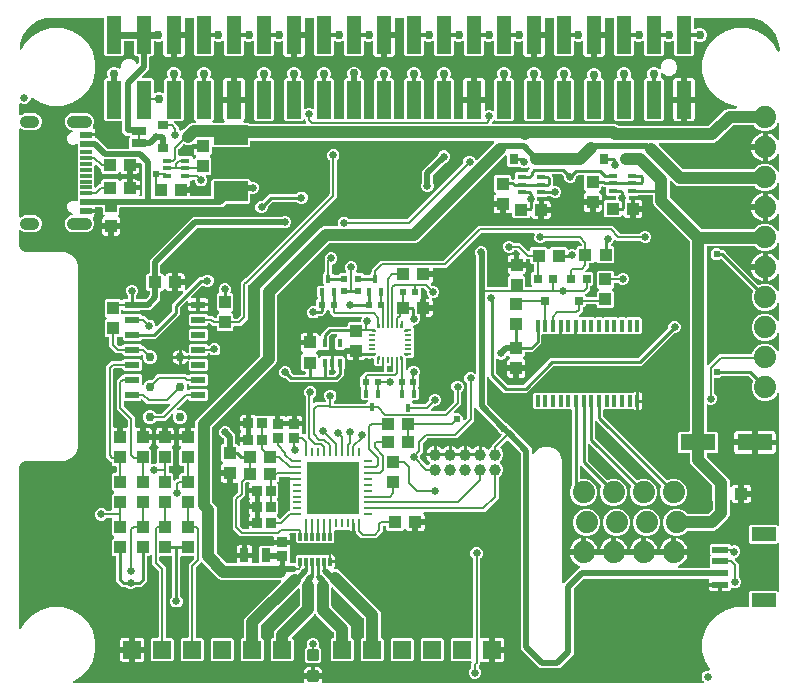
<source format=gtl>
G04 EAGLE Gerber RS-274X export*
G75*
%MOMM*%
%FSLAX34Y34*%
%LPD*%
%INTop Copper*%
%IPPOS*%
%AMOC8*
5,1,8,0,0,1.08239X$1,22.5*%
G01*
%ADD10R,1.000000X1.100000*%
%ADD11R,1.100000X1.000000*%
%ADD12R,0.300000X1.000000*%
%ADD13R,3.000000X1.400000*%
%ADD14R,2.000000X1.200000*%
%ADD15R,1.350000X0.600000*%
%ADD16R,1.000000X0.300000*%
%ADD17R,1.000000X0.600000*%
%ADD18C,1.000000*%
%ADD19R,2.895600X1.676400*%
%ADD20R,1.270000X0.635000*%
%ADD21R,0.254000X0.406400*%
%ADD22C,0.635000*%
%ADD23R,0.700000X0.700000*%
%ADD24R,0.800000X0.900000*%
%ADD25R,0.800000X0.400000*%
%ADD26R,0.900000X0.800000*%
%ADD27R,0.900000X0.850000*%
%ADD28R,0.850000X0.900000*%
%ADD29R,0.300000X0.700000*%
%ADD30R,2.000000X0.900000*%
%ADD31C,1.879600*%
%ADD32R,0.800000X1.200000*%
%ADD33C,0.300000*%
%ADD34R,0.284600X0.800000*%
%ADD35R,0.800000X0.284600*%
%ADD36R,4.400000X4.400000*%
%ADD37R,0.495000X0.250000*%
%ADD38R,0.600000X0.250000*%
%ADD39R,0.250000X0.495000*%
%ADD40R,0.250000X0.600000*%
%ADD41R,0.400000X0.750000*%
%ADD42R,0.460000X0.650000*%
%ADD43R,0.600000X0.600000*%
%ADD44R,1.524000X1.524000*%
%ADD45R,1.200000X0.600000*%
%ADD46C,0.762000*%
%ADD47C,1.000000*%
%ADD48R,1.270000X3.175000*%
%ADD49C,0.203200*%
%ADD50C,0.254000*%
%ADD51C,0.304800*%
%ADD52C,1.016000*%
%ADD53C,0.508000*%
%ADD54C,0.604000*%
%ADD55C,0.609600*%
%ADD56C,0.609600*%
%ADD57C,0.406400*%
%ADD58C,0.177800*%

G36*
X193470Y109761D02*
X193470Y109761D01*
X193588Y109776D01*
X193707Y109783D01*
X193745Y109795D01*
X193785Y109801D01*
X193896Y109844D01*
X194009Y109881D01*
X194043Y109903D01*
X194081Y109918D01*
X194177Y109987D01*
X194194Y109998D01*
X194218Y109984D01*
X194250Y109959D01*
X194357Y109908D01*
X194462Y109850D01*
X194501Y109840D01*
X194537Y109823D01*
X194654Y109801D01*
X194770Y109771D01*
X194830Y109767D01*
X194850Y109763D01*
X194870Y109765D01*
X194930Y109761D01*
X200741Y109761D01*
X200741Y106045D01*
X200749Y105987D01*
X200747Y105929D01*
X200769Y105847D01*
X200781Y105763D01*
X200804Y105710D01*
X200819Y105654D01*
X200862Y105581D01*
X200897Y105504D01*
X200935Y105459D01*
X200964Y105409D01*
X201026Y105351D01*
X201080Y105287D01*
X201129Y105255D01*
X201172Y105215D01*
X201247Y105176D01*
X201317Y105129D01*
X201373Y105112D01*
X201425Y105085D01*
X201493Y105074D01*
X201588Y105044D01*
X201688Y105041D01*
X201756Y105030D01*
X205152Y105030D01*
X205210Y105038D01*
X205268Y105036D01*
X205350Y105058D01*
X205434Y105070D01*
X205487Y105093D01*
X205543Y105108D01*
X205616Y105151D01*
X205693Y105186D01*
X205738Y105224D01*
X205788Y105253D01*
X205846Y105315D01*
X205910Y105369D01*
X205942Y105418D01*
X205982Y105461D01*
X206021Y105536D01*
X206068Y105606D01*
X206085Y105662D01*
X206112Y105714D01*
X206123Y105782D01*
X206153Y105877D01*
X206156Y105977D01*
X206167Y106045D01*
X206167Y118602D01*
X207358Y119793D01*
X217042Y119793D01*
X217286Y119549D01*
X217310Y119531D01*
X217329Y119509D01*
X217423Y119446D01*
X217513Y119378D01*
X217541Y119367D01*
X217565Y119351D01*
X217673Y119317D01*
X217779Y119276D01*
X217808Y119274D01*
X217836Y119265D01*
X217949Y119262D01*
X218062Y119253D01*
X218091Y119259D01*
X218120Y119258D01*
X218230Y119286D01*
X218341Y119309D01*
X218367Y119322D01*
X218395Y119330D01*
X218493Y119387D01*
X218593Y119440D01*
X218615Y119460D01*
X218640Y119475D01*
X218717Y119558D01*
X218799Y119636D01*
X218814Y119661D01*
X218834Y119682D01*
X218886Y119783D01*
X218943Y119881D01*
X218950Y119909D01*
X218964Y119935D01*
X218977Y120013D01*
X219013Y120156D01*
X219011Y120219D01*
X219019Y120266D01*
X219019Y120516D01*
X225205Y120516D01*
X225323Y120531D01*
X225442Y120538D01*
X225480Y120550D01*
X225520Y120556D01*
X225631Y120599D01*
X225744Y120636D01*
X225778Y120658D01*
X225816Y120673D01*
X225912Y120742D01*
X226013Y120806D01*
X226041Y120836D01*
X226065Y120854D01*
X226081Y120840D01*
X226168Y120759D01*
X226203Y120739D01*
X226235Y120714D01*
X226342Y120663D01*
X226447Y120605D01*
X226486Y120595D01*
X226522Y120578D01*
X226639Y120556D01*
X226755Y120526D01*
X226815Y120522D01*
X226835Y120518D01*
X226855Y120520D01*
X226915Y120516D01*
X233101Y120516D01*
X233101Y118056D01*
X233080Y117979D01*
X232928Y117409D01*
X232727Y117062D01*
X232700Y116994D01*
X232664Y116932D01*
X232655Y116897D01*
X232648Y116884D01*
X232643Y116854D01*
X232621Y116798D01*
X232613Y116726D01*
X232596Y116655D01*
X232599Y116588D01*
X232593Y116553D01*
X232593Y116526D01*
X232592Y116515D01*
X232593Y116510D01*
X232593Y105918D01*
X232601Y105860D01*
X232599Y105802D01*
X232621Y105720D01*
X232633Y105636D01*
X232656Y105583D01*
X232671Y105527D01*
X232714Y105454D01*
X232749Y105377D01*
X232787Y105332D01*
X232816Y105282D01*
X232878Y105224D01*
X232932Y105160D01*
X232981Y105128D01*
X233024Y105088D01*
X233099Y105049D01*
X233169Y105002D01*
X233225Y104985D01*
X233277Y104958D01*
X233345Y104947D01*
X233440Y104917D01*
X233540Y104914D01*
X233608Y104903D01*
X236952Y104903D01*
X237010Y104911D01*
X237068Y104909D01*
X237150Y104931D01*
X237234Y104943D01*
X237287Y104966D01*
X237343Y104981D01*
X237416Y105024D01*
X237493Y105059D01*
X237538Y105097D01*
X237588Y105126D01*
X237646Y105188D01*
X237710Y105242D01*
X237742Y105291D01*
X237782Y105334D01*
X237821Y105409D01*
X237868Y105479D01*
X237885Y105535D01*
X237912Y105587D01*
X237923Y105655D01*
X237953Y105750D01*
X237956Y105850D01*
X237967Y105918D01*
X237967Y110682D01*
X239158Y111873D01*
X263167Y111873D01*
X263264Y111886D01*
X263361Y111891D01*
X263398Y111905D01*
X263449Y111913D01*
X263606Y111983D01*
X263675Y112009D01*
X264019Y112208D01*
X264666Y112381D01*
X265239Y112381D01*
X265239Y112378D01*
X265238Y112309D01*
X265259Y112221D01*
X265270Y112131D01*
X265296Y112067D01*
X265312Y112000D01*
X265354Y111920D01*
X265387Y111836D01*
X265428Y111780D01*
X265460Y111719D01*
X265485Y111688D01*
X265485Y106340D01*
X265493Y106282D01*
X265491Y106224D01*
X265513Y106142D01*
X265524Y106059D01*
X265548Y106005D01*
X265563Y105949D01*
X265606Y105876D01*
X265641Y105799D01*
X265678Y105755D01*
X265708Y105705D01*
X265709Y105704D01*
X265770Y105647D01*
X265824Y105582D01*
X265825Y105582D01*
X265873Y105550D01*
X265916Y105509D01*
X265991Y105471D01*
X266061Y105424D01*
X266117Y105407D01*
X266169Y105380D01*
X266237Y105369D01*
X266332Y105339D01*
X266432Y105336D01*
X266500Y105325D01*
X266559Y105325D01*
X266571Y105314D01*
X266606Y105294D01*
X266637Y105268D01*
X266745Y105218D01*
X266849Y105160D01*
X266889Y105150D01*
X266925Y105133D01*
X267042Y105111D01*
X267157Y105081D01*
X267217Y105077D01*
X267237Y105073D01*
X267258Y105074D01*
X267318Y105071D01*
X270541Y105071D01*
X270541Y102506D01*
X270368Y101859D01*
X270071Y101346D01*
X270056Y101309D01*
X270035Y101277D01*
X270003Y101178D01*
X269965Y101082D01*
X269961Y101043D01*
X269949Y101006D01*
X269946Y100902D01*
X269936Y100799D01*
X269943Y100761D01*
X269942Y100722D01*
X269968Y100621D01*
X269986Y100519D01*
X270004Y100484D01*
X270013Y100447D01*
X270066Y100358D01*
X270112Y100265D01*
X270139Y100236D01*
X270159Y100202D01*
X270234Y100131D01*
X270304Y100055D01*
X270338Y100034D01*
X270366Y100008D01*
X270458Y99960D01*
X270547Y99906D01*
X270584Y99896D01*
X270619Y99878D01*
X270696Y99865D01*
X270821Y99831D01*
X270895Y99832D01*
X270950Y99823D01*
X272531Y99823D01*
X275145Y98740D01*
X308290Y65595D01*
X309373Y62981D01*
X309373Y42418D01*
X309381Y42360D01*
X309379Y42302D01*
X309401Y42220D01*
X309413Y42136D01*
X309436Y42083D01*
X309451Y42027D01*
X309494Y41954D01*
X309529Y41877D01*
X309567Y41832D01*
X309596Y41782D01*
X309658Y41724D01*
X309712Y41660D01*
X309761Y41628D01*
X309804Y41588D01*
X309879Y41549D01*
X309949Y41502D01*
X310005Y41485D01*
X310057Y41458D01*
X310125Y41447D01*
X310220Y41417D01*
X310320Y41414D01*
X310388Y41403D01*
X310722Y41403D01*
X311913Y40212D01*
X311913Y23288D01*
X310722Y22097D01*
X293798Y22097D01*
X292607Y23288D01*
X292607Y40212D01*
X293798Y41403D01*
X294132Y41403D01*
X294190Y41411D01*
X294248Y41409D01*
X294330Y41431D01*
X294414Y41443D01*
X294467Y41466D01*
X294523Y41481D01*
X294596Y41524D01*
X294673Y41559D01*
X294718Y41597D01*
X294768Y41626D01*
X294826Y41688D01*
X294890Y41742D01*
X294922Y41791D01*
X294962Y41834D01*
X295001Y41909D01*
X295048Y41979D01*
X295065Y42035D01*
X295092Y42087D01*
X295103Y42155D01*
X295133Y42250D01*
X295136Y42350D01*
X295147Y42418D01*
X295147Y58199D01*
X295135Y58286D01*
X295132Y58373D01*
X295115Y58426D01*
X295107Y58481D01*
X295072Y58561D01*
X295045Y58644D01*
X295017Y58683D01*
X294991Y58740D01*
X294895Y58853D01*
X294850Y58917D01*
X269501Y84266D01*
X269477Y84284D01*
X269458Y84306D01*
X269364Y84369D01*
X269274Y84437D01*
X269246Y84448D01*
X269222Y84464D01*
X269114Y84498D01*
X269008Y84539D01*
X268979Y84541D01*
X268951Y84550D01*
X268837Y84553D01*
X268725Y84562D01*
X268696Y84556D01*
X268666Y84557D01*
X268557Y84528D01*
X268446Y84506D01*
X268420Y84493D01*
X268391Y84485D01*
X268294Y84427D01*
X268193Y84375D01*
X268172Y84355D01*
X268147Y84340D01*
X268070Y84257D01*
X267987Y84179D01*
X267973Y84154D01*
X267952Y84133D01*
X267901Y84032D01*
X267844Y83934D01*
X267836Y83906D01*
X267823Y83880D01*
X267810Y83802D01*
X267774Y83659D01*
X267776Y83596D01*
X267768Y83549D01*
X267768Y68797D01*
X267780Y68711D01*
X267783Y68623D01*
X267800Y68570D01*
X267807Y68516D01*
X267843Y68436D01*
X267870Y68353D01*
X267898Y68313D01*
X267924Y68256D01*
X268020Y68143D01*
X268065Y68079D01*
X282890Y53254D01*
X283973Y50640D01*
X283973Y42418D01*
X283981Y42360D01*
X283979Y42302D01*
X284001Y42220D01*
X284013Y42136D01*
X284036Y42083D01*
X284051Y42027D01*
X284094Y41954D01*
X284129Y41877D01*
X284167Y41832D01*
X284196Y41782D01*
X284258Y41724D01*
X284312Y41660D01*
X284361Y41628D01*
X284404Y41588D01*
X284479Y41549D01*
X284549Y41502D01*
X284605Y41485D01*
X284657Y41458D01*
X284725Y41447D01*
X284820Y41417D01*
X284920Y41414D01*
X284988Y41403D01*
X285322Y41403D01*
X286513Y40212D01*
X286513Y23288D01*
X285322Y22097D01*
X268398Y22097D01*
X267207Y23288D01*
X267207Y40212D01*
X268398Y41403D01*
X268732Y41403D01*
X268790Y41411D01*
X268848Y41409D01*
X268930Y41431D01*
X269014Y41443D01*
X269067Y41466D01*
X269123Y41481D01*
X269196Y41524D01*
X269273Y41559D01*
X269318Y41597D01*
X269368Y41626D01*
X269426Y41688D01*
X269490Y41742D01*
X269522Y41791D01*
X269562Y41834D01*
X269601Y41909D01*
X269648Y41979D01*
X269665Y42035D01*
X269692Y42087D01*
X269703Y42155D01*
X269733Y42250D01*
X269736Y42350D01*
X269747Y42418D01*
X269747Y45858D01*
X269735Y45945D01*
X269732Y46033D01*
X269715Y46085D01*
X269707Y46140D01*
X269672Y46220D01*
X269645Y46303D01*
X269617Y46342D01*
X269591Y46399D01*
X269495Y46513D01*
X269450Y46576D01*
X254616Y61410D01*
X254570Y61445D01*
X254529Y61488D01*
X254456Y61530D01*
X254389Y61581D01*
X254334Y61602D01*
X254284Y61631D01*
X254202Y61652D01*
X254123Y61682D01*
X254065Y61687D01*
X254009Y61701D01*
X253924Y61699D01*
X253840Y61706D01*
X253783Y61694D01*
X253724Y61692D01*
X253644Y61666D01*
X253561Y61650D01*
X253510Y61623D01*
X253454Y61605D01*
X253398Y61565D01*
X253309Y61519D01*
X253237Y61450D01*
X253181Y61410D01*
X252044Y60274D01*
X234566Y42795D01*
X234530Y42748D01*
X234488Y42708D01*
X234445Y42635D01*
X234395Y42568D01*
X234374Y42513D01*
X234344Y42463D01*
X234323Y42381D01*
X234293Y42302D01*
X234289Y42244D01*
X234274Y42187D01*
X234277Y42103D01*
X234270Y42019D01*
X234281Y41962D01*
X234283Y41903D01*
X234309Y41823D01*
X234326Y41740D01*
X234353Y41688D01*
X234371Y41633D01*
X234411Y41576D01*
X234457Y41488D01*
X234525Y41415D01*
X234566Y41359D01*
X235713Y40212D01*
X235713Y23288D01*
X234522Y22097D01*
X217598Y22097D01*
X216407Y23288D01*
X216407Y40212D01*
X217598Y41403D01*
X217932Y41403D01*
X217990Y41411D01*
X218048Y41409D01*
X218130Y41431D01*
X218214Y41443D01*
X218267Y41466D01*
X218323Y41481D01*
X218396Y41524D01*
X218473Y41559D01*
X218518Y41597D01*
X218568Y41626D01*
X218626Y41688D01*
X218690Y41742D01*
X218722Y41791D01*
X218762Y41834D01*
X218801Y41909D01*
X218848Y41979D01*
X218865Y42035D01*
X218892Y42087D01*
X218903Y42155D01*
X218933Y42250D01*
X218936Y42350D01*
X218947Y42418D01*
X218947Y45763D01*
X220030Y48378D01*
X222174Y50521D01*
X240748Y69095D01*
X240800Y69165D01*
X240860Y69229D01*
X240886Y69278D01*
X240919Y69322D01*
X240950Y69404D01*
X240990Y69482D01*
X240998Y69530D01*
X241020Y69588D01*
X241032Y69736D01*
X241045Y69813D01*
X241045Y82841D01*
X241041Y82870D01*
X241044Y82899D01*
X241021Y83010D01*
X241005Y83122D01*
X240993Y83149D01*
X240988Y83178D01*
X240936Y83278D01*
X240889Y83382D01*
X240870Y83404D01*
X240857Y83430D01*
X240779Y83512D01*
X240706Y83599D01*
X240681Y83615D01*
X240661Y83636D01*
X240563Y83694D01*
X240469Y83756D01*
X240441Y83765D01*
X240416Y83780D01*
X240306Y83808D01*
X240198Y83842D01*
X240168Y83843D01*
X240140Y83850D01*
X240027Y83847D01*
X239914Y83849D01*
X239885Y83842D01*
X239856Y83841D01*
X239748Y83806D01*
X239639Y83778D01*
X239613Y83763D01*
X239585Y83754D01*
X239522Y83708D01*
X239394Y83632D01*
X239351Y83587D01*
X239312Y83559D01*
X208070Y52317D01*
X208018Y52247D01*
X207958Y52183D01*
X207932Y52134D01*
X207899Y52090D01*
X207868Y52008D01*
X207828Y51930D01*
X207820Y51882D01*
X207798Y51824D01*
X207786Y51676D01*
X207773Y51599D01*
X207773Y42418D01*
X207781Y42360D01*
X207779Y42302D01*
X207801Y42220D01*
X207813Y42136D01*
X207836Y42083D01*
X207851Y42027D01*
X207894Y41954D01*
X207929Y41877D01*
X207967Y41832D01*
X207996Y41782D01*
X208058Y41724D01*
X208112Y41660D01*
X208161Y41628D01*
X208204Y41588D01*
X208279Y41549D01*
X208349Y41502D01*
X208405Y41485D01*
X208457Y41458D01*
X208525Y41447D01*
X208620Y41417D01*
X208720Y41414D01*
X208788Y41403D01*
X209122Y41403D01*
X210313Y40212D01*
X210313Y23288D01*
X209122Y22097D01*
X192198Y22097D01*
X191007Y23288D01*
X191007Y40212D01*
X192198Y41403D01*
X192532Y41403D01*
X192590Y41411D01*
X192648Y41409D01*
X192730Y41431D01*
X192814Y41443D01*
X192867Y41466D01*
X192923Y41481D01*
X192996Y41524D01*
X193073Y41559D01*
X193118Y41597D01*
X193168Y41626D01*
X193226Y41688D01*
X193290Y41742D01*
X193322Y41791D01*
X193362Y41834D01*
X193401Y41909D01*
X193448Y41979D01*
X193465Y42035D01*
X193492Y42087D01*
X193503Y42155D01*
X193533Y42250D01*
X193536Y42350D01*
X193547Y42418D01*
X193547Y56380D01*
X194630Y58995D01*
X196774Y61138D01*
X224707Y89071D01*
X224724Y89095D01*
X224747Y89114D01*
X224810Y89208D01*
X224878Y89298D01*
X224888Y89326D01*
X224904Y89350D01*
X224938Y89458D01*
X224979Y89564D01*
X224981Y89593D01*
X224990Y89621D01*
X224993Y89735D01*
X225002Y89847D01*
X224997Y89876D01*
X224997Y89905D01*
X224969Y90015D01*
X224946Y90126D01*
X224933Y90152D01*
X224926Y90180D01*
X224868Y90278D01*
X224815Y90378D01*
X224795Y90400D01*
X224780Y90425D01*
X224698Y90502D01*
X224620Y90584D01*
X224594Y90599D01*
X224573Y90619D01*
X224472Y90671D01*
X224374Y90728D01*
X224346Y90735D01*
X224320Y90749D01*
X224242Y90762D01*
X224099Y90798D01*
X224036Y90796D01*
X223989Y90804D01*
X174988Y90804D01*
X172374Y91887D01*
X170230Y94031D01*
X159614Y104647D01*
X159613Y104648D01*
X158575Y105686D01*
X158529Y105721D01*
X158488Y105763D01*
X158416Y105806D01*
X158348Y105857D01*
X158294Y105877D01*
X158243Y105907D01*
X158161Y105928D01*
X158083Y105958D01*
X158024Y105963D01*
X157968Y105977D01*
X157883Y105974D01*
X157799Y105981D01*
X157742Y105970D01*
X157683Y105968D01*
X157603Y105942D01*
X157520Y105925D01*
X157469Y105899D01*
X157413Y105881D01*
X157357Y105840D01*
X157268Y105794D01*
X157196Y105726D01*
X157140Y105686D01*
X155601Y104147D01*
X153206Y101752D01*
X153154Y101682D01*
X153094Y101618D01*
X153068Y101569D01*
X153035Y101525D01*
X153004Y101443D01*
X152964Y101365D01*
X152956Y101318D01*
X152934Y101259D01*
X152922Y101112D01*
X152909Y101034D01*
X152909Y42418D01*
X152917Y42360D01*
X152915Y42302D01*
X152937Y42220D01*
X152949Y42136D01*
X152972Y42083D01*
X152987Y42027D01*
X153030Y41954D01*
X153065Y41877D01*
X153103Y41832D01*
X153132Y41782D01*
X153194Y41724D01*
X153248Y41660D01*
X153297Y41628D01*
X153340Y41588D01*
X153415Y41549D01*
X153485Y41502D01*
X153541Y41485D01*
X153593Y41458D01*
X153661Y41447D01*
X153756Y41417D01*
X153856Y41414D01*
X153924Y41403D01*
X158322Y41403D01*
X159513Y40212D01*
X159513Y23288D01*
X158322Y22097D01*
X141398Y22097D01*
X140207Y23288D01*
X140207Y40212D01*
X141398Y41403D01*
X145796Y41403D01*
X145854Y41411D01*
X145912Y41409D01*
X145994Y41431D01*
X146078Y41443D01*
X146131Y41466D01*
X146187Y41481D01*
X146260Y41524D01*
X146337Y41559D01*
X146382Y41597D01*
X146432Y41626D01*
X146490Y41688D01*
X146554Y41742D01*
X146586Y41791D01*
X146626Y41834D01*
X146665Y41909D01*
X146712Y41979D01*
X146729Y42035D01*
X146756Y42087D01*
X146767Y42155D01*
X146797Y42250D01*
X146800Y42350D01*
X146811Y42418D01*
X146811Y103980D01*
X151289Y108458D01*
X151342Y108528D01*
X151402Y108592D01*
X151427Y108641D01*
X151460Y108685D01*
X151491Y108767D01*
X151531Y108845D01*
X151539Y108893D01*
X151561Y108951D01*
X151573Y109099D01*
X151586Y109176D01*
X151586Y109952D01*
X151579Y110003D01*
X151580Y110020D01*
X151579Y110025D01*
X151580Y110068D01*
X151558Y110150D01*
X151547Y110234D01*
X151523Y110287D01*
X151508Y110343D01*
X151465Y110416D01*
X151430Y110493D01*
X151393Y110538D01*
X151363Y110588D01*
X151301Y110646D01*
X151247Y110710D01*
X151198Y110742D01*
X151155Y110782D01*
X151080Y110821D01*
X151010Y110868D01*
X150954Y110885D01*
X150902Y110912D01*
X150834Y110923D01*
X150739Y110953D01*
X150639Y110956D01*
X150571Y110967D01*
X140868Y110967D01*
X140811Y110959D01*
X140752Y110961D01*
X140670Y110939D01*
X140587Y110927D01*
X140534Y110904D01*
X140477Y110889D01*
X140405Y110846D01*
X140327Y110811D01*
X140283Y110773D01*
X140233Y110744D01*
X140175Y110682D01*
X140110Y110628D01*
X140078Y110579D01*
X140038Y110536D01*
X140000Y110461D01*
X139953Y110391D01*
X139935Y110335D01*
X139909Y110283D01*
X139897Y110215D01*
X139867Y110120D01*
X139865Y110020D01*
X139853Y109952D01*
X139853Y77228D01*
X139865Y77142D01*
X139868Y77054D01*
X139885Y77002D01*
X139893Y76947D01*
X139929Y76867D01*
X139956Y76784D01*
X139984Y76744D01*
X140009Y76687D01*
X140105Y76574D01*
X140151Y76510D01*
X140965Y75696D01*
X141758Y73781D01*
X141758Y71710D01*
X140965Y69796D01*
X139500Y68331D01*
X137586Y67538D01*
X135515Y67538D01*
X133600Y68331D01*
X132135Y69796D01*
X131343Y71710D01*
X131343Y73781D01*
X132135Y75696D01*
X132950Y76510D01*
X133003Y76580D01*
X133063Y76644D01*
X133088Y76693D01*
X133121Y76738D01*
X133152Y76819D01*
X133192Y76897D01*
X133200Y76945D01*
X133222Y77003D01*
X133235Y77151D01*
X133248Y77228D01*
X133248Y109952D01*
X133241Y110003D01*
X133241Y110020D01*
X133240Y110025D01*
X133241Y110068D01*
X133220Y110150D01*
X133208Y110234D01*
X133184Y110287D01*
X133169Y110343D01*
X133126Y110416D01*
X133092Y110493D01*
X133054Y110538D01*
X133024Y110588D01*
X132962Y110646D01*
X132908Y110710D01*
X132859Y110742D01*
X132817Y110782D01*
X132742Y110821D01*
X132671Y110868D01*
X132615Y110885D01*
X132563Y110912D01*
X132495Y110923D01*
X132400Y110953D01*
X132300Y110956D01*
X132232Y110967D01*
X123114Y110967D01*
X123056Y110959D01*
X122997Y110961D01*
X122916Y110939D01*
X122832Y110927D01*
X122779Y110904D01*
X122722Y110889D01*
X122650Y110846D01*
X122573Y110811D01*
X122528Y110773D01*
X122478Y110744D01*
X122420Y110682D01*
X122356Y110628D01*
X122323Y110579D01*
X122283Y110536D01*
X122245Y110461D01*
X122198Y110391D01*
X122181Y110335D01*
X122154Y110283D01*
X122143Y110215D01*
X122113Y110120D01*
X122110Y110020D01*
X122099Y109952D01*
X122099Y107195D01*
X122111Y107108D01*
X122114Y107021D01*
X122131Y106968D01*
X122138Y106913D01*
X122174Y106834D01*
X122201Y106750D01*
X122229Y106711D01*
X122255Y106654D01*
X122351Y106541D01*
X122396Y106477D01*
X127509Y101364D01*
X127509Y42418D01*
X127517Y42360D01*
X127515Y42302D01*
X127537Y42220D01*
X127549Y42136D01*
X127572Y42083D01*
X127587Y42027D01*
X127630Y41954D01*
X127665Y41877D01*
X127703Y41832D01*
X127732Y41782D01*
X127794Y41724D01*
X127848Y41660D01*
X127897Y41628D01*
X127940Y41588D01*
X128015Y41549D01*
X128085Y41502D01*
X128141Y41485D01*
X128193Y41458D01*
X128261Y41447D01*
X128356Y41417D01*
X128456Y41414D01*
X128524Y41403D01*
X132922Y41403D01*
X134113Y40212D01*
X134113Y23288D01*
X132922Y22097D01*
X115998Y22097D01*
X114807Y23288D01*
X114807Y40212D01*
X115998Y41403D01*
X120396Y41403D01*
X120454Y41411D01*
X120512Y41409D01*
X120594Y41431D01*
X120678Y41443D01*
X120731Y41466D01*
X120787Y41481D01*
X120860Y41524D01*
X120937Y41559D01*
X120982Y41597D01*
X121032Y41626D01*
X121090Y41688D01*
X121154Y41742D01*
X121186Y41791D01*
X121226Y41834D01*
X121265Y41909D01*
X121312Y41979D01*
X121329Y42035D01*
X121356Y42087D01*
X121367Y42155D01*
X121397Y42250D01*
X121400Y42350D01*
X121411Y42418D01*
X121411Y98418D01*
X121399Y98505D01*
X121396Y98592D01*
X121379Y98645D01*
X121371Y98700D01*
X121336Y98779D01*
X121309Y98863D01*
X121281Y98902D01*
X121255Y98959D01*
X121159Y99072D01*
X121114Y99136D01*
X116001Y104249D01*
X116001Y110725D01*
X115997Y110754D01*
X115999Y110784D01*
X115977Y110894D01*
X115961Y111007D01*
X115949Y111034D01*
X115944Y111062D01*
X115891Y111163D01*
X115845Y111266D01*
X115826Y111289D01*
X115813Y111315D01*
X115734Y111397D01*
X115661Y111483D01*
X115637Y111500D01*
X115617Y111521D01*
X115519Y111578D01*
X115425Y111641D01*
X115397Y111650D01*
X115371Y111665D01*
X115262Y111692D01*
X115154Y111727D01*
X115124Y111727D01*
X115096Y111735D01*
X114983Y111731D01*
X114869Y111734D01*
X114841Y111727D01*
X114812Y111726D01*
X114704Y111691D01*
X114594Y111662D01*
X114569Y111647D01*
X114541Y111638D01*
X114477Y111592D01*
X114350Y111517D01*
X114307Y111471D01*
X114268Y111443D01*
X113792Y110967D01*
X112268Y110967D01*
X112210Y110959D01*
X112152Y110961D01*
X112070Y110939D01*
X111986Y110927D01*
X111933Y110904D01*
X111877Y110889D01*
X111804Y110846D01*
X111727Y110811D01*
X111682Y110773D01*
X111632Y110744D01*
X111574Y110682D01*
X111510Y110628D01*
X111478Y110579D01*
X111438Y110536D01*
X111399Y110461D01*
X111352Y110391D01*
X111335Y110335D01*
X111308Y110283D01*
X111297Y110215D01*
X111267Y110120D01*
X111264Y110020D01*
X111253Y109952D01*
X111253Y89640D01*
X106346Y84734D01*
X102374Y84734D01*
X102288Y84721D01*
X102200Y84719D01*
X102148Y84702D01*
X102093Y84694D01*
X102013Y84658D01*
X101930Y84631D01*
X101890Y84603D01*
X101833Y84578D01*
X101720Y84482D01*
X101656Y84436D01*
X100842Y83621D01*
X98927Y82829D01*
X96856Y82829D01*
X94942Y83621D01*
X94127Y84436D01*
X94057Y84489D01*
X93993Y84549D01*
X93944Y84574D01*
X93900Y84607D01*
X93818Y84638D01*
X93740Y84678D01*
X93692Y84686D01*
X93634Y84708D01*
X93486Y84721D01*
X93409Y84734D01*
X90428Y84734D01*
X85597Y89564D01*
X85597Y109952D01*
X85590Y110003D01*
X85591Y110020D01*
X85589Y110025D01*
X85591Y110068D01*
X85569Y110150D01*
X85557Y110234D01*
X85534Y110287D01*
X85519Y110343D01*
X85476Y110416D01*
X85441Y110493D01*
X85403Y110538D01*
X85374Y110588D01*
X85312Y110646D01*
X85258Y110710D01*
X85209Y110742D01*
X85166Y110782D01*
X85091Y110821D01*
X85021Y110868D01*
X84965Y110885D01*
X84913Y110912D01*
X84845Y110923D01*
X84750Y110953D01*
X84650Y110956D01*
X84582Y110967D01*
X83058Y110967D01*
X81867Y112158D01*
X81867Y124842D01*
X83307Y126282D01*
X83343Y126329D01*
X83385Y126369D01*
X83428Y126442D01*
X83478Y126509D01*
X83499Y126564D01*
X83529Y126614D01*
X83549Y126696D01*
X83580Y126775D01*
X83584Y126833D01*
X83599Y126890D01*
X83596Y126974D01*
X83603Y127058D01*
X83592Y127115D01*
X83590Y127174D01*
X83564Y127254D01*
X83547Y127337D01*
X83520Y127389D01*
X83502Y127445D01*
X83462Y127501D01*
X83416Y127589D01*
X83347Y127662D01*
X83307Y127718D01*
X81867Y129158D01*
X81867Y142240D01*
X81859Y142298D01*
X81861Y142356D01*
X81839Y142438D01*
X81827Y142522D01*
X81804Y142575D01*
X81789Y142631D01*
X81746Y142704D01*
X81711Y142781D01*
X81673Y142826D01*
X81644Y142876D01*
X81582Y142934D01*
X81528Y142998D01*
X81479Y143030D01*
X81436Y143070D01*
X81361Y143109D01*
X81291Y143156D01*
X81235Y143173D01*
X81183Y143200D01*
X81115Y143211D01*
X81020Y143241D01*
X80920Y143244D01*
X80852Y143255D01*
X77736Y143255D01*
X77650Y143243D01*
X77562Y143240D01*
X77510Y143223D01*
X77455Y143215D01*
X77375Y143180D01*
X77292Y143153D01*
X77252Y143125D01*
X77195Y143099D01*
X77082Y143003D01*
X77018Y142958D01*
X75950Y141889D01*
X74035Y141096D01*
X71964Y141096D01*
X70050Y141889D01*
X68585Y143354D01*
X67792Y145268D01*
X67792Y147340D01*
X68585Y149254D01*
X70050Y150719D01*
X71964Y151512D01*
X74035Y151512D01*
X75950Y150719D01*
X77018Y149650D01*
X77088Y149598D01*
X77152Y149538D01*
X77201Y149512D01*
X77246Y149479D01*
X77327Y149448D01*
X77405Y149408D01*
X77453Y149400D01*
X77511Y149378D01*
X77659Y149366D01*
X77736Y149353D01*
X80852Y149353D01*
X80910Y149361D01*
X80968Y149359D01*
X81050Y149381D01*
X81134Y149393D01*
X81187Y149416D01*
X81243Y149431D01*
X81316Y149474D01*
X81393Y149509D01*
X81438Y149547D01*
X81488Y149576D01*
X81546Y149638D01*
X81610Y149692D01*
X81642Y149741D01*
X81682Y149784D01*
X81721Y149859D01*
X81768Y149929D01*
X81785Y149985D01*
X81812Y150037D01*
X81823Y150105D01*
X81853Y150200D01*
X81856Y150300D01*
X81867Y150368D01*
X81867Y162942D01*
X83307Y164382D01*
X83342Y164429D01*
X83385Y164469D01*
X83428Y164542D01*
X83478Y164609D01*
X83499Y164664D01*
X83529Y164714D01*
X83549Y164796D01*
X83580Y164875D01*
X83584Y164933D01*
X83599Y164990D01*
X83596Y165074D01*
X83603Y165158D01*
X83592Y165216D01*
X83590Y165274D01*
X83564Y165354D01*
X83547Y165437D01*
X83520Y165489D01*
X83502Y165545D01*
X83462Y165601D01*
X83416Y165689D01*
X83348Y165762D01*
X83307Y165818D01*
X81867Y167258D01*
X81867Y179942D01*
X83058Y181133D01*
X84836Y181133D01*
X84894Y181141D01*
X84952Y181139D01*
X85034Y181161D01*
X85118Y181173D01*
X85171Y181196D01*
X85227Y181211D01*
X85300Y181254D01*
X85377Y181289D01*
X85422Y181327D01*
X85472Y181356D01*
X85530Y181418D01*
X85594Y181472D01*
X85626Y181521D01*
X85666Y181564D01*
X85705Y181639D01*
X85752Y181709D01*
X85769Y181765D01*
X85796Y181817D01*
X85807Y181885D01*
X85837Y181980D01*
X85840Y182080D01*
X85851Y182148D01*
X85851Y186152D01*
X85843Y186210D01*
X85845Y186268D01*
X85823Y186350D01*
X85811Y186434D01*
X85788Y186487D01*
X85773Y186543D01*
X85730Y186616D01*
X85695Y186693D01*
X85657Y186738D01*
X85628Y186788D01*
X85566Y186846D01*
X85512Y186910D01*
X85463Y186942D01*
X85420Y186982D01*
X85345Y187021D01*
X85275Y187068D01*
X85219Y187085D01*
X85167Y187112D01*
X85099Y187123D01*
X85004Y187153D01*
X84904Y187156D01*
X84836Y187167D01*
X83058Y187167D01*
X81867Y188358D01*
X81867Y190094D01*
X81859Y190151D01*
X81861Y190210D01*
X81839Y190292D01*
X81827Y190375D01*
X81804Y190428D01*
X81789Y190485D01*
X81746Y190557D01*
X81711Y190635D01*
X81673Y190679D01*
X81644Y190729D01*
X81582Y190787D01*
X81528Y190852D01*
X81479Y190884D01*
X81436Y190924D01*
X81361Y190962D01*
X81291Y191009D01*
X81283Y191012D01*
X77114Y195181D01*
X77114Y271900D01*
X81313Y276099D01*
X89952Y276099D01*
X90010Y276107D01*
X90068Y276105D01*
X90150Y276127D01*
X90234Y276139D01*
X90287Y276162D01*
X90343Y276177D01*
X90416Y276220D01*
X90493Y276255D01*
X90538Y276293D01*
X90588Y276322D01*
X90646Y276384D01*
X90710Y276438D01*
X90742Y276487D01*
X90782Y276530D01*
X90821Y276605D01*
X90868Y276675D01*
X90885Y276731D01*
X90912Y276783D01*
X90923Y276847D01*
X92158Y278083D01*
X105842Y278083D01*
X106807Y277118D01*
X106876Y277066D01*
X106938Y277007D01*
X106989Y276981D01*
X107034Y276947D01*
X107098Y276923D01*
X107088Y276904D01*
X107080Y276855D01*
X107057Y276795D01*
X107046Y276650D01*
X107033Y276573D01*
X107033Y269208D01*
X105842Y268017D01*
X92158Y268017D01*
X90931Y269245D01*
X90927Y269268D01*
X90904Y269321D01*
X90889Y269377D01*
X90846Y269450D01*
X90811Y269527D01*
X90773Y269572D01*
X90744Y269622D01*
X90682Y269680D01*
X90628Y269744D01*
X90579Y269776D01*
X90536Y269816D01*
X90461Y269855D01*
X90391Y269902D01*
X90335Y269919D01*
X90283Y269946D01*
X90215Y269957D01*
X90120Y269987D01*
X90020Y269990D01*
X89952Y270001D01*
X84259Y270001D01*
X84172Y269989D01*
X84085Y269986D01*
X84032Y269969D01*
X83977Y269961D01*
X83897Y269926D01*
X83814Y269899D01*
X83775Y269871D01*
X83718Y269845D01*
X83621Y269763D01*
X83591Y269745D01*
X83574Y269728D01*
X83541Y269704D01*
X83508Y269671D01*
X83501Y269662D01*
X83500Y269660D01*
X83456Y269602D01*
X83396Y269538D01*
X83371Y269488D01*
X83338Y269444D01*
X83306Y269363D01*
X83267Y269285D01*
X83259Y269237D01*
X83236Y269179D01*
X83224Y269031D01*
X83211Y268954D01*
X83211Y220756D01*
X83219Y220698D01*
X83218Y220640D01*
X83239Y220558D01*
X83251Y220474D01*
X83275Y220421D01*
X83290Y220365D01*
X83333Y220292D01*
X83367Y220215D01*
X83405Y220170D01*
X83435Y220120D01*
X83496Y220062D01*
X83551Y219998D01*
X83599Y219966D01*
X83642Y219926D01*
X83717Y219887D01*
X83787Y219840D01*
X83843Y219823D01*
X83895Y219796D01*
X83963Y219785D01*
X84059Y219755D01*
X84158Y219752D01*
X84226Y219741D01*
X86401Y219741D01*
X86401Y212930D01*
X86416Y212812D01*
X86423Y212693D01*
X86435Y212655D01*
X86441Y212615D01*
X86484Y212504D01*
X86521Y212391D01*
X86543Y212357D01*
X86558Y212319D01*
X86627Y212223D01*
X86691Y212122D01*
X86721Y212094D01*
X86744Y212062D01*
X86836Y211986D01*
X86923Y211904D01*
X86958Y211885D01*
X86989Y211859D01*
X87097Y211808D01*
X87201Y211751D01*
X87241Y211741D01*
X87277Y211723D01*
X87394Y211701D01*
X87509Y211671D01*
X87569Y211667D01*
X87589Y211664D01*
X87610Y211665D01*
X87670Y211661D01*
X90130Y211661D01*
X90248Y211676D01*
X90367Y211683D01*
X90405Y211696D01*
X90446Y211701D01*
X90556Y211745D01*
X90669Y211781D01*
X90704Y211803D01*
X90741Y211818D01*
X90837Y211888D01*
X90938Y211951D01*
X90966Y211981D01*
X90999Y212005D01*
X91075Y212096D01*
X91156Y212183D01*
X91176Y212218D01*
X91201Y212250D01*
X91252Y212357D01*
X91310Y212462D01*
X91320Y212501D01*
X91337Y212537D01*
X91359Y212654D01*
X91389Y212770D01*
X91393Y212830D01*
X91397Y212850D01*
X91395Y212870D01*
X91399Y212930D01*
X91399Y219741D01*
X94332Y219741D01*
X94338Y219741D01*
X94431Y219729D01*
X94479Y219737D01*
X94528Y219736D01*
X94619Y219759D01*
X94711Y219774D01*
X94756Y219795D01*
X94803Y219808D01*
X94884Y219855D01*
X94969Y219895D01*
X95006Y219928D01*
X95048Y219953D01*
X95112Y220021D01*
X95182Y220083D01*
X95209Y220124D01*
X95242Y220160D01*
X95285Y220244D01*
X95335Y220323D01*
X95349Y220370D01*
X95372Y220413D01*
X95384Y220486D01*
X95416Y220595D01*
X95417Y220682D01*
X95427Y220744D01*
X95427Y225494D01*
X95415Y225581D01*
X95412Y225668D01*
X95395Y225721D01*
X95387Y225776D01*
X95351Y225856D01*
X95325Y225939D01*
X95297Y225978D01*
X95271Y226035D01*
X95175Y226148D01*
X95130Y226212D01*
X85877Y235465D01*
X85877Y259301D01*
X89978Y263402D01*
X90010Y263407D01*
X90068Y263405D01*
X90150Y263427D01*
X90234Y263439D01*
X90287Y263462D01*
X90343Y263477D01*
X90416Y263520D01*
X90493Y263555D01*
X90538Y263593D01*
X90588Y263622D01*
X90646Y263684D01*
X90710Y263738D01*
X90742Y263787D01*
X90782Y263830D01*
X90821Y263905D01*
X90868Y263975D01*
X90885Y264031D01*
X90912Y264083D01*
X90923Y264147D01*
X92158Y265383D01*
X105842Y265383D01*
X107033Y264192D01*
X107033Y256827D01*
X107045Y256742D01*
X107047Y256656D01*
X107065Y256602D01*
X107073Y256546D01*
X107108Y256467D01*
X107134Y256385D01*
X107166Y256338D01*
X107189Y256286D01*
X107244Y256221D01*
X107292Y256149D01*
X107336Y256113D01*
X107372Y256069D01*
X107444Y256022D01*
X107510Y255966D01*
X107562Y255943D01*
X107609Y255912D01*
X107691Y255886D01*
X107770Y255851D01*
X107826Y255843D01*
X107880Y255826D01*
X107966Y255824D01*
X108051Y255812D01*
X108107Y255820D01*
X108164Y255818D01*
X108247Y255840D01*
X108333Y255852D01*
X108384Y255876D01*
X108439Y255890D01*
X108513Y255934D01*
X108592Y255970D01*
X108635Y256006D01*
X108684Y256036D01*
X108743Y256098D01*
X108808Y256154D01*
X108834Y256196D01*
X108878Y256243D01*
X108944Y256372D01*
X108986Y256439D01*
X109347Y257310D01*
X110990Y258953D01*
X113138Y259843D01*
X114826Y259843D01*
X114913Y259855D01*
X115000Y259858D01*
X115053Y259875D01*
X115108Y259883D01*
X115188Y259918D01*
X115271Y259945D01*
X115310Y259973D01*
X115367Y259999D01*
X115481Y260095D01*
X115544Y260140D01*
X118269Y262865D01*
X120352Y264948D01*
X144824Y264948D01*
X145556Y264216D01*
X145602Y264181D01*
X145643Y264139D01*
X145715Y264096D01*
X145783Y264045D01*
X145838Y264024D01*
X145888Y263995D01*
X145969Y263974D01*
X146048Y263944D01*
X146107Y263939D01*
X146163Y263925D01*
X146248Y263927D01*
X146332Y263920D01*
X146389Y263932D01*
X146448Y263934D01*
X146528Y263960D01*
X146611Y263976D01*
X146662Y264003D01*
X146718Y264021D01*
X146774Y264061D01*
X146863Y264107D01*
X146935Y264176D01*
X146991Y264216D01*
X148158Y265383D01*
X161842Y265383D01*
X163033Y264192D01*
X163033Y256508D01*
X161842Y255317D01*
X148158Y255317D01*
X147193Y256282D01*
X147124Y256334D01*
X147062Y256393D01*
X147011Y256419D01*
X146966Y256453D01*
X146885Y256484D01*
X146809Y256523D01*
X146753Y256534D01*
X146700Y256555D01*
X146614Y256562D01*
X146530Y256578D01*
X146473Y256573D01*
X146417Y256578D01*
X146332Y256561D01*
X146247Y256554D01*
X146194Y256533D01*
X146138Y256522D01*
X146062Y256483D01*
X145981Y256452D01*
X145936Y256418D01*
X145886Y256391D01*
X145823Y256332D01*
X145755Y256280D01*
X145721Y256235D01*
X145680Y256195D01*
X145636Y256121D01*
X145585Y256053D01*
X145565Y255999D01*
X145536Y255950D01*
X145515Y255867D01*
X145484Y255787D01*
X145480Y255730D01*
X145466Y255675D01*
X145468Y255589D01*
X145462Y255503D01*
X145473Y255455D01*
X145475Y255391D01*
X145519Y255253D01*
X145537Y255176D01*
X145543Y255162D01*
X145543Y252838D01*
X145537Y252824D01*
X145516Y252741D01*
X145485Y252660D01*
X145480Y252604D01*
X145466Y252549D01*
X145469Y252463D01*
X145461Y252377D01*
X145473Y252321D01*
X145474Y252265D01*
X145500Y252183D01*
X145517Y252098D01*
X145544Y252048D01*
X145561Y251994D01*
X145609Y251922D01*
X145648Y251846D01*
X145687Y251805D01*
X145719Y251758D01*
X145785Y251702D01*
X145844Y251640D01*
X145893Y251611D01*
X145937Y251575D01*
X146015Y251540D01*
X146089Y251496D01*
X146144Y251482D01*
X146196Y251459D01*
X146282Y251447D01*
X146365Y251426D01*
X146422Y251428D01*
X146478Y251420D01*
X146563Y251432D01*
X146649Y251435D01*
X146703Y251453D01*
X146759Y251461D01*
X146838Y251496D01*
X146920Y251523D01*
X146960Y251551D01*
X147018Y251578D01*
X147129Y251672D01*
X147193Y251718D01*
X148158Y252683D01*
X161842Y252683D01*
X163033Y251492D01*
X163033Y243808D01*
X161842Y242617D01*
X148158Y242617D01*
X146788Y243987D01*
X146742Y244022D01*
X146701Y244065D01*
X146628Y244107D01*
X146561Y244158D01*
X146506Y244179D01*
X146456Y244208D01*
X146374Y244229D01*
X146295Y244259D01*
X146237Y244264D01*
X146180Y244278D01*
X146096Y244276D01*
X146012Y244283D01*
X145955Y244271D01*
X145896Y244269D01*
X145816Y244243D01*
X145733Y244227D01*
X145681Y244200D01*
X145626Y244182D01*
X145570Y244142D01*
X145481Y244096D01*
X145409Y244027D01*
X145352Y243987D01*
X137487Y236122D01*
X137435Y236053D01*
X137376Y235990D01*
X137350Y235940D01*
X137316Y235894D01*
X137285Y235814D01*
X137246Y235738D01*
X137235Y235682D01*
X137215Y235629D01*
X137208Y235543D01*
X137191Y235459D01*
X137196Y235402D01*
X137191Y235345D01*
X137208Y235261D01*
X137216Y235176D01*
X137236Y235122D01*
X137247Y235067D01*
X137287Y234991D01*
X137318Y234910D01*
X137352Y234865D01*
X137378Y234814D01*
X137437Y234752D01*
X137489Y234684D01*
X137535Y234650D01*
X137574Y234608D01*
X137648Y234565D01*
X137717Y234513D01*
X137770Y234493D01*
X137819Y234465D01*
X137902Y234443D01*
X137983Y234413D01*
X138040Y234408D01*
X138095Y234394D01*
X138181Y234397D01*
X138266Y234390D01*
X138314Y234401D01*
X138379Y234403D01*
X138500Y234443D01*
X140862Y234443D01*
X143010Y233553D01*
X144653Y231910D01*
X145543Y229762D01*
X145543Y227438D01*
X144653Y225290D01*
X143010Y223647D01*
X140862Y222757D01*
X138538Y222757D01*
X136390Y223647D01*
X134747Y225290D01*
X133857Y227438D01*
X133857Y229794D01*
X133886Y229870D01*
X133891Y229927D01*
X133905Y229982D01*
X133903Y230068D01*
X133910Y230153D01*
X133899Y230209D01*
X133897Y230266D01*
X133871Y230348D01*
X133854Y230432D01*
X133828Y230483D01*
X133810Y230537D01*
X133762Y230608D01*
X133723Y230684D01*
X133684Y230726D01*
X133652Y230773D01*
X133586Y230828D01*
X133527Y230891D01*
X133478Y230919D01*
X133435Y230956D01*
X133356Y230991D01*
X133282Y231034D01*
X133227Y231048D01*
X133175Y231071D01*
X133090Y231083D01*
X133006Y231104D01*
X132950Y231103D01*
X132893Y231110D01*
X132808Y231098D01*
X132722Y231095D01*
X132668Y231078D01*
X132612Y231070D01*
X132533Y231034D01*
X132452Y231008D01*
X132412Y230979D01*
X132353Y230953D01*
X132242Y230859D01*
X132178Y230813D01*
X126917Y225551D01*
X119935Y225551D01*
X119848Y225539D01*
X119761Y225536D01*
X119708Y225519D01*
X119653Y225511D01*
X119573Y225476D01*
X119490Y225449D01*
X119451Y225421D01*
X119394Y225395D01*
X119280Y225299D01*
X119217Y225254D01*
X117610Y223647D01*
X115462Y222757D01*
X113138Y222757D01*
X110990Y223647D01*
X109347Y225290D01*
X108457Y227438D01*
X108457Y229762D01*
X109347Y231910D01*
X110990Y233553D01*
X113138Y234443D01*
X115462Y234443D01*
X117610Y233553D01*
X119217Y231946D01*
X119287Y231894D01*
X119350Y231834D01*
X119400Y231808D01*
X119444Y231775D01*
X119526Y231744D01*
X119604Y231704D01*
X119651Y231696D01*
X119710Y231674D01*
X119857Y231662D01*
X119935Y231649D01*
X123970Y231649D01*
X124057Y231661D01*
X124144Y231664D01*
X124197Y231681D01*
X124252Y231689D01*
X124332Y231724D01*
X124415Y231751D01*
X124454Y231779D01*
X124511Y231805D01*
X124624Y231901D01*
X124688Y231946D01*
X130734Y237991D01*
X130751Y238015D01*
X130774Y238034D01*
X130836Y238128D01*
X130904Y238218D01*
X130915Y238246D01*
X130931Y238270D01*
X130965Y238378D01*
X131006Y238484D01*
X131008Y238513D01*
X131017Y238541D01*
X131020Y238655D01*
X131029Y238767D01*
X131024Y238796D01*
X131024Y238826D01*
X130996Y238935D01*
X130973Y239046D01*
X130960Y239072D01*
X130952Y239101D01*
X130895Y239198D01*
X130842Y239299D01*
X130822Y239320D01*
X130807Y239345D01*
X130725Y239422D01*
X130647Y239505D01*
X130621Y239519D01*
X130600Y239540D01*
X130499Y239591D01*
X130401Y239648D01*
X130373Y239656D01*
X130347Y239669D01*
X130269Y239682D01*
X130126Y239718D01*
X130063Y239716D01*
X130016Y239724D01*
X111793Y239724D01*
X108089Y243428D01*
X108042Y243463D01*
X108002Y243506D01*
X107929Y243549D01*
X107862Y243599D01*
X107807Y243620D01*
X107757Y243650D01*
X107675Y243670D01*
X107596Y243700D01*
X107538Y243705D01*
X107481Y243720D01*
X107397Y243717D01*
X107313Y243724D01*
X107255Y243712D01*
X107197Y243711D01*
X107117Y243685D01*
X107034Y243668D01*
X106982Y243641D01*
X106926Y243623D01*
X106870Y243583D01*
X106782Y243537D01*
X106709Y243468D01*
X106653Y243428D01*
X105842Y242617D01*
X92989Y242617D01*
X92932Y242609D01*
X92873Y242611D01*
X92791Y242589D01*
X92708Y242577D01*
X92655Y242554D01*
X92598Y242539D01*
X92526Y242496D01*
X92448Y242461D01*
X92404Y242423D01*
X92354Y242394D01*
X92296Y242332D01*
X92231Y242278D01*
X92199Y242229D01*
X92159Y242186D01*
X92121Y242111D01*
X92074Y242041D01*
X92056Y241985D01*
X92030Y241933D01*
X92018Y241865D01*
X91988Y241770D01*
X91986Y241670D01*
X91974Y241602D01*
X91974Y238411D01*
X91986Y238325D01*
X91989Y238237D01*
X92006Y238185D01*
X92014Y238130D01*
X92050Y238050D01*
X92077Y237967D01*
X92105Y237928D01*
X92130Y237870D01*
X92226Y237757D01*
X92272Y237693D01*
X101525Y228440D01*
X101525Y220756D01*
X101533Y220698D01*
X101531Y220640D01*
X101553Y220558D01*
X101564Y220474D01*
X101588Y220421D01*
X101603Y220365D01*
X101646Y220292D01*
X101681Y220215D01*
X101718Y220170D01*
X101748Y220120D01*
X101810Y220062D01*
X101864Y219998D01*
X101913Y219966D01*
X101956Y219926D01*
X102031Y219887D01*
X102101Y219840D01*
X102157Y219823D01*
X102209Y219796D01*
X102277Y219785D01*
X102372Y219755D01*
X102472Y219752D01*
X102540Y219741D01*
X105451Y219741D01*
X105451Y212930D01*
X105466Y212812D01*
X105473Y212693D01*
X105485Y212655D01*
X105491Y212615D01*
X105534Y212504D01*
X105571Y212391D01*
X105593Y212357D01*
X105608Y212319D01*
X105677Y212223D01*
X105741Y212122D01*
X105771Y212094D01*
X105794Y212062D01*
X105886Y211986D01*
X105973Y211904D01*
X106008Y211885D01*
X106039Y211859D01*
X106147Y211808D01*
X106251Y211751D01*
X106291Y211741D01*
X106327Y211723D01*
X106444Y211701D01*
X106559Y211671D01*
X106619Y211667D01*
X106639Y211664D01*
X106660Y211665D01*
X106720Y211661D01*
X107911Y211661D01*
X107911Y210470D01*
X107926Y210352D01*
X107933Y210233D01*
X107946Y210195D01*
X107951Y210154D01*
X107995Y210044D01*
X108031Y209931D01*
X108053Y209896D01*
X108068Y209859D01*
X108138Y209762D01*
X108201Y209662D01*
X108231Y209634D01*
X108255Y209601D01*
X108346Y209525D01*
X108433Y209444D01*
X108468Y209424D01*
X108500Y209399D01*
X108607Y209348D01*
X108712Y209290D01*
X108751Y209280D01*
X108787Y209263D01*
X108904Y209241D01*
X109020Y209211D01*
X109080Y209207D01*
X109100Y209203D01*
X109120Y209205D01*
X109180Y209201D01*
X115491Y209201D01*
X115491Y205866D01*
X115461Y205755D01*
X115318Y205219D01*
X115014Y204694D01*
X114983Y204640D01*
X114800Y204457D01*
X114510Y204167D01*
X113974Y203858D01*
X113936Y203828D01*
X113893Y203805D01*
X113824Y203740D01*
X113751Y203682D01*
X113722Y203643D01*
X113687Y203609D01*
X113639Y203528D01*
X113584Y203452D01*
X113567Y203406D01*
X113543Y203364D01*
X113520Y203273D01*
X113488Y203185D01*
X113485Y203136D01*
X113473Y203089D01*
X113476Y202995D01*
X113470Y202901D01*
X113480Y202853D01*
X113482Y202804D01*
X113511Y202715D01*
X113531Y202623D01*
X113554Y202580D01*
X113569Y202534D01*
X113612Y202473D01*
X113667Y202373D01*
X113728Y202312D01*
X113764Y202261D01*
X114983Y201042D01*
X114983Y190162D01*
X114999Y190048D01*
X115009Y189934D01*
X115019Y189908D01*
X115023Y189880D01*
X115069Y189776D01*
X115111Y189668D01*
X115127Y189646D01*
X115139Y189621D01*
X115213Y189533D01*
X115282Y189442D01*
X115305Y189425D01*
X115322Y189404D01*
X115418Y189340D01*
X115510Y189271D01*
X115536Y189262D01*
X115559Y189246D01*
X115669Y189212D01*
X115776Y189171D01*
X115804Y189169D01*
X115830Y189160D01*
X115945Y189158D01*
X116059Y189148D01*
X116084Y189154D01*
X116114Y189153D01*
X116372Y189220D01*
X116387Y189224D01*
X116465Y189256D01*
X118536Y189256D01*
X118563Y189245D01*
X118674Y189216D01*
X118784Y189182D01*
X118812Y189181D01*
X118839Y189174D01*
X118953Y189177D01*
X119068Y189174D01*
X119095Y189181D01*
X119123Y189182D01*
X119232Y189217D01*
X119343Y189246D01*
X119367Y189260D01*
X119394Y189269D01*
X119489Y189333D01*
X119588Y189391D01*
X119607Y189412D01*
X119630Y189427D01*
X119704Y189515D01*
X119782Y189599D01*
X119795Y189623D01*
X119813Y189645D01*
X119859Y189749D01*
X119912Y189852D01*
X119916Y189876D01*
X119928Y189904D01*
X119965Y190168D01*
X119967Y190183D01*
X119967Y201042D01*
X121186Y202261D01*
X121215Y202299D01*
X121251Y202332D01*
X121300Y202413D01*
X121357Y202488D01*
X121374Y202533D01*
X121400Y202575D01*
X121425Y202666D01*
X121458Y202753D01*
X121462Y202802D01*
X121475Y202849D01*
X121474Y202943D01*
X121482Y203037D01*
X121472Y203084D01*
X121471Y203133D01*
X121444Y203223D01*
X121426Y203315D01*
X121403Y203359D01*
X121389Y203405D01*
X121338Y203484D01*
X121295Y203568D01*
X121261Y203603D01*
X121235Y203644D01*
X121177Y203691D01*
X121099Y203774D01*
X121024Y203818D01*
X120976Y203858D01*
X120440Y204167D01*
X120150Y204456D01*
X120150Y204457D01*
X119967Y204640D01*
X119936Y204694D01*
X119632Y205219D01*
X119489Y205755D01*
X119459Y205866D01*
X119459Y209201D01*
X125770Y209201D01*
X125888Y209216D01*
X126007Y209223D01*
X126045Y209235D01*
X126085Y209241D01*
X126196Y209284D01*
X126309Y209321D01*
X126343Y209343D01*
X126381Y209358D01*
X126477Y209427D01*
X126578Y209491D01*
X126606Y209521D01*
X126638Y209544D01*
X126714Y209636D01*
X126796Y209723D01*
X126815Y209758D01*
X126841Y209789D01*
X126892Y209897D01*
X126949Y210001D01*
X126959Y210041D01*
X126977Y210077D01*
X126997Y210184D01*
X127001Y210154D01*
X127045Y210044D01*
X127081Y209931D01*
X127103Y209896D01*
X127118Y209859D01*
X127188Y209762D01*
X127251Y209662D01*
X127281Y209634D01*
X127305Y209601D01*
X127396Y209525D01*
X127483Y209444D01*
X127518Y209424D01*
X127550Y209399D01*
X127657Y209348D01*
X127762Y209290D01*
X127801Y209280D01*
X127837Y209263D01*
X127954Y209241D01*
X128070Y209211D01*
X128130Y209207D01*
X128150Y209203D01*
X128170Y209205D01*
X128230Y209201D01*
X134541Y209201D01*
X134541Y205866D01*
X134511Y205755D01*
X134368Y205219D01*
X134064Y204694D01*
X134033Y204640D01*
X133850Y204457D01*
X133560Y204167D01*
X133024Y203858D01*
X132986Y203828D01*
X132943Y203805D01*
X132875Y203741D01*
X132801Y203682D01*
X132772Y203643D01*
X132737Y203609D01*
X132689Y203528D01*
X132634Y203452D01*
X132618Y203406D01*
X132593Y203364D01*
X132570Y203273D01*
X132538Y203185D01*
X132535Y203136D01*
X132523Y203089D01*
X132526Y202995D01*
X132520Y202901D01*
X132530Y202853D01*
X132532Y202804D01*
X132561Y202715D01*
X132581Y202623D01*
X132604Y202580D01*
X132619Y202534D01*
X132662Y202474D01*
X132717Y202373D01*
X132778Y202312D01*
X132814Y202261D01*
X134033Y201042D01*
X134033Y188358D01*
X132842Y187167D01*
X131064Y187167D01*
X131006Y187159D01*
X130948Y187161D01*
X130866Y187139D01*
X130782Y187127D01*
X130729Y187104D01*
X130673Y187089D01*
X130600Y187046D01*
X130523Y187011D01*
X130478Y186973D01*
X130428Y186944D01*
X130370Y186882D01*
X130306Y186828D01*
X130274Y186779D01*
X130234Y186736D01*
X130195Y186661D01*
X130148Y186591D01*
X130131Y186535D01*
X130104Y186483D01*
X130093Y186415D01*
X130063Y186320D01*
X130060Y186220D01*
X130049Y186152D01*
X130049Y182148D01*
X130057Y182090D01*
X130055Y182032D01*
X130077Y181950D01*
X130089Y181866D01*
X130112Y181813D01*
X130127Y181757D01*
X130170Y181684D01*
X130205Y181607D01*
X130243Y181562D01*
X130272Y181512D01*
X130334Y181454D01*
X130388Y181390D01*
X130437Y181358D01*
X130480Y181318D01*
X130555Y181279D01*
X130625Y181232D01*
X130681Y181215D01*
X130733Y181188D01*
X130801Y181177D01*
X130896Y181147D01*
X130996Y181144D01*
X131064Y181133D01*
X132842Y181133D01*
X134033Y179942D01*
X134033Y175847D01*
X134037Y175818D01*
X134034Y175789D01*
X134057Y175678D01*
X134073Y175566D01*
X134085Y175539D01*
X134090Y175510D01*
X134143Y175410D01*
X134189Y175306D01*
X134208Y175284D01*
X134221Y175258D01*
X134299Y175176D01*
X134372Y175089D01*
X134397Y175073D01*
X134417Y175052D01*
X134515Y174995D01*
X134609Y174932D01*
X134637Y174923D01*
X134662Y174908D01*
X134772Y174880D01*
X134880Y174846D01*
X134910Y174845D01*
X134938Y174838D01*
X135051Y174842D01*
X135164Y174839D01*
X135193Y174846D01*
X135222Y174847D01*
X135330Y174882D01*
X135439Y174911D01*
X135465Y174926D01*
X135493Y174935D01*
X135556Y174980D01*
X135684Y175056D01*
X135727Y175101D01*
X135766Y175129D01*
X137285Y176649D01*
X138002Y176649D01*
X138060Y176657D01*
X138118Y176655D01*
X138200Y176677D01*
X138284Y176689D01*
X138337Y176712D01*
X138393Y176727D01*
X138466Y176770D01*
X138543Y176805D01*
X138588Y176843D01*
X138638Y176872D01*
X138696Y176934D01*
X138760Y176988D01*
X138792Y177037D01*
X138832Y177080D01*
X138871Y177155D01*
X138918Y177225D01*
X138935Y177281D01*
X138962Y177333D01*
X138973Y177401D01*
X139003Y177496D01*
X139006Y177596D01*
X139017Y177664D01*
X139017Y179942D01*
X140208Y181133D01*
X141986Y181133D01*
X142044Y181141D01*
X142102Y181139D01*
X142184Y181161D01*
X142268Y181173D01*
X142321Y181196D01*
X142377Y181211D01*
X142450Y181254D01*
X142527Y181289D01*
X142572Y181327D01*
X142622Y181356D01*
X142680Y181418D01*
X142744Y181472D01*
X142776Y181521D01*
X142816Y181564D01*
X142855Y181639D01*
X142902Y181709D01*
X142919Y181765D01*
X142946Y181817D01*
X142957Y181885D01*
X142987Y181980D01*
X142990Y182080D01*
X143001Y182148D01*
X143001Y186152D01*
X142993Y186210D01*
X142995Y186268D01*
X142973Y186350D01*
X142961Y186434D01*
X142938Y186487D01*
X142923Y186543D01*
X142880Y186616D01*
X142845Y186693D01*
X142807Y186738D01*
X142778Y186788D01*
X142716Y186846D01*
X142662Y186910D01*
X142613Y186942D01*
X142570Y186982D01*
X142495Y187021D01*
X142425Y187068D01*
X142369Y187085D01*
X142317Y187112D01*
X142249Y187123D01*
X142154Y187153D01*
X142054Y187156D01*
X141986Y187167D01*
X140208Y187167D01*
X139017Y188358D01*
X139017Y201042D01*
X140236Y202261D01*
X140265Y202299D01*
X140301Y202332D01*
X140350Y202413D01*
X140407Y202488D01*
X140424Y202533D01*
X140450Y202575D01*
X140475Y202666D01*
X140508Y202753D01*
X140512Y202802D01*
X140525Y202849D01*
X140524Y202943D01*
X140532Y203037D01*
X140522Y203084D01*
X140521Y203133D01*
X140494Y203223D01*
X140476Y203315D01*
X140453Y203359D01*
X140439Y203405D01*
X140388Y203484D01*
X140345Y203568D01*
X140311Y203603D01*
X140285Y203644D01*
X140227Y203691D01*
X140149Y203774D01*
X140074Y203818D01*
X140026Y203858D01*
X139490Y204167D01*
X139200Y204456D01*
X139200Y204457D01*
X139017Y204640D01*
X138986Y204694D01*
X138682Y205219D01*
X138539Y205755D01*
X138509Y205866D01*
X138509Y209201D01*
X144820Y209201D01*
X144938Y209216D01*
X145057Y209223D01*
X145095Y209235D01*
X145135Y209241D01*
X145246Y209284D01*
X145359Y209321D01*
X145393Y209343D01*
X145431Y209358D01*
X145527Y209427D01*
X145628Y209491D01*
X145656Y209521D01*
X145688Y209544D01*
X145764Y209636D01*
X145846Y209723D01*
X145865Y209758D01*
X145891Y209789D01*
X145942Y209897D01*
X145999Y210001D01*
X146009Y210041D01*
X146027Y210077D01*
X146049Y210194D01*
X146079Y210309D01*
X146083Y210369D01*
X146086Y210389D01*
X146085Y210410D01*
X146089Y210470D01*
X146089Y211661D01*
X147280Y211661D01*
X147398Y211676D01*
X147517Y211683D01*
X147555Y211696D01*
X147596Y211701D01*
X147706Y211745D01*
X147819Y211781D01*
X147854Y211803D01*
X147891Y211818D01*
X147987Y211888D01*
X148088Y211951D01*
X148116Y211981D01*
X148149Y212005D01*
X148225Y212096D01*
X148306Y212183D01*
X148326Y212218D01*
X148351Y212250D01*
X148402Y212357D01*
X148460Y212462D01*
X148470Y212501D01*
X148487Y212537D01*
X148509Y212654D01*
X148539Y212770D01*
X148543Y212830D01*
X148547Y212850D01*
X148545Y212870D01*
X148549Y212930D01*
X148549Y219741D01*
X151516Y219741D01*
X151555Y219736D01*
X151604Y219744D01*
X151653Y219743D01*
X151743Y219766D01*
X151836Y219781D01*
X151880Y219802D01*
X151928Y219814D01*
X152008Y219862D01*
X152093Y219902D01*
X152130Y219934D01*
X152172Y219960D01*
X152236Y220028D01*
X152307Y220090D01*
X152333Y220131D01*
X152367Y220167D01*
X152409Y220250D01*
X152460Y220329D01*
X152474Y220376D01*
X152496Y220420D01*
X152508Y220493D01*
X152541Y220602D01*
X152541Y220689D01*
X152552Y220751D01*
X152552Y224351D01*
X153635Y226965D01*
X207194Y280525D01*
X207247Y280595D01*
X207307Y280659D01*
X207332Y280708D01*
X207365Y280752D01*
X207397Y280834D01*
X207436Y280912D01*
X207444Y280959D01*
X207467Y281018D01*
X207479Y281165D01*
X207492Y281243D01*
X207492Y336034D01*
X208575Y338649D01*
X258963Y389036D01*
X261577Y390119D01*
X272629Y390119D01*
X272743Y390135D01*
X272857Y390145D01*
X272883Y390155D01*
X272911Y390159D01*
X273016Y390206D01*
X273123Y390247D01*
X273145Y390264D01*
X273170Y390275D01*
X273258Y390350D01*
X273349Y390419D01*
X273366Y390441D01*
X273387Y390459D01*
X273451Y390555D01*
X273520Y390647D01*
X273529Y390673D01*
X273545Y390696D01*
X273579Y390805D01*
X273620Y390913D01*
X273622Y390940D01*
X273631Y390967D01*
X273634Y391082D01*
X273643Y391196D01*
X273637Y391220D01*
X273638Y391251D01*
X273571Y391508D01*
X273567Y391523D01*
X273252Y392283D01*
X273252Y394355D01*
X274045Y396269D01*
X275510Y397734D01*
X277424Y398527D01*
X279496Y398527D01*
X281410Y397734D01*
X282479Y396665D01*
X282549Y396613D01*
X282613Y396553D01*
X282662Y396527D01*
X282706Y396494D01*
X282788Y396463D01*
X282866Y396423D01*
X282913Y396415D01*
X282972Y396393D01*
X283120Y396381D01*
X283197Y396368D01*
X331692Y396368D01*
X331778Y396380D01*
X331866Y396383D01*
X331918Y396400D01*
X331973Y396408D01*
X332053Y396443D01*
X332136Y396470D01*
X332175Y396498D01*
X332233Y396524D01*
X332346Y396620D01*
X332410Y396665D01*
X379279Y443535D01*
X379332Y443605D01*
X379392Y443669D01*
X379417Y443718D01*
X379450Y443762D01*
X379482Y443844D01*
X379521Y443922D01*
X379529Y443969D01*
X379552Y444028D01*
X379564Y444176D01*
X379577Y444253D01*
X379577Y445764D01*
X380370Y447679D01*
X381835Y449144D01*
X383749Y449936D01*
X385820Y449936D01*
X387735Y449144D01*
X389199Y447679D01*
X389453Y447065D01*
X389512Y446966D01*
X389565Y446864D01*
X389584Y446844D01*
X389598Y446820D01*
X389681Y446742D01*
X389761Y446658D01*
X389785Y446644D01*
X389805Y446625D01*
X389907Y446573D01*
X390006Y446515D01*
X390033Y446508D01*
X390057Y446495D01*
X390170Y446473D01*
X390281Y446445D01*
X390309Y446445D01*
X390336Y446440D01*
X390451Y446450D01*
X390566Y446454D01*
X390592Y446462D01*
X390620Y446464D01*
X390727Y446506D01*
X390836Y446541D01*
X390856Y446556D01*
X390885Y446566D01*
X391098Y446728D01*
X391109Y446736D01*
X391111Y446738D01*
X391112Y446738D01*
X405351Y460978D01*
X405369Y461001D01*
X405391Y461020D01*
X405454Y461115D01*
X405522Y461205D01*
X405533Y461232D01*
X405549Y461257D01*
X405583Y461365D01*
X405624Y461471D01*
X405626Y461500D01*
X405635Y461528D01*
X405638Y461641D01*
X405647Y461754D01*
X405641Y461783D01*
X405642Y461812D01*
X405614Y461922D01*
X405591Y462033D01*
X405578Y462059D01*
X405570Y462087D01*
X405512Y462185D01*
X405460Y462285D01*
X405440Y462306D01*
X405425Y462332D01*
X405342Y462409D01*
X405264Y462491D01*
X405239Y462506D01*
X405218Y462526D01*
X405117Y462578D01*
X405019Y462635D01*
X404991Y462642D01*
X404965Y462656D01*
X404887Y462669D01*
X404744Y462705D01*
X404681Y462703D01*
X404634Y462711D01*
X199974Y462711D01*
X199916Y462703D01*
X199858Y462704D01*
X199776Y462683D01*
X199693Y462671D01*
X199639Y462647D01*
X199583Y462633D01*
X199510Y462590D01*
X199433Y462555D01*
X199389Y462517D01*
X199338Y462487D01*
X199281Y462426D01*
X199216Y462371D01*
X199184Y462323D01*
X199144Y462280D01*
X199105Y462205D01*
X199059Y462135D01*
X199041Y462079D01*
X199014Y462027D01*
X199003Y461959D01*
X198973Y461864D01*
X198970Y461764D01*
X198959Y461696D01*
X198959Y458314D01*
X197768Y457123D01*
X167611Y457123D01*
X167553Y457115D01*
X167494Y457116D01*
X167413Y457095D01*
X167329Y457083D01*
X167276Y457059D01*
X167219Y457045D01*
X167147Y457002D01*
X167070Y456967D01*
X167025Y456929D01*
X166975Y456899D01*
X166917Y456838D01*
X166853Y456783D01*
X166820Y456735D01*
X166780Y456692D01*
X166742Y456617D01*
X166695Y456547D01*
X166678Y456491D01*
X166651Y456439D01*
X166640Y456371D01*
X166609Y456276D01*
X166607Y456176D01*
X166596Y456108D01*
X166596Y452220D01*
X166559Y452086D01*
X166422Y451574D01*
X166114Y451040D01*
X166088Y450995D01*
X165905Y450811D01*
X165615Y450522D01*
X165079Y450212D01*
X165041Y450182D01*
X164998Y450160D01*
X164929Y450095D01*
X164855Y450037D01*
X164827Y449998D01*
X164791Y449964D01*
X164744Y449883D01*
X164689Y449807D01*
X164672Y449761D01*
X164648Y449719D01*
X164625Y449628D01*
X164593Y449539D01*
X164590Y449490D01*
X164578Y449443D01*
X164581Y449349D01*
X164575Y449255D01*
X164585Y449208D01*
X164587Y449159D01*
X164615Y449070D01*
X164636Y448978D01*
X164659Y448935D01*
X164674Y448889D01*
X164717Y448828D01*
X164772Y448728D01*
X164833Y448666D01*
X164869Y448615D01*
X166088Y447397D01*
X166088Y434713D01*
X164897Y433522D01*
X162600Y433522D01*
X162486Y433506D01*
X162372Y433496D01*
X162346Y433486D01*
X162319Y433482D01*
X162214Y433435D01*
X162107Y433394D01*
X162085Y433377D01*
X162059Y433366D01*
X161972Y433292D01*
X161880Y433222D01*
X161863Y433200D01*
X161842Y433182D01*
X161779Y433087D01*
X161710Y432995D01*
X161700Y432969D01*
X161685Y432945D01*
X161650Y432836D01*
X161610Y432729D01*
X161607Y432701D01*
X161599Y432674D01*
X161596Y432560D01*
X161587Y432445D01*
X161592Y432421D01*
X161592Y432390D01*
X161659Y432133D01*
X161662Y432118D01*
X162459Y430194D01*
X162459Y428123D01*
X161666Y426208D01*
X160201Y424743D01*
X158287Y423951D01*
X156216Y423951D01*
X154301Y424743D01*
X152836Y426208D01*
X152044Y428123D01*
X152044Y428704D01*
X152036Y428760D01*
X152037Y428809D01*
X152037Y428810D01*
X152037Y428820D01*
X152016Y428902D01*
X152004Y428985D01*
X151980Y429039D01*
X151965Y429095D01*
X151922Y429167D01*
X151888Y429245D01*
X151850Y429289D01*
X151820Y429339D01*
X151758Y429397D01*
X151704Y429462D01*
X151655Y429494D01*
X151613Y429534D01*
X151538Y429572D01*
X151467Y429619D01*
X151411Y429637D01*
X151359Y429663D01*
X151291Y429675D01*
X151196Y429705D01*
X151096Y429707D01*
X151028Y429719D01*
X150467Y429719D01*
X150380Y429707D01*
X150293Y429704D01*
X150240Y429687D01*
X150185Y429679D01*
X150105Y429643D01*
X150022Y429616D01*
X149983Y429588D01*
X149926Y429563D01*
X149813Y429467D01*
X149749Y429422D01*
X149062Y428735D01*
X148904Y428735D01*
X148864Y428729D01*
X148824Y428732D01*
X148724Y428709D01*
X148623Y428695D01*
X148586Y428679D01*
X148547Y428670D01*
X148457Y428621D01*
X148363Y428579D01*
X148332Y428553D01*
X148297Y428533D01*
X148224Y428461D01*
X148146Y428395D01*
X148124Y428362D01*
X148095Y428333D01*
X148045Y428244D01*
X147989Y428159D01*
X147976Y428120D01*
X147957Y428085D01*
X147934Y427985D01*
X147903Y427887D01*
X147902Y427847D01*
X147893Y427808D01*
X147898Y427706D01*
X147896Y427603D01*
X147906Y427564D01*
X147908Y427524D01*
X147928Y427471D01*
X147930Y427445D01*
X148138Y426670D01*
X148138Y423834D01*
X141328Y423834D01*
X141209Y423820D01*
X141091Y423812D01*
X141052Y423800D01*
X141012Y423795D01*
X140901Y423751D01*
X140788Y423714D01*
X140754Y423692D01*
X140716Y423678D01*
X140620Y423608D01*
X140519Y423544D01*
X140492Y423515D01*
X140459Y423491D01*
X140383Y423399D01*
X140302Y423312D01*
X140282Y423277D01*
X140256Y423246D01*
X140205Y423138D01*
X140148Y423034D01*
X140138Y422995D01*
X140121Y422958D01*
X140098Y422841D01*
X140069Y422726D01*
X140065Y422666D01*
X140061Y422646D01*
X140062Y422625D01*
X140058Y422565D01*
X140058Y420105D01*
X140073Y419987D01*
X140081Y419868D01*
X140093Y419830D01*
X140098Y419790D01*
X140142Y419679D01*
X140179Y419566D01*
X140200Y419532D01*
X140215Y419494D01*
X140285Y419398D01*
X140349Y419297D01*
X140378Y419269D01*
X140402Y419237D01*
X140494Y419161D01*
X140580Y419079D01*
X140616Y419060D01*
X140647Y419034D01*
X140755Y418983D01*
X140859Y418926D01*
X140898Y418915D01*
X140935Y418898D01*
X141052Y418876D01*
X141167Y418846D01*
X141227Y418842D01*
X141247Y418838D01*
X141267Y418840D01*
X141328Y418836D01*
X148138Y418836D01*
X148138Y416698D01*
X148146Y416640D01*
X148145Y416582D01*
X148166Y416500D01*
X148178Y416416D01*
X148202Y416363D01*
X148217Y416307D01*
X148260Y416234D01*
X148294Y416157D01*
X148332Y416112D01*
X148362Y416062D01*
X148423Y416004D01*
X148478Y415940D01*
X148526Y415908D01*
X148569Y415868D01*
X148644Y415829D01*
X148714Y415782D01*
X148770Y415765D01*
X148822Y415738D01*
X148890Y415727D01*
X148986Y415697D01*
X149085Y415694D01*
X149153Y415683D01*
X164922Y415683D01*
X164980Y415691D01*
X165039Y415689D01*
X165120Y415711D01*
X165204Y415723D01*
X165257Y415746D01*
X165314Y415761D01*
X165386Y415804D01*
X165463Y415839D01*
X165508Y415877D01*
X165558Y415906D01*
X165616Y415968D01*
X165680Y416022D01*
X165713Y416071D01*
X165753Y416114D01*
X165791Y416189D01*
X165838Y416259D01*
X165855Y416315D01*
X165882Y416367D01*
X165893Y416435D01*
X165923Y416530D01*
X165926Y416630D01*
X165937Y416698D01*
X165937Y429010D01*
X167128Y430201D01*
X197768Y430201D01*
X198968Y429000D01*
X198975Y428953D01*
X198985Y428839D01*
X198995Y428813D01*
X198999Y428786D01*
X199046Y428681D01*
X199087Y428573D01*
X199104Y428551D01*
X199115Y428526D01*
X199189Y428438D01*
X199259Y428347D01*
X199281Y428330D01*
X199299Y428309D01*
X199394Y428245D01*
X199486Y428177D01*
X199512Y428167D01*
X199535Y428152D01*
X199645Y428117D01*
X199752Y428076D01*
X199780Y428074D01*
X199806Y428066D01*
X199921Y428063D01*
X200036Y428054D01*
X200060Y428059D01*
X200091Y428058D01*
X200318Y428118D01*
X202407Y428118D01*
X204321Y427325D01*
X205786Y425860D01*
X206579Y423946D01*
X206579Y421874D01*
X205786Y419960D01*
X204321Y418495D01*
X202407Y417702D01*
X200319Y417702D01*
X200252Y417720D01*
X200142Y417754D01*
X200114Y417755D01*
X200087Y417762D01*
X199973Y417759D01*
X199858Y417762D01*
X199831Y417755D01*
X199803Y417754D01*
X199694Y417719D01*
X199583Y417690D01*
X199559Y417676D01*
X199533Y417667D01*
X199437Y417603D01*
X199338Y417544D01*
X199319Y417524D01*
X199296Y417509D01*
X199222Y417421D01*
X199144Y417337D01*
X199131Y417313D01*
X199113Y417291D01*
X199067Y417186D01*
X199014Y417084D01*
X199010Y417059D01*
X198998Y417032D01*
X198961Y416767D01*
X198959Y416753D01*
X198959Y410562D01*
X197768Y409371D01*
X178921Y409371D01*
X178834Y409359D01*
X178747Y409356D01*
X178694Y409339D01*
X178639Y409331D01*
X178559Y409295D01*
X178476Y409269D01*
X178437Y409241D01*
X178380Y409215D01*
X178267Y409119D01*
X178203Y409074D01*
X175666Y406537D01*
X89328Y406537D01*
X89270Y406529D01*
X89212Y406531D01*
X89130Y406509D01*
X89046Y406497D01*
X88993Y406474D01*
X88937Y406459D01*
X88864Y406416D01*
X88787Y406381D01*
X88742Y406343D01*
X88692Y406314D01*
X88634Y406252D01*
X88570Y406198D01*
X88538Y406149D01*
X88498Y406106D01*
X88459Y406031D01*
X88412Y405961D01*
X88395Y405905D01*
X88368Y405853D01*
X88357Y405785D01*
X88327Y405690D01*
X88324Y405590D01*
X88313Y405522D01*
X88313Y401014D01*
X87094Y399796D01*
X87065Y399757D01*
X87029Y399724D01*
X86980Y399643D01*
X86923Y399568D01*
X86906Y399523D01*
X86880Y399481D01*
X86855Y399391D01*
X86822Y399303D01*
X86818Y399254D01*
X86805Y399207D01*
X86806Y399113D01*
X86798Y399019D01*
X86808Y398972D01*
X86809Y398923D01*
X86836Y398833D01*
X86854Y398741D01*
X86877Y398698D01*
X86891Y398651D01*
X86942Y398572D01*
X86985Y398488D01*
X87019Y398453D01*
X87045Y398412D01*
X87103Y398365D01*
X87181Y398282D01*
X87256Y398238D01*
X87304Y398199D01*
X87840Y397889D01*
X88130Y397600D01*
X88313Y397416D01*
X88325Y397396D01*
X88384Y397294D01*
X88648Y396837D01*
X88821Y396191D01*
X88821Y392855D01*
X82510Y392855D01*
X82392Y392841D01*
X82273Y392833D01*
X82235Y392821D01*
X82195Y392816D01*
X82084Y392772D01*
X81971Y392735D01*
X81937Y392713D01*
X81899Y392699D01*
X81803Y392629D01*
X81702Y392565D01*
X81674Y392536D01*
X81642Y392512D01*
X81566Y392420D01*
X81484Y392333D01*
X81465Y392298D01*
X81439Y392267D01*
X81388Y392159D01*
X81331Y392055D01*
X81321Y392016D01*
X81303Y391979D01*
X81283Y391873D01*
X81279Y391902D01*
X81235Y392013D01*
X81199Y392126D01*
X81177Y392160D01*
X81162Y392197D01*
X81092Y392294D01*
X81029Y392394D01*
X80999Y392422D01*
X80975Y392455D01*
X80884Y392531D01*
X80797Y392612D01*
X80762Y392632D01*
X80730Y392658D01*
X80623Y392708D01*
X80518Y392766D01*
X80479Y392776D01*
X80443Y392793D01*
X80326Y392815D01*
X80210Y392845D01*
X80150Y392849D01*
X80130Y392853D01*
X80110Y392852D01*
X80050Y392855D01*
X73739Y392855D01*
X73739Y396191D01*
X73912Y396837D01*
X74176Y397294D01*
X74235Y397396D01*
X74247Y397416D01*
X74430Y397600D01*
X74720Y397889D01*
X75256Y398199D01*
X75294Y398229D01*
X75337Y398251D01*
X75405Y398316D01*
X75479Y398374D01*
X75508Y398413D01*
X75543Y398447D01*
X75591Y398528D01*
X75646Y398604D01*
X75662Y398650D01*
X75687Y398692D01*
X75710Y398783D01*
X75742Y398872D01*
X75745Y398920D01*
X75757Y398968D01*
X75754Y399061D01*
X75760Y399155D01*
X75750Y399203D01*
X75748Y399252D01*
X75719Y399341D01*
X75699Y399433D01*
X75676Y399476D01*
X75661Y399522D01*
X75618Y399583D01*
X75563Y399683D01*
X75502Y399745D01*
X75466Y399796D01*
X74247Y401014D01*
X74247Y405522D01*
X74239Y405580D01*
X74241Y405638D01*
X74219Y405720D01*
X74207Y405804D01*
X74184Y405857D01*
X74169Y405913D01*
X74126Y405986D01*
X74091Y406063D01*
X74053Y406108D01*
X74024Y406158D01*
X73962Y406216D01*
X73908Y406280D01*
X73859Y406312D01*
X73816Y406352D01*
X73741Y406391D01*
X73671Y406438D01*
X73615Y406455D01*
X73563Y406482D01*
X73495Y406493D01*
X73400Y406523D01*
X73300Y406526D01*
X73232Y406537D01*
X68656Y406537D01*
X68598Y406529D01*
X68540Y406531D01*
X68458Y406509D01*
X68374Y406497D01*
X68321Y406474D01*
X68265Y406459D01*
X68192Y406416D01*
X68115Y406381D01*
X68070Y406343D01*
X68020Y406314D01*
X67962Y406252D01*
X67898Y406198D01*
X67866Y406149D01*
X67826Y406106D01*
X67787Y406031D01*
X67740Y405961D01*
X67723Y405905D01*
X67696Y405853D01*
X67685Y405785D01*
X67655Y405690D01*
X67652Y405590D01*
X67641Y405522D01*
X67641Y404859D01*
X60330Y404859D01*
X60212Y404844D01*
X60093Y404837D01*
X60055Y404824D01*
X60015Y404819D01*
X59904Y404776D01*
X59791Y404739D01*
X59757Y404717D01*
X59719Y404702D01*
X59623Y404633D01*
X59522Y404569D01*
X59494Y404539D01*
X59462Y404516D01*
X59386Y404424D01*
X59304Y404337D01*
X59285Y404302D01*
X59259Y404271D01*
X59208Y404163D01*
X59151Y404059D01*
X59141Y404019D01*
X59123Y403983D01*
X59101Y403866D01*
X59071Y403751D01*
X59067Y403691D01*
X59064Y403671D01*
X59065Y403650D01*
X59061Y403590D01*
X59061Y403130D01*
X59076Y403012D01*
X59083Y402893D01*
X59096Y402855D01*
X59101Y402814D01*
X59145Y402704D01*
X59181Y402591D01*
X59203Y402556D01*
X59218Y402519D01*
X59288Y402422D01*
X59351Y402322D01*
X59381Y402294D01*
X59405Y402261D01*
X59496Y402185D01*
X59583Y402104D01*
X59618Y402084D01*
X59650Y402059D01*
X59757Y402008D01*
X59862Y401950D01*
X59901Y401940D01*
X59937Y401923D01*
X60054Y401901D01*
X60170Y401871D01*
X60230Y401867D01*
X60250Y401863D01*
X60270Y401865D01*
X60330Y401861D01*
X67641Y401861D01*
X67641Y400026D01*
X67597Y399862D01*
X67468Y399379D01*
X67133Y398800D01*
X66872Y398538D01*
X66871Y398538D01*
X66660Y398327D01*
X66043Y397970D01*
X66004Y397940D01*
X65961Y397918D01*
X65893Y397853D01*
X65819Y397795D01*
X65790Y397756D01*
X65755Y397722D01*
X65707Y397641D01*
X65652Y397565D01*
X65636Y397519D01*
X65611Y397477D01*
X65588Y397386D01*
X65556Y397297D01*
X65553Y397249D01*
X65541Y397201D01*
X65544Y397108D01*
X65538Y397014D01*
X65549Y396966D01*
X65550Y396917D01*
X65579Y396828D01*
X65599Y396736D01*
X65623Y396693D01*
X65638Y396647D01*
X65681Y396586D01*
X65735Y396486D01*
X65796Y396424D01*
X65804Y396413D01*
X66883Y393809D01*
X66883Y391011D01*
X65812Y388426D01*
X63834Y386448D01*
X61249Y385377D01*
X47451Y385377D01*
X44866Y386448D01*
X42888Y388426D01*
X41817Y391011D01*
X41817Y393809D01*
X42888Y396394D01*
X44866Y398372D01*
X47451Y399443D01*
X47686Y399443D01*
X47771Y399455D01*
X47857Y399457D01*
X47911Y399475D01*
X47968Y399483D01*
X48046Y399518D01*
X48128Y399544D01*
X48175Y399576D01*
X48227Y399599D01*
X48293Y399654D01*
X48364Y399702D01*
X48401Y399746D01*
X48444Y399782D01*
X48492Y399854D01*
X48547Y399920D01*
X48570Y399972D01*
X48602Y400019D01*
X48628Y400101D01*
X48663Y400180D01*
X48670Y400236D01*
X48688Y400290D01*
X48690Y400376D01*
X48702Y400461D01*
X48693Y400517D01*
X48695Y400574D01*
X48673Y400657D01*
X48661Y400742D01*
X48637Y400794D01*
X48623Y400849D01*
X48579Y400923D01*
X48544Y401002D01*
X48507Y401045D01*
X48478Y401094D01*
X48415Y401153D01*
X48359Y401218D01*
X48318Y401244D01*
X48271Y401288D01*
X48141Y401354D01*
X48075Y401396D01*
X46058Y402232D01*
X44572Y403718D01*
X43767Y405659D01*
X43767Y407761D01*
X44572Y409702D01*
X46058Y411188D01*
X47999Y411993D01*
X50101Y411993D01*
X51663Y411345D01*
X51775Y411317D01*
X51884Y411282D01*
X51912Y411281D01*
X51939Y411274D01*
X52053Y411278D01*
X52168Y411275D01*
X52195Y411282D01*
X52223Y411283D01*
X52332Y411318D01*
X52443Y411347D01*
X52467Y411361D01*
X52494Y411369D01*
X52589Y411433D01*
X52688Y411492D01*
X52707Y411512D01*
X52730Y411528D01*
X52804Y411615D01*
X52882Y411699D01*
X52895Y411724D01*
X52913Y411745D01*
X52959Y411850D01*
X53012Y411952D01*
X53016Y411977D01*
X53028Y412005D01*
X53065Y412268D01*
X53067Y412283D01*
X53067Y458937D01*
X53051Y459050D01*
X53041Y459165D01*
X53031Y459191D01*
X53027Y459218D01*
X52980Y459323D01*
X52939Y459430D01*
X52923Y459452D01*
X52911Y459478D01*
X52837Y459565D01*
X52768Y459657D01*
X52745Y459673D01*
X52728Y459695D01*
X52632Y459758D01*
X52540Y459827D01*
X52514Y459837D01*
X52491Y459852D01*
X52381Y459887D01*
X52274Y459927D01*
X52246Y459930D01*
X52220Y459938D01*
X52105Y459941D01*
X51991Y459950D01*
X51966Y459944D01*
X51936Y459945D01*
X51679Y459878D01*
X51663Y459875D01*
X50101Y459227D01*
X47999Y459227D01*
X46058Y460032D01*
X44572Y461518D01*
X43767Y463459D01*
X43767Y465561D01*
X44572Y467502D01*
X46058Y468988D01*
X48075Y469824D01*
X48149Y469868D01*
X48227Y469903D01*
X48271Y469940D01*
X48320Y469969D01*
X48379Y470031D01*
X48444Y470087D01*
X48476Y470134D01*
X48515Y470175D01*
X48554Y470252D01*
X48602Y470323D01*
X48619Y470377D01*
X48645Y470428D01*
X48662Y470512D01*
X48688Y470594D01*
X48689Y470651D01*
X48700Y470707D01*
X48693Y470792D01*
X48695Y470878D01*
X48681Y470933D01*
X48676Y470990D01*
X48645Y471070D01*
X48623Y471153D01*
X48594Y471202D01*
X48574Y471255D01*
X48522Y471324D01*
X48478Y471398D01*
X48436Y471437D01*
X48402Y471482D01*
X48333Y471534D01*
X48271Y471592D01*
X48220Y471618D01*
X48174Y471652D01*
X48094Y471683D01*
X48017Y471722D01*
X47969Y471730D01*
X47908Y471753D01*
X47764Y471764D01*
X47686Y471777D01*
X47451Y471777D01*
X44866Y472848D01*
X42888Y474826D01*
X41817Y477411D01*
X41817Y480209D01*
X42888Y482794D01*
X44866Y484772D01*
X47451Y485843D01*
X61249Y485843D01*
X63834Y484772D01*
X65812Y482794D01*
X66883Y480209D01*
X66883Y477411D01*
X65806Y474811D01*
X65803Y474808D01*
X65767Y474775D01*
X65718Y474695D01*
X65662Y474620D01*
X65644Y474574D01*
X65619Y474532D01*
X65594Y474442D01*
X65560Y474354D01*
X65556Y474305D01*
X65543Y474258D01*
X65545Y474164D01*
X65537Y474071D01*
X65546Y474023D01*
X65547Y473974D01*
X65574Y473884D01*
X65593Y473792D01*
X65615Y473749D01*
X65629Y473702D01*
X65680Y473623D01*
X65724Y473540D01*
X65757Y473504D01*
X65784Y473463D01*
X65841Y473416D01*
X65919Y473333D01*
X65994Y473289D01*
X66043Y473249D01*
X66660Y472893D01*
X66871Y472682D01*
X66872Y472682D01*
X67133Y472420D01*
X67165Y472364D01*
X67242Y472231D01*
X67468Y471841D01*
X67641Y471194D01*
X67641Y469359D01*
X60330Y469359D01*
X60212Y469344D01*
X60093Y469337D01*
X60055Y469324D01*
X60015Y469319D01*
X59904Y469276D01*
X59791Y469239D01*
X59757Y469217D01*
X59719Y469202D01*
X59623Y469133D01*
X59522Y469069D01*
X59494Y469039D01*
X59462Y469016D01*
X59386Y468924D01*
X59304Y468837D01*
X59285Y468802D01*
X59259Y468771D01*
X59208Y468663D01*
X59151Y468559D01*
X59141Y468519D01*
X59123Y468483D01*
X59101Y468366D01*
X59071Y468251D01*
X59067Y468191D01*
X59064Y468171D01*
X59065Y468150D01*
X59061Y468090D01*
X59061Y467630D01*
X59076Y467512D01*
X59083Y467393D01*
X59096Y467355D01*
X59101Y467314D01*
X59145Y467204D01*
X59181Y467091D01*
X59203Y467056D01*
X59218Y467019D01*
X59288Y466922D01*
X59351Y466822D01*
X59381Y466794D01*
X59405Y466761D01*
X59496Y466685D01*
X59583Y466604D01*
X59618Y466584D01*
X59650Y466559D01*
X59757Y466508D01*
X59862Y466450D01*
X59901Y466440D01*
X59937Y466423D01*
X60054Y466401D01*
X60170Y466371D01*
X60230Y466367D01*
X60250Y466363D01*
X60270Y466365D01*
X60330Y466361D01*
X67641Y466361D01*
X67641Y465698D01*
X67649Y465640D01*
X67647Y465582D01*
X67669Y465500D01*
X67681Y465416D01*
X67704Y465363D01*
X67719Y465307D01*
X67762Y465234D01*
X67797Y465157D01*
X67835Y465112D01*
X67864Y465062D01*
X67926Y465004D01*
X67980Y464940D01*
X68029Y464908D01*
X68072Y464868D01*
X68147Y464829D01*
X68217Y464782D01*
X68273Y464765D01*
X68325Y464738D01*
X68393Y464727D01*
X68488Y464697D01*
X68588Y464694D01*
X68656Y464683D01*
X69360Y464683D01*
X77815Y456228D01*
X77885Y456176D01*
X77948Y456116D01*
X77998Y456090D01*
X78042Y456057D01*
X78124Y456026D01*
X78202Y455986D01*
X78249Y455978D01*
X78308Y455956D01*
X78455Y455944D01*
X78533Y455931D01*
X95656Y455931D01*
X95714Y455939D01*
X95773Y455937D01*
X95854Y455959D01*
X95938Y455971D01*
X95991Y455994D01*
X96048Y456009D01*
X96120Y456052D01*
X96197Y456087D01*
X96242Y456125D01*
X96292Y456154D01*
X96350Y456216D01*
X96414Y456270D01*
X96447Y456319D01*
X96487Y456362D01*
X96525Y456437D01*
X96572Y456507D01*
X96590Y456563D01*
X96616Y456615D01*
X96628Y456683D01*
X96658Y456778D01*
X96660Y456878D01*
X96672Y456946D01*
X96672Y465205D01*
X96839Y465372D01*
X96857Y465396D01*
X96879Y465415D01*
X96942Y465509D01*
X97010Y465599D01*
X97020Y465627D01*
X97037Y465651D01*
X97071Y465759D01*
X97111Y465865D01*
X97114Y465894D01*
X97122Y465922D01*
X97125Y466035D01*
X97135Y466148D01*
X97129Y466177D01*
X97130Y466206D01*
X97101Y466316D01*
X97079Y466427D01*
X97065Y466453D01*
X97058Y466481D01*
X97000Y466579D01*
X96948Y466679D01*
X96928Y466701D01*
X96913Y466726D01*
X96830Y466803D01*
X96752Y466885D01*
X96727Y466900D01*
X96705Y466920D01*
X96605Y466972D01*
X96507Y467029D01*
X96478Y467036D01*
X96452Y467050D01*
X96375Y467063D01*
X96231Y467099D01*
X96169Y467097D01*
X96121Y467105D01*
X93356Y467105D01*
X90677Y469784D01*
X90677Y478632D01*
X90669Y478690D01*
X90671Y478748D01*
X90649Y478830D01*
X90637Y478914D01*
X90614Y478967D01*
X90599Y479023D01*
X90556Y479096D01*
X90521Y479173D01*
X90483Y479218D01*
X90454Y479268D01*
X90392Y479326D01*
X90338Y479390D01*
X90289Y479422D01*
X90246Y479462D01*
X90171Y479501D01*
X90101Y479548D01*
X90045Y479565D01*
X89993Y479592D01*
X89925Y479603D01*
X89830Y479633D01*
X89730Y479636D01*
X89662Y479647D01*
X76528Y479647D01*
X75337Y480838D01*
X75337Y514272D01*
X76528Y515463D01*
X77620Y515463D01*
X77734Y515479D01*
X77848Y515489D01*
X77874Y515499D01*
X77901Y515503D01*
X78006Y515550D01*
X78113Y515591D01*
X78135Y515607D01*
X78161Y515619D01*
X78248Y515693D01*
X78340Y515762D01*
X78357Y515785D01*
X78378Y515802D01*
X78441Y515898D01*
X78510Y515990D01*
X78520Y516016D01*
X78535Y516039D01*
X78570Y516149D01*
X78610Y516256D01*
X78613Y516284D01*
X78621Y516310D01*
X78624Y516425D01*
X78633Y516539D01*
X78628Y516564D01*
X78628Y516594D01*
X78561Y516851D01*
X78558Y516867D01*
X77977Y518268D01*
X77977Y520592D01*
X78867Y522740D01*
X80510Y524383D01*
X82658Y525273D01*
X84982Y525273D01*
X87130Y524383D01*
X87654Y523859D01*
X87678Y523841D01*
X87697Y523819D01*
X87791Y523756D01*
X87881Y523688D01*
X87909Y523677D01*
X87933Y523661D01*
X88041Y523627D01*
X88147Y523587D01*
X88176Y523584D01*
X88204Y523575D01*
X88318Y523572D01*
X88430Y523563D01*
X88459Y523569D01*
X88488Y523568D01*
X88598Y523597D01*
X88709Y523619D01*
X88735Y523632D01*
X88763Y523640D01*
X88861Y523698D01*
X88961Y523750D01*
X88983Y523770D01*
X89008Y523785D01*
X89085Y523868D01*
X89167Y523946D01*
X89182Y523971D01*
X89202Y523992D01*
X89254Y524093D01*
X89311Y524191D01*
X89318Y524219D01*
X89332Y524246D01*
X89345Y524323D01*
X89381Y524466D01*
X89379Y524529D01*
X89387Y524577D01*
X89387Y526259D01*
X90458Y528844D01*
X92436Y530822D01*
X95021Y531893D01*
X97819Y531893D01*
X100404Y530822D01*
X102382Y528844D01*
X102594Y528332D01*
X102638Y528258D01*
X102673Y528180D01*
X102710Y528136D01*
X102739Y528087D01*
X102801Y528028D01*
X102857Y527963D01*
X102904Y527931D01*
X102945Y527892D01*
X103022Y527853D01*
X103093Y527805D01*
X103147Y527788D01*
X103198Y527762D01*
X103282Y527745D01*
X103364Y527719D01*
X103421Y527718D01*
X103477Y527707D01*
X103562Y527714D01*
X103648Y527712D01*
X103703Y527726D01*
X103760Y527731D01*
X103840Y527762D01*
X103923Y527784D01*
X103972Y527813D01*
X104025Y527833D01*
X104094Y527885D01*
X104168Y527929D01*
X104207Y527970D01*
X104252Y528005D01*
X104303Y528073D01*
X104362Y528136D01*
X104388Y528187D01*
X104422Y528232D01*
X104453Y528313D01*
X104492Y528389D01*
X104500Y528438D01*
X104523Y528498D01*
X104534Y528643D01*
X104547Y528720D01*
X104547Y533242D01*
X104539Y533300D01*
X104541Y533358D01*
X104519Y533440D01*
X104507Y533524D01*
X104484Y533577D01*
X104469Y533633D01*
X104426Y533706D01*
X104391Y533783D01*
X104353Y533828D01*
X104324Y533878D01*
X104262Y533936D01*
X104208Y534000D01*
X104159Y534032D01*
X104116Y534072D01*
X104041Y534111D01*
X103971Y534158D01*
X103915Y534175D01*
X103863Y534202D01*
X103795Y534213D01*
X103700Y534243D01*
X103600Y534246D01*
X103532Y534257D01*
X101928Y534257D01*
X100737Y535448D01*
X100737Y546069D01*
X100729Y546127D01*
X100731Y546185D01*
X100709Y546267D01*
X100697Y546351D01*
X100674Y546404D01*
X100659Y546460D01*
X100616Y546533D01*
X100581Y546610D01*
X100543Y546655D01*
X100514Y546705D01*
X100452Y546763D01*
X100398Y546827D01*
X100349Y546859D01*
X100306Y546899D01*
X100231Y546938D01*
X100161Y546985D01*
X100105Y547002D01*
X100053Y547029D01*
X99985Y547040D01*
X99890Y547070D01*
X99790Y547073D01*
X99722Y547084D01*
X93118Y547084D01*
X93060Y547076D01*
X93002Y547078D01*
X92920Y547056D01*
X92836Y547044D01*
X92783Y547021D01*
X92727Y547006D01*
X92654Y546963D01*
X92577Y546928D01*
X92532Y546890D01*
X92482Y546861D01*
X92424Y546799D01*
X92360Y546745D01*
X92328Y546696D01*
X92288Y546653D01*
X92249Y546578D01*
X92202Y546508D01*
X92185Y546452D01*
X92158Y546400D01*
X92147Y546332D01*
X92117Y546237D01*
X92114Y546137D01*
X92103Y546069D01*
X92103Y535448D01*
X90912Y534257D01*
X76528Y534257D01*
X75337Y535448D01*
X75337Y565430D01*
X75329Y565488D01*
X75331Y565546D01*
X75309Y565628D01*
X75297Y565712D01*
X75274Y565765D01*
X75259Y565821D01*
X75216Y565894D01*
X75181Y565971D01*
X75143Y566016D01*
X75114Y566066D01*
X75052Y566124D01*
X74998Y566188D01*
X74949Y566220D01*
X74906Y566260D01*
X74831Y566299D01*
X74761Y566346D01*
X74705Y566363D01*
X74653Y566390D01*
X74585Y566401D01*
X74490Y566431D01*
X74390Y566434D01*
X74322Y566445D01*
X25660Y566445D01*
X25378Y566405D01*
X25362Y566398D01*
X25346Y566396D01*
X18535Y564182D01*
X18279Y564058D01*
X18266Y564045D01*
X18252Y564038D01*
X11751Y559315D01*
X11547Y559118D01*
X11538Y559101D01*
X11527Y559091D01*
X6804Y552590D01*
X6671Y552339D01*
X6667Y552321D01*
X6660Y552307D01*
X4177Y544665D01*
X4149Y544505D01*
X4130Y544431D01*
X3859Y540991D01*
X3863Y540932D01*
X3857Y540873D01*
X3872Y540791D01*
X3877Y540708D01*
X3897Y540652D01*
X3907Y540593D01*
X3945Y540518D01*
X3973Y540440D01*
X4007Y540392D01*
X4034Y540338D01*
X4090Y540277D01*
X4139Y540209D01*
X4185Y540173D01*
X4225Y540129D01*
X4297Y540085D01*
X4362Y540034D01*
X4417Y540011D01*
X4468Y539980D01*
X4548Y539958D01*
X4626Y539927D01*
X4685Y539921D01*
X4742Y539905D01*
X4825Y539906D01*
X4908Y539897D01*
X4967Y539908D01*
X5026Y539908D01*
X5106Y539933D01*
X5188Y539947D01*
X5242Y539973D01*
X5298Y539991D01*
X5368Y540036D01*
X5443Y540073D01*
X5487Y540113D01*
X5537Y540145D01*
X5581Y540198D01*
X5653Y540264D01*
X5706Y540350D01*
X5751Y540404D01*
X8567Y545283D01*
X14717Y551433D01*
X22250Y555782D01*
X30651Y558033D01*
X39349Y558033D01*
X47750Y555782D01*
X55283Y551433D01*
X61433Y545283D01*
X65782Y537750D01*
X68033Y529349D01*
X68033Y520651D01*
X65782Y512250D01*
X61433Y504717D01*
X55283Y498567D01*
X47750Y494218D01*
X39349Y491967D01*
X30651Y491967D01*
X22250Y494218D01*
X14717Y498567D01*
X14692Y498592D01*
X14601Y498661D01*
X14513Y498735D01*
X14487Y498747D01*
X14465Y498763D01*
X14358Y498804D01*
X14253Y498851D01*
X14225Y498855D01*
X14199Y498864D01*
X14085Y498874D01*
X13971Y498890D01*
X13944Y498886D01*
X13916Y498888D01*
X13804Y498865D01*
X13690Y498849D01*
X13665Y498838D01*
X13637Y498832D01*
X13536Y498779D01*
X13431Y498732D01*
X13410Y498714D01*
X13385Y498701D01*
X13302Y498622D01*
X13214Y498548D01*
X13201Y498527D01*
X13179Y498505D01*
X13044Y498276D01*
X13036Y498263D01*
X12172Y496176D01*
X10707Y494711D01*
X8793Y493918D01*
X6721Y493918D01*
X5071Y494602D01*
X4961Y494630D01*
X4854Y494665D01*
X4824Y494666D01*
X4796Y494673D01*
X4683Y494670D01*
X4569Y494673D01*
X4541Y494666D01*
X4512Y494665D01*
X4404Y494630D01*
X4294Y494602D01*
X4269Y494587D01*
X4241Y494578D01*
X4147Y494515D01*
X4049Y494457D01*
X4029Y494436D01*
X4005Y494420D01*
X3932Y494333D01*
X3854Y494251D01*
X3841Y494225D01*
X3822Y494202D01*
X3776Y494099D01*
X3724Y493998D01*
X3719Y493972D01*
X3706Y493942D01*
X3672Y493694D01*
X3667Y493667D01*
X3642Y485302D01*
X3646Y485271D01*
X3643Y485240D01*
X3665Y485131D01*
X3681Y485020D01*
X3693Y484992D01*
X3699Y484961D01*
X3751Y484862D01*
X3796Y484760D01*
X3816Y484737D01*
X3830Y484709D01*
X3907Y484628D01*
X3979Y484543D01*
X4005Y484525D01*
X4026Y484503D01*
X4123Y484446D01*
X4215Y484384D01*
X4245Y484375D01*
X4271Y484359D01*
X4380Y484332D01*
X4486Y484298D01*
X4517Y484297D01*
X4547Y484289D01*
X4659Y484293D01*
X4770Y484290D01*
X4800Y484297D01*
X4831Y484298D01*
X4937Y484333D01*
X5045Y484360D01*
X5072Y484376D01*
X5101Y484386D01*
X5165Y484431D01*
X5290Y484505D01*
X5335Y484552D01*
X5375Y484581D01*
X5566Y484772D01*
X8151Y485843D01*
X16949Y485843D01*
X19534Y484772D01*
X21512Y482794D01*
X22583Y480209D01*
X22583Y477411D01*
X21512Y474826D01*
X19534Y472848D01*
X16949Y471777D01*
X8151Y471777D01*
X5566Y472848D01*
X5335Y473079D01*
X5313Y473096D01*
X5295Y473117D01*
X5242Y473153D01*
X5214Y473179D01*
X5179Y473197D01*
X5108Y473250D01*
X5082Y473260D01*
X5059Y473275D01*
X4968Y473304D01*
X4961Y473308D01*
X4953Y473309D01*
X4950Y473310D01*
X4842Y473351D01*
X4814Y473354D01*
X4788Y473362D01*
X4674Y473365D01*
X4559Y473375D01*
X4532Y473369D01*
X4504Y473370D01*
X4393Y473342D01*
X4280Y473319D01*
X4256Y473306D01*
X4229Y473299D01*
X4130Y473241D01*
X4028Y473188D01*
X4008Y473169D01*
X3984Y473155D01*
X3905Y473071D01*
X3822Y472992D01*
X3808Y472968D01*
X3789Y472948D01*
X3736Y472846D01*
X3678Y472747D01*
X3671Y472720D01*
X3658Y472695D01*
X3645Y472618D01*
X3633Y472571D01*
X3616Y472516D01*
X3615Y472501D01*
X3608Y472471D01*
X3610Y472411D01*
X3602Y472364D01*
X3375Y398635D01*
X3380Y398605D01*
X3377Y398574D01*
X3399Y398465D01*
X3414Y398354D01*
X3427Y398325D01*
X3433Y398295D01*
X3484Y398196D01*
X3530Y398094D01*
X3550Y398070D01*
X3564Y398043D01*
X3641Y397962D01*
X3713Y397876D01*
X3738Y397859D01*
X3760Y397837D01*
X3856Y397780D01*
X3949Y397718D01*
X3978Y397709D01*
X4005Y397693D01*
X4113Y397665D01*
X4220Y397631D01*
X4251Y397631D01*
X4280Y397623D01*
X4392Y397626D01*
X4504Y397623D01*
X4534Y397631D01*
X4565Y397632D01*
X4671Y397666D01*
X4779Y397694D01*
X4806Y397710D01*
X4835Y397719D01*
X4899Y397765D01*
X5024Y397839D01*
X5068Y397886D01*
X5108Y397914D01*
X5566Y398372D01*
X8151Y399443D01*
X16949Y399443D01*
X19534Y398372D01*
X21512Y396394D01*
X22583Y393809D01*
X22583Y391011D01*
X21512Y388426D01*
X19534Y386448D01*
X16949Y385377D01*
X8151Y385377D01*
X5566Y386448D01*
X5070Y386944D01*
X5048Y386960D01*
X5030Y386982D01*
X4935Y387046D01*
X4843Y387115D01*
X4817Y387125D01*
X4794Y387140D01*
X4685Y387175D01*
X4578Y387216D01*
X4550Y387218D01*
X4523Y387227D01*
X4409Y387230D01*
X4294Y387240D01*
X4267Y387234D01*
X4239Y387235D01*
X4128Y387206D01*
X4015Y387184D01*
X3991Y387171D01*
X3964Y387164D01*
X3865Y387106D01*
X3763Y387053D01*
X3743Y387034D01*
X3719Y387019D01*
X3640Y386936D01*
X3557Y386857D01*
X3543Y386833D01*
X3524Y386813D01*
X3471Y386711D01*
X3413Y386612D01*
X3406Y386585D01*
X3394Y386560D01*
X3381Y386483D01*
X3343Y386336D01*
X3345Y386275D01*
X3337Y386229D01*
X3303Y375003D01*
X3311Y374946D01*
X3308Y374900D01*
X3417Y373792D01*
X3484Y373516D01*
X3488Y373509D01*
X3489Y373503D01*
X4338Y371455D01*
X4353Y371428D01*
X4363Y371399D01*
X4408Y371335D01*
X4482Y371210D01*
X4488Y371205D01*
X4489Y371203D01*
X4530Y371164D01*
X4558Y371125D01*
X6125Y369558D01*
X6150Y369539D01*
X6170Y369516D01*
X6237Y369474D01*
X6353Y369387D01*
X6413Y369364D01*
X6455Y369338D01*
X8503Y368489D01*
X8778Y368418D01*
X8786Y368418D01*
X8792Y368417D01*
X9900Y368308D01*
X9957Y368310D01*
X10000Y368303D01*
X42646Y368303D01*
X47535Y366278D01*
X51277Y362535D01*
X53303Y357646D01*
X53303Y202354D01*
X51277Y197465D01*
X47535Y193723D01*
X42646Y191697D01*
X10000Y191697D01*
X9944Y191689D01*
X9900Y191692D01*
X8792Y191583D01*
X8516Y191516D01*
X8509Y191512D01*
X8503Y191511D01*
X6455Y190662D01*
X6428Y190647D01*
X6399Y190637D01*
X6335Y190592D01*
X6210Y190518D01*
X6166Y190471D01*
X6125Y190442D01*
X4558Y188875D01*
X4539Y188850D01*
X4516Y188830D01*
X4474Y188763D01*
X4387Y188647D01*
X4364Y188587D01*
X4338Y188545D01*
X3489Y186497D01*
X3418Y186222D01*
X3418Y186214D01*
X3417Y186208D01*
X3308Y185100D01*
X3310Y185043D01*
X3303Y185000D01*
X3303Y49953D01*
X3305Y49934D01*
X3303Y49914D01*
X3325Y49793D01*
X3343Y49672D01*
X3351Y49654D01*
X3354Y49635D01*
X3409Y49524D01*
X3459Y49412D01*
X3471Y49397D01*
X3480Y49380D01*
X3563Y49289D01*
X3642Y49195D01*
X3659Y49184D01*
X3672Y49170D01*
X3777Y49106D01*
X3879Y49038D01*
X3898Y49032D01*
X3914Y49022D01*
X4033Y48989D01*
X4150Y48952D01*
X4170Y48951D01*
X4189Y48946D01*
X4311Y48948D01*
X4434Y48945D01*
X4453Y48950D01*
X4473Y48950D01*
X4591Y48985D01*
X4709Y49016D01*
X4726Y49026D01*
X4745Y49032D01*
X4848Y49099D01*
X4954Y49162D01*
X4967Y49176D01*
X4984Y49187D01*
X5030Y49243D01*
X5148Y49369D01*
X5172Y49414D01*
X5197Y49446D01*
X8567Y55283D01*
X14717Y61433D01*
X22250Y65782D01*
X30651Y68033D01*
X39349Y68033D01*
X47750Y65782D01*
X55283Y61433D01*
X61433Y55283D01*
X65782Y47750D01*
X68033Y39349D01*
X68033Y30651D01*
X65782Y22250D01*
X61433Y14717D01*
X55283Y8567D01*
X49446Y5197D01*
X49430Y5185D01*
X49412Y5177D01*
X49319Y5098D01*
X49222Y5022D01*
X49210Y5006D01*
X49195Y4993D01*
X49127Y4891D01*
X49055Y4792D01*
X49048Y4773D01*
X49038Y4757D01*
X49001Y4640D01*
X48959Y4524D01*
X48958Y4504D01*
X48952Y4486D01*
X48949Y4363D01*
X48941Y4240D01*
X48945Y4221D01*
X48945Y4202D01*
X48976Y4083D01*
X49002Y3963D01*
X49011Y3945D01*
X49016Y3927D01*
X49079Y3821D01*
X49138Y3713D01*
X49152Y3699D01*
X49162Y3682D01*
X49251Y3598D01*
X49338Y3511D01*
X49355Y3501D01*
X49369Y3488D01*
X49479Y3432D01*
X49586Y3372D01*
X49605Y3367D01*
X49622Y3358D01*
X49695Y3346D01*
X49862Y3307D01*
X49913Y3309D01*
X49953Y3303D01*
X243954Y3303D01*
X244002Y3310D01*
X244051Y3307D01*
X244142Y3329D01*
X244235Y3343D01*
X244280Y3363D01*
X244327Y3374D01*
X244409Y3420D01*
X244495Y3459D01*
X244532Y3490D01*
X244574Y3514D01*
X244640Y3582D01*
X244712Y3642D01*
X244739Y3683D01*
X244773Y3718D01*
X244817Y3801D01*
X244869Y3879D01*
X244884Y3926D01*
X244907Y3969D01*
X244927Y4061D01*
X244955Y4150D01*
X244956Y4199D01*
X244966Y4247D01*
X244959Y4321D01*
X244962Y4434D01*
X244940Y4518D01*
X244934Y4581D01*
X244630Y5715D01*
X244630Y7247D01*
X250941Y7247D01*
X251059Y7262D01*
X251178Y7270D01*
X251216Y7282D01*
X251257Y7287D01*
X251367Y7331D01*
X251480Y7368D01*
X251515Y7389D01*
X251552Y7404D01*
X251648Y7474D01*
X251749Y7538D01*
X251777Y7567D01*
X251810Y7591D01*
X251886Y7683D01*
X251967Y7769D01*
X251987Y7805D01*
X252012Y7836D01*
X252063Y7944D01*
X252121Y8048D01*
X252131Y8087D01*
X252148Y8124D01*
X252168Y8230D01*
X252172Y8201D01*
X252216Y8090D01*
X252253Y7977D01*
X252274Y7943D01*
X252289Y7905D01*
X252359Y7809D01*
X252423Y7708D01*
X252452Y7681D01*
X252476Y7648D01*
X252568Y7572D01*
X252654Y7491D01*
X252690Y7471D01*
X252721Y7445D01*
X252829Y7394D01*
X252933Y7337D01*
X252972Y7327D01*
X253009Y7310D01*
X253125Y7287D01*
X253241Y7258D01*
X253301Y7254D01*
X253321Y7250D01*
X253341Y7251D01*
X253401Y7247D01*
X259712Y7247D01*
X259712Y5715D01*
X259408Y4581D01*
X259402Y4532D01*
X259387Y4486D01*
X259385Y4392D01*
X259374Y4299D01*
X259381Y4250D01*
X259380Y4202D01*
X259404Y4111D01*
X259419Y4018D01*
X259440Y3974D01*
X259452Y3927D01*
X259500Y3846D01*
X259540Y3761D01*
X259572Y3724D01*
X259597Y3682D01*
X259666Y3618D01*
X259728Y3547D01*
X259769Y3521D01*
X259805Y3488D01*
X259888Y3445D01*
X259967Y3394D01*
X260014Y3380D01*
X260058Y3358D01*
X260131Y3346D01*
X260240Y3314D01*
X260327Y3313D01*
X260389Y3303D01*
X582088Y3303D01*
X582117Y3307D01*
X582147Y3304D01*
X582258Y3327D01*
X582370Y3343D01*
X582397Y3355D01*
X582425Y3360D01*
X582526Y3413D01*
X582629Y3459D01*
X582652Y3478D01*
X582678Y3491D01*
X582760Y3569D01*
X582846Y3642D01*
X582863Y3667D01*
X582884Y3687D01*
X582941Y3785D01*
X583004Y3879D01*
X583013Y3907D01*
X583028Y3932D01*
X583055Y4042D01*
X583090Y4150D01*
X583090Y4180D01*
X583098Y4208D01*
X583094Y4321D01*
X583097Y4434D01*
X583090Y4463D01*
X583089Y4492D01*
X583054Y4600D01*
X583025Y4709D01*
X583010Y4735D01*
X583001Y4763D01*
X582956Y4827D01*
X582880Y4954D01*
X582834Y4997D01*
X582806Y5036D01*
X581943Y5899D01*
X581150Y7814D01*
X581150Y9885D01*
X581943Y11799D01*
X583408Y13264D01*
X585322Y14057D01*
X587190Y14057D01*
X587229Y14063D01*
X587268Y14060D01*
X587369Y14082D01*
X587472Y14097D01*
X587507Y14113D01*
X587545Y14121D01*
X587636Y14171D01*
X587731Y14213D01*
X587761Y14239D01*
X587795Y14257D01*
X587869Y14330D01*
X587948Y14397D01*
X587970Y14429D01*
X587997Y14457D01*
X588048Y14547D01*
X588106Y14634D01*
X588117Y14671D01*
X588136Y14705D01*
X588160Y14806D01*
X588191Y14905D01*
X588192Y14944D01*
X588201Y14982D01*
X588196Y15085D01*
X588199Y15189D01*
X588189Y15226D01*
X588187Y15266D01*
X588159Y15338D01*
X588127Y15464D01*
X588089Y15528D01*
X588069Y15580D01*
X584218Y22250D01*
X581967Y30651D01*
X581967Y39349D01*
X584218Y47750D01*
X588567Y55283D01*
X594717Y61433D01*
X602250Y65782D01*
X610651Y68033D01*
X619349Y68033D01*
X620339Y67767D01*
X620388Y67761D01*
X620434Y67747D01*
X620528Y67744D01*
X620621Y67733D01*
X620670Y67741D01*
X620718Y67739D01*
X620809Y67763D01*
X620902Y67778D01*
X620946Y67799D01*
X620993Y67811D01*
X621074Y67859D01*
X621159Y67899D01*
X621196Y67932D01*
X621238Y67956D01*
X621302Y68025D01*
X621373Y68087D01*
X621399Y68128D01*
X621432Y68164D01*
X621475Y68247D01*
X621526Y68327D01*
X621540Y68374D01*
X621562Y68417D01*
X621574Y68490D01*
X621606Y68599D01*
X621607Y68686D01*
X621617Y68748D01*
X621617Y80442D01*
X622808Y81633D01*
X644492Y81633D01*
X645016Y81109D01*
X645039Y81092D01*
X645057Y81070D01*
X645152Y81006D01*
X645243Y80938D01*
X645270Y80928D01*
X645294Y80912D01*
X645402Y80877D01*
X645509Y80837D01*
X645537Y80834D01*
X645565Y80826D01*
X645679Y80823D01*
X645792Y80813D01*
X645820Y80819D01*
X645849Y80818D01*
X645959Y80847D01*
X646071Y80869D01*
X646096Y80882D01*
X646124Y80890D01*
X646222Y80948D01*
X646323Y81000D01*
X646344Y81020D01*
X646369Y81035D01*
X646447Y81118D01*
X646529Y81196D01*
X646544Y81221D01*
X646563Y81242D01*
X646615Y81343D01*
X646673Y81441D01*
X646680Y81469D01*
X646693Y81495D01*
X646706Y81572D01*
X646743Y81717D01*
X646741Y81779D01*
X646749Y81826D01*
X646788Y121412D01*
X646784Y121441D01*
X646787Y121471D01*
X646764Y121581D01*
X646749Y121693D01*
X646737Y121720D01*
X646731Y121750D01*
X646679Y121850D01*
X646633Y121953D01*
X646613Y121975D01*
X646600Y122002D01*
X646522Y122084D01*
X646449Y122170D01*
X646424Y122186D01*
X646404Y122208D01*
X646307Y122265D01*
X646213Y122328D01*
X646184Y122337D01*
X646159Y122352D01*
X646049Y122379D01*
X645942Y122414D01*
X645912Y122414D01*
X645883Y122422D01*
X645771Y122418D01*
X645658Y122421D01*
X645629Y122414D01*
X645599Y122413D01*
X645492Y122378D01*
X645383Y122350D01*
X645357Y122334D01*
X645328Y122325D01*
X645265Y122280D01*
X645138Y122205D01*
X645095Y122159D01*
X645055Y122130D01*
X644492Y121567D01*
X622808Y121567D01*
X621617Y122758D01*
X621617Y136442D01*
X622808Y137633D01*
X644492Y137633D01*
X645071Y137053D01*
X645094Y137036D01*
X645113Y137014D01*
X645208Y136951D01*
X645299Y136882D01*
X645326Y136872D01*
X645350Y136856D01*
X645458Y136822D01*
X645564Y136781D01*
X645593Y136779D01*
X645620Y136770D01*
X645734Y136767D01*
X645848Y136758D01*
X645876Y136763D01*
X645905Y136762D01*
X646015Y136791D01*
X646126Y136813D01*
X646152Y136827D01*
X646180Y136834D01*
X646278Y136892D01*
X646379Y136944D01*
X646400Y136964D01*
X646424Y136979D01*
X646502Y137062D01*
X646585Y137140D01*
X646599Y137165D01*
X646619Y137186D01*
X646671Y137287D01*
X646728Y137386D01*
X646736Y137414D01*
X646749Y137439D01*
X646762Y137516D01*
X646799Y137661D01*
X646797Y137723D01*
X646805Y137770D01*
X646914Y247788D01*
X646902Y247874D01*
X646900Y247960D01*
X646882Y248014D01*
X646875Y248070D01*
X646839Y248149D01*
X646813Y248231D01*
X646782Y248278D01*
X646759Y248329D01*
X646703Y248395D01*
X646655Y248467D01*
X646611Y248503D01*
X646575Y248546D01*
X646503Y248594D01*
X646437Y248650D01*
X646385Y248673D01*
X646339Y248704D01*
X646256Y248730D01*
X646177Y248765D01*
X646121Y248773D01*
X646068Y248790D01*
X645981Y248793D01*
X645896Y248804D01*
X645840Y248796D01*
X645783Y248798D01*
X645700Y248776D01*
X645614Y248764D01*
X645563Y248741D01*
X645508Y248726D01*
X645434Y248682D01*
X645355Y248647D01*
X645312Y248610D01*
X645264Y248581D01*
X645205Y248518D01*
X645139Y248462D01*
X645113Y248421D01*
X645069Y248374D01*
X645003Y248244D01*
X644961Y248178D01*
X644690Y247525D01*
X641475Y244310D01*
X637274Y242569D01*
X632726Y242569D01*
X628525Y244310D01*
X625310Y247525D01*
X623569Y251726D01*
X623569Y256274D01*
X624624Y258819D01*
X624624Y258821D01*
X624625Y258822D01*
X624659Y258956D01*
X624695Y259095D01*
X624695Y259096D01*
X624695Y259098D01*
X624691Y259237D01*
X624686Y259379D01*
X624686Y259380D01*
X624686Y259382D01*
X624645Y259508D01*
X624600Y259649D01*
X624599Y259651D01*
X624598Y259652D01*
X624590Y259664D01*
X624442Y259886D01*
X624418Y259905D01*
X624404Y259926D01*
X620721Y263608D01*
X620651Y263660D01*
X620588Y263720D01*
X620538Y263746D01*
X620494Y263779D01*
X620412Y263810D01*
X620334Y263850D01*
X620287Y263858D01*
X620228Y263880D01*
X620081Y263892D01*
X620003Y263905D01*
X598623Y263905D01*
X598537Y263893D01*
X598449Y263890D01*
X598397Y263873D01*
X598342Y263865D01*
X598262Y263830D01*
X598179Y263803D01*
X598140Y263775D01*
X598083Y263749D01*
X597969Y263653D01*
X597906Y263608D01*
X596453Y262155D01*
X592836Y262155D01*
X592778Y262147D01*
X592720Y262149D01*
X592638Y262127D01*
X592554Y262115D01*
X592501Y262092D01*
X592445Y262077D01*
X592372Y262034D01*
X592295Y261999D01*
X592250Y261961D01*
X592200Y261932D01*
X592142Y261870D01*
X592078Y261816D01*
X592046Y261767D01*
X592006Y261724D01*
X591967Y261649D01*
X591920Y261579D01*
X591903Y261523D01*
X591876Y261471D01*
X591865Y261403D01*
X591835Y261308D01*
X591832Y261208D01*
X591821Y261140D01*
X591821Y249085D01*
X591833Y248998D01*
X591836Y248911D01*
X591853Y248858D01*
X591861Y248803D01*
X591896Y248723D01*
X591923Y248640D01*
X591951Y248601D01*
X591977Y248544D01*
X592073Y248430D01*
X592118Y248367D01*
X593187Y247298D01*
X593980Y245384D01*
X593980Y243312D01*
X593187Y241398D01*
X591722Y239933D01*
X589808Y239140D01*
X587736Y239140D01*
X586801Y239527D01*
X586690Y239556D01*
X586581Y239591D01*
X586553Y239592D01*
X586526Y239598D01*
X586411Y239595D01*
X586296Y239598D01*
X586270Y239591D01*
X586242Y239590D01*
X586132Y239555D01*
X586021Y239526D01*
X585998Y239512D01*
X585971Y239504D01*
X585876Y239440D01*
X585777Y239381D01*
X585758Y239361D01*
X585735Y239345D01*
X585661Y239257D01*
X585582Y239174D01*
X585570Y239149D01*
X585552Y239128D01*
X585505Y239023D01*
X585453Y238921D01*
X585449Y238896D01*
X585436Y238868D01*
X585400Y238604D01*
X585398Y238590D01*
X585398Y217261D01*
X585406Y217203D01*
X585404Y217145D01*
X585426Y217063D01*
X585437Y216980D01*
X585461Y216926D01*
X585476Y216870D01*
X585519Y216797D01*
X585554Y216720D01*
X585591Y216676D01*
X585621Y216625D01*
X585683Y216568D01*
X585737Y216503D01*
X585786Y216471D01*
X585829Y216431D01*
X585904Y216392D01*
X585974Y216346D01*
X586030Y216328D01*
X586082Y216301D01*
X586150Y216290D01*
X586245Y216260D01*
X586345Y216257D01*
X586413Y216246D01*
X594127Y216246D01*
X595318Y215055D01*
X595318Y199371D01*
X594127Y198180D01*
X586638Y198180D01*
X586581Y198172D01*
X586522Y198174D01*
X586440Y198152D01*
X586357Y198141D01*
X586304Y198117D01*
X586247Y198102D01*
X586175Y198059D01*
X586097Y198024D01*
X586053Y197987D01*
X586003Y197957D01*
X585945Y197895D01*
X585880Y197841D01*
X585848Y197792D01*
X585808Y197749D01*
X585770Y197674D01*
X585723Y197604D01*
X585705Y197548D01*
X585679Y197496D01*
X585667Y197428D01*
X585637Y197333D01*
X585635Y197233D01*
X585623Y197165D01*
X585623Y195848D01*
X585635Y195761D01*
X585638Y195674D01*
X585655Y195621D01*
X585663Y195566D01*
X585699Y195487D01*
X585726Y195403D01*
X585754Y195364D01*
X585779Y195307D01*
X585875Y195194D01*
X585921Y195130D01*
X603828Y177223D01*
X604911Y174608D01*
X604911Y170436D01*
X604923Y170350D01*
X604926Y170262D01*
X604943Y170210D01*
X604951Y170155D01*
X604986Y170075D01*
X605013Y169992D01*
X605041Y169952D01*
X605067Y169895D01*
X605163Y169782D01*
X605208Y169718D01*
X605359Y169568D01*
X605398Y169539D01*
X605431Y169503D01*
X605511Y169453D01*
X605586Y169397D01*
X605631Y169380D01*
X605673Y169354D01*
X605764Y169329D01*
X605851Y169296D01*
X605900Y169292D01*
X605947Y169279D01*
X606041Y169280D01*
X606135Y169272D01*
X606183Y169282D01*
X606231Y169282D01*
X606321Y169310D01*
X606414Y169328D01*
X606457Y169351D01*
X606504Y169365D01*
X606583Y169416D01*
X606666Y169459D01*
X606701Y169493D01*
X606742Y169519D01*
X606789Y169576D01*
X606872Y169655D01*
X606916Y169730D01*
X606956Y169778D01*
X607265Y170314D01*
X607738Y170787D01*
X607830Y170840D01*
X607831Y170840D01*
X608317Y171121D01*
X608964Y171295D01*
X612299Y171295D01*
X612299Y164984D01*
X612314Y164866D01*
X612321Y164747D01*
X612334Y164709D01*
X612339Y164668D01*
X612382Y164558D01*
X612419Y164445D01*
X612441Y164410D01*
X612456Y164373D01*
X612526Y164277D01*
X612589Y164176D01*
X612619Y164148D01*
X612642Y164115D01*
X612734Y164039D01*
X612821Y163958D01*
X612856Y163938D01*
X612887Y163913D01*
X612995Y163862D01*
X613099Y163804D01*
X613139Y163794D01*
X613175Y163777D01*
X613282Y163757D01*
X613252Y163753D01*
X613142Y163709D01*
X613029Y163672D01*
X612994Y163651D01*
X612957Y163636D01*
X612861Y163566D01*
X612760Y163502D01*
X612732Y163473D01*
X612699Y163449D01*
X612624Y163357D01*
X612542Y163271D01*
X612522Y163235D01*
X612497Y163204D01*
X612446Y163096D01*
X612388Y162992D01*
X612378Y162953D01*
X612361Y162916D01*
X612339Y162800D01*
X612309Y162684D01*
X612305Y162624D01*
X612301Y162604D01*
X612303Y162584D01*
X612299Y162524D01*
X612299Y156213D01*
X608964Y156213D01*
X608317Y156386D01*
X607831Y156667D01*
X607830Y156667D01*
X607738Y156721D01*
X607265Y157194D01*
X606956Y157729D01*
X606926Y157768D01*
X606903Y157811D01*
X606839Y157879D01*
X606781Y157953D01*
X606741Y157982D01*
X606707Y158017D01*
X606626Y158065D01*
X606550Y158120D01*
X606504Y158136D01*
X606462Y158161D01*
X606371Y158184D01*
X606283Y158216D01*
X606234Y158219D01*
X606187Y158231D01*
X606093Y158228D01*
X605999Y158234D01*
X605951Y158224D01*
X605902Y158222D01*
X605813Y158193D01*
X605721Y158173D01*
X605678Y158149D01*
X605632Y158134D01*
X605572Y158091D01*
X605471Y158037D01*
X605410Y157976D01*
X605359Y157940D01*
X605208Y157789D01*
X605156Y157719D01*
X605096Y157655D01*
X605070Y157606D01*
X605037Y157562D01*
X605006Y157480D01*
X604966Y157402D01*
X604958Y157355D01*
X604936Y157296D01*
X604924Y157149D01*
X604911Y157071D01*
X604911Y146092D01*
X603828Y143478D01*
X594020Y133670D01*
X591406Y132587D01*
X569543Y132587D01*
X569457Y132575D01*
X569369Y132572D01*
X569317Y132555D01*
X569262Y132547D01*
X569182Y132512D01*
X569099Y132485D01*
X569059Y132457D01*
X569002Y132431D01*
X568889Y132335D01*
X568825Y132290D01*
X566545Y130009D01*
X562344Y128269D01*
X557796Y128269D01*
X553595Y130010D01*
X550380Y133225D01*
X548639Y137426D01*
X548639Y141974D01*
X550380Y146175D01*
X553595Y149390D01*
X557796Y151131D01*
X562344Y151131D01*
X566545Y149391D01*
X568825Y147110D01*
X568895Y147058D01*
X568959Y146998D01*
X569008Y146972D01*
X569053Y146939D01*
X569134Y146908D01*
X569212Y146868D01*
X569260Y146860D01*
X569318Y146838D01*
X569466Y146826D01*
X569543Y146813D01*
X586624Y146813D01*
X586711Y146825D01*
X586798Y146828D01*
X586851Y146845D01*
X586906Y146853D01*
X586986Y146888D01*
X587069Y146915D01*
X587108Y146943D01*
X587165Y146969D01*
X587279Y147065D01*
X587342Y147110D01*
X590388Y150156D01*
X590440Y150225D01*
X590500Y150289D01*
X590526Y150339D01*
X590559Y150383D01*
X590590Y150465D01*
X590630Y150543D01*
X590638Y150590D01*
X590660Y150649D01*
X590672Y150796D01*
X590685Y150874D01*
X590685Y157071D01*
X590673Y157158D01*
X590670Y157245D01*
X590653Y157298D01*
X590646Y157353D01*
X590610Y157433D01*
X590583Y157516D01*
X590555Y157555D01*
X590529Y157612D01*
X590433Y157725D01*
X590388Y157789D01*
X590265Y157912D01*
X590265Y169670D01*
X590275Y169695D01*
X590305Y169746D01*
X590325Y169827D01*
X590355Y169906D01*
X590360Y169965D01*
X590375Y170021D01*
X590372Y170106D01*
X590379Y170190D01*
X590367Y170247D01*
X590366Y170306D01*
X590340Y170386D01*
X590323Y170468D01*
X590296Y170520D01*
X590278Y170576D01*
X590238Y170632D01*
X590192Y170721D01*
X590123Y170793D01*
X590083Y170849D01*
X572481Y188452D01*
X571398Y191066D01*
X571398Y197165D01*
X571389Y197223D01*
X571391Y197282D01*
X571370Y197363D01*
X571358Y197447D01*
X571334Y197500D01*
X571319Y197557D01*
X571276Y197629D01*
X571242Y197706D01*
X571204Y197751D01*
X571174Y197801D01*
X571112Y197859D01*
X571058Y197923D01*
X571009Y197956D01*
X570967Y197996D01*
X570892Y198034D01*
X570821Y198081D01*
X570765Y198098D01*
X570713Y198125D01*
X570645Y198136D01*
X570550Y198167D01*
X570450Y198169D01*
X570382Y198180D01*
X562443Y198180D01*
X561252Y199371D01*
X561252Y215055D01*
X562443Y216246D01*
X570157Y216246D01*
X570215Y216254D01*
X570273Y216253D01*
X570355Y216274D01*
X570438Y216286D01*
X570492Y216310D01*
X570548Y216324D01*
X570621Y216368D01*
X570698Y216402D01*
X570742Y216440D01*
X570793Y216470D01*
X570850Y216531D01*
X570915Y216586D01*
X570947Y216634D01*
X570987Y216677D01*
X571026Y216752D01*
X571072Y216822D01*
X571090Y216878D01*
X571117Y216930D01*
X571128Y216998D01*
X571158Y217093D01*
X571161Y217193D01*
X571172Y217261D01*
X571172Y377376D01*
X571160Y377463D01*
X571157Y377550D01*
X571140Y377603D01*
X571132Y377658D01*
X571096Y377738D01*
X571070Y377821D01*
X571042Y377860D01*
X571016Y377917D01*
X570920Y378030D01*
X570875Y378094D01*
X540959Y408010D01*
X539876Y410624D01*
X539876Y415902D01*
X539868Y415960D01*
X539870Y416018D01*
X539848Y416100D01*
X539836Y416184D01*
X539813Y416237D01*
X539798Y416293D01*
X539755Y416366D01*
X539720Y416443D01*
X539682Y416488D01*
X539653Y416538D01*
X539591Y416596D01*
X539537Y416660D01*
X539488Y416692D01*
X539445Y416732D01*
X539370Y416771D01*
X539300Y416818D01*
X539244Y416835D01*
X539192Y416862D01*
X539124Y416873D01*
X539029Y416903D01*
X538929Y416906D01*
X538861Y416917D01*
X528342Y416917D01*
X528256Y416905D01*
X528168Y416902D01*
X528116Y416885D01*
X528061Y416877D01*
X527981Y416842D01*
X527898Y416815D01*
X527859Y416787D01*
X527802Y416761D01*
X527688Y416665D01*
X527625Y416620D01*
X527192Y416187D01*
X520459Y416187D01*
X520401Y416179D01*
X520343Y416181D01*
X520261Y416159D01*
X520178Y416147D01*
X520124Y416124D01*
X520068Y416109D01*
X519995Y416066D01*
X519918Y416031D01*
X519873Y415993D01*
X519823Y415964D01*
X519765Y415902D01*
X519701Y415848D01*
X519669Y415799D01*
X519629Y415756D01*
X519590Y415681D01*
X519544Y415611D01*
X519526Y415555D01*
X519499Y415503D01*
X519488Y415435D01*
X519458Y415340D01*
X519455Y415240D01*
X519444Y415172D01*
X519444Y413686D01*
X519452Y413628D01*
X519450Y413570D01*
X519472Y413488D01*
X519484Y413404D01*
X519508Y413351D01*
X519522Y413295D01*
X519565Y413222D01*
X519600Y413145D01*
X519638Y413100D01*
X519668Y413050D01*
X519729Y412992D01*
X519784Y412928D01*
X519832Y412896D01*
X519875Y412856D01*
X519950Y412817D01*
X520020Y412770D01*
X520076Y412753D01*
X520128Y412726D01*
X520196Y412715D01*
X520291Y412685D01*
X520391Y412682D01*
X520459Y412671D01*
X521047Y412671D01*
X521047Y406146D01*
X521056Y406088D01*
X521054Y406030D01*
X521075Y405948D01*
X521087Y405865D01*
X521111Y405811D01*
X521126Y405755D01*
X521169Y405682D01*
X521203Y405605D01*
X521241Y405561D01*
X521271Y405510D01*
X521333Y405453D01*
X521387Y405388D01*
X521436Y405356D01*
X521478Y405316D01*
X521554Y405277D01*
X521624Y405231D01*
X521680Y405213D01*
X521732Y405186D01*
X521800Y405175D01*
X521827Y405166D01*
X521730Y405154D01*
X521612Y405147D01*
X521573Y405134D01*
X521533Y405129D01*
X521422Y405085D01*
X521309Y405049D01*
X521275Y405027D01*
X521237Y405012D01*
X521141Y404942D01*
X521040Y404879D01*
X521013Y404849D01*
X520980Y404825D01*
X520904Y404734D01*
X520822Y404647D01*
X520803Y404612D01*
X520777Y404580D01*
X520726Y404473D01*
X520669Y404368D01*
X520659Y404329D01*
X520642Y404293D01*
X520619Y404176D01*
X520590Y404060D01*
X520586Y404000D01*
X520582Y403980D01*
X520583Y403960D01*
X520579Y403900D01*
X520579Y397589D01*
X517244Y397589D01*
X516598Y397762D01*
X516195Y397995D01*
X516019Y398097D01*
X515835Y398280D01*
X515546Y398570D01*
X515236Y399106D01*
X515206Y399144D01*
X515184Y399187D01*
X515119Y399255D01*
X515061Y399329D01*
X515022Y399358D01*
X514988Y399393D01*
X514907Y399441D01*
X514831Y399496D01*
X514785Y399512D01*
X514743Y399537D01*
X514652Y399560D01*
X514563Y399592D01*
X514514Y399595D01*
X514467Y399607D01*
X514373Y399604D01*
X514279Y399610D01*
X514232Y399600D01*
X514183Y399598D01*
X514094Y399569D01*
X514002Y399549D01*
X513959Y399526D01*
X513913Y399511D01*
X513852Y399468D01*
X513752Y399413D01*
X513690Y399352D01*
X513639Y399316D01*
X512421Y398097D01*
X499737Y398097D01*
X498546Y399288D01*
X498546Y410972D01*
X499737Y412163D01*
X508013Y412163D01*
X508071Y412171D01*
X508129Y412169D01*
X508211Y412191D01*
X508295Y412203D01*
X508348Y412226D01*
X508404Y412241D01*
X508477Y412284D01*
X508554Y412319D01*
X508599Y412357D01*
X508649Y412386D01*
X508707Y412448D01*
X508771Y412502D01*
X508803Y412551D01*
X508843Y412594D01*
X508882Y412669D01*
X508929Y412739D01*
X508946Y412795D01*
X508973Y412847D01*
X508984Y412915D01*
X509014Y413010D01*
X509017Y413110D01*
X509028Y413178D01*
X509028Y415172D01*
X509020Y415230D01*
X509022Y415288D01*
X509000Y415370D01*
X508988Y415454D01*
X508965Y415507D01*
X508950Y415563D01*
X508907Y415636D01*
X508872Y415713D01*
X508834Y415758D01*
X508805Y415808D01*
X508743Y415866D01*
X508689Y415930D01*
X508640Y415962D01*
X508597Y416002D01*
X508522Y416041D01*
X508452Y416088D01*
X508396Y416105D01*
X508344Y416132D01*
X508276Y416143D01*
X508181Y416173D01*
X508081Y416176D01*
X508013Y416187D01*
X501508Y416187D01*
X500317Y417378D01*
X500317Y422402D01*
X500309Y422460D01*
X500311Y422518D01*
X500289Y422600D01*
X500277Y422684D01*
X500254Y422737D01*
X500239Y422793D01*
X500196Y422866D01*
X500161Y422943D01*
X500123Y422988D01*
X500094Y423038D01*
X500032Y423096D01*
X499978Y423160D01*
X499929Y423192D01*
X499886Y423232D01*
X499811Y423271D01*
X499741Y423318D01*
X499685Y423335D01*
X499633Y423362D01*
X499565Y423373D01*
X499470Y423403D01*
X499370Y423406D01*
X499302Y423417D01*
X498123Y423417D01*
X497716Y423824D01*
X497692Y423842D01*
X497673Y423864D01*
X497579Y423927D01*
X497489Y423995D01*
X497461Y424006D01*
X497437Y424022D01*
X497329Y424056D01*
X497223Y424096D01*
X497194Y424099D01*
X497166Y424108D01*
X497052Y424111D01*
X496940Y424120D01*
X496911Y424114D01*
X496882Y424115D01*
X496772Y424086D01*
X496661Y424064D01*
X496635Y424051D01*
X496607Y424043D01*
X496509Y423986D01*
X496409Y423933D01*
X496387Y423913D01*
X496362Y423898D01*
X496285Y423815D01*
X496203Y423737D01*
X496188Y423712D01*
X496168Y423691D01*
X496116Y423590D01*
X496059Y423492D01*
X496052Y423464D01*
X496038Y423438D01*
X496025Y423360D01*
X495989Y423217D01*
X495991Y423154D01*
X495983Y423106D01*
X495983Y421258D01*
X494764Y420039D01*
X494735Y420001D01*
X494699Y419968D01*
X494650Y419887D01*
X494593Y419812D01*
X494576Y419767D01*
X494550Y419725D01*
X494525Y419634D01*
X494492Y419547D01*
X494488Y419498D01*
X494475Y419451D01*
X494476Y419357D01*
X494468Y419263D01*
X494478Y419216D01*
X494479Y419167D01*
X494506Y419077D01*
X494524Y418985D01*
X494547Y418941D01*
X494561Y418895D01*
X494612Y418816D01*
X494655Y418732D01*
X494689Y418697D01*
X494715Y418656D01*
X494773Y418609D01*
X494851Y418526D01*
X494926Y418482D01*
X494974Y418442D01*
X495510Y418133D01*
X495983Y417660D01*
X496318Y417081D01*
X496491Y416434D01*
X496491Y412631D01*
X489966Y412631D01*
X489908Y412623D01*
X489850Y412624D01*
X489768Y412603D01*
X489685Y412591D01*
X489631Y412567D01*
X489575Y412553D01*
X489502Y412510D01*
X489425Y412475D01*
X489381Y412437D01*
X489330Y412407D01*
X489273Y412346D01*
X489208Y412291D01*
X489176Y412243D01*
X489136Y412200D01*
X489097Y412125D01*
X489051Y412055D01*
X489033Y411999D01*
X489006Y411947D01*
X488995Y411879D01*
X488986Y411852D01*
X488974Y411948D01*
X488967Y412067D01*
X488954Y412105D01*
X488949Y412146D01*
X488905Y412256D01*
X488869Y412369D01*
X488847Y412404D01*
X488832Y412441D01*
X488762Y412537D01*
X488699Y412638D01*
X488669Y412666D01*
X488645Y412699D01*
X488554Y412775D01*
X488467Y412856D01*
X488432Y412876D01*
X488400Y412901D01*
X488293Y412952D01*
X488188Y413010D01*
X488149Y413020D01*
X488113Y413037D01*
X487996Y413059D01*
X487880Y413089D01*
X487820Y413093D01*
X487800Y413097D01*
X487780Y413095D01*
X487720Y413099D01*
X481409Y413099D01*
X481409Y416434D01*
X481582Y417081D01*
X481779Y417421D01*
X481902Y417634D01*
X481917Y417660D01*
X482100Y417843D01*
X482390Y418133D01*
X482926Y418442D01*
X482964Y418472D01*
X483007Y418495D01*
X483075Y418559D01*
X483149Y418618D01*
X483178Y418657D01*
X483213Y418691D01*
X483261Y418772D01*
X483316Y418848D01*
X483332Y418894D01*
X483357Y418936D01*
X483380Y419027D01*
X483412Y419115D01*
X483415Y419164D01*
X483427Y419211D01*
X483424Y419305D01*
X483430Y419399D01*
X483420Y419447D01*
X483418Y419496D01*
X483389Y419585D01*
X483369Y419677D01*
X483346Y419720D01*
X483331Y419766D01*
X483288Y419826D01*
X483233Y419927D01*
X483172Y419988D01*
X483136Y420039D01*
X481917Y421258D01*
X481917Y432791D01*
X481910Y432843D01*
X481911Y432870D01*
X481910Y432873D01*
X481911Y432907D01*
X481889Y432989D01*
X481877Y433072D01*
X481854Y433125D01*
X481839Y433182D01*
X481796Y433254D01*
X481761Y433332D01*
X481723Y433376D01*
X481694Y433426D01*
X481632Y433484D01*
X481578Y433549D01*
X481529Y433581D01*
X481486Y433621D01*
X481411Y433659D01*
X481341Y433706D01*
X481285Y433724D01*
X481233Y433750D01*
X481165Y433762D01*
X481070Y433792D01*
X480970Y433794D01*
X480902Y433806D01*
X476997Y433806D01*
X476911Y433794D01*
X476823Y433791D01*
X476770Y433774D01*
X476716Y433766D01*
X476636Y433730D01*
X476553Y433703D01*
X476513Y433675D01*
X476456Y433650D01*
X476343Y433554D01*
X476279Y433508D01*
X475405Y432634D01*
X475353Y432565D01*
X475293Y432501D01*
X475267Y432451D01*
X475234Y432407D01*
X475203Y432325D01*
X475163Y432247D01*
X475155Y432200D01*
X475133Y432141D01*
X475121Y431994D01*
X475108Y431916D01*
X475108Y430764D01*
X474315Y428850D01*
X472850Y427385D01*
X470936Y426592D01*
X468864Y426592D01*
X466950Y427385D01*
X465485Y428850D01*
X464692Y430764D01*
X464692Y431916D01*
X464680Y432003D01*
X464677Y432090D01*
X464660Y432143D01*
X464652Y432198D01*
X464617Y432278D01*
X464590Y432361D01*
X464562Y432400D01*
X464536Y432457D01*
X464440Y432571D01*
X464395Y432634D01*
X462708Y434321D01*
X462638Y434374D01*
X462574Y434434D01*
X462525Y434459D01*
X462481Y434492D01*
X462399Y434523D01*
X462321Y434563D01*
X462274Y434571D01*
X462215Y434593D01*
X462067Y434606D01*
X461990Y434619D01*
X455331Y434619D01*
X455302Y434615D01*
X455273Y434617D01*
X455162Y434595D01*
X455049Y434579D01*
X455023Y434567D01*
X454994Y434561D01*
X454893Y434509D01*
X454790Y434463D01*
X454768Y434444D01*
X454742Y434430D01*
X454659Y434352D01*
X454573Y434279D01*
X454557Y434255D01*
X454535Y434234D01*
X454478Y434137D01*
X454415Y434042D01*
X454407Y434014D01*
X454392Y433989D01*
X454364Y433880D01*
X454330Y433771D01*
X454329Y433742D01*
X454322Y433714D01*
X454325Y433600D01*
X454322Y433487D01*
X454330Y433459D01*
X454331Y433429D01*
X454366Y433321D01*
X454394Y433212D01*
X454409Y433187D01*
X454418Y433159D01*
X454464Y433095D01*
X454539Y432968D01*
X454585Y432925D01*
X454613Y432886D01*
X455651Y431847D01*
X455651Y425323D01*
X455660Y425265D01*
X455658Y425207D01*
X455679Y425125D01*
X455691Y425041D01*
X455715Y424988D01*
X455730Y424932D01*
X455773Y424859D01*
X455807Y424782D01*
X455845Y424737D01*
X455875Y424687D01*
X455937Y424629D01*
X455991Y424565D01*
X456040Y424533D01*
X456082Y424493D01*
X456157Y424454D01*
X456228Y424407D01*
X456284Y424390D01*
X456336Y424363D01*
X456404Y424352D01*
X456499Y424322D01*
X456599Y424319D01*
X456667Y424308D01*
X458236Y424308D01*
X460150Y423515D01*
X461615Y422050D01*
X462408Y420136D01*
X462408Y418064D01*
X461615Y416150D01*
X460150Y414685D01*
X458236Y413892D01*
X456164Y413892D01*
X454250Y414685D01*
X453435Y415500D01*
X453365Y415552D01*
X453302Y415612D01*
X453252Y415638D01*
X453208Y415671D01*
X453126Y415702D01*
X453048Y415742D01*
X453001Y415750D01*
X452942Y415772D01*
X452795Y415784D01*
X452717Y415797D01*
X451023Y415797D01*
X450936Y415785D01*
X450848Y415782D01*
X450796Y415765D01*
X450741Y415757D01*
X450661Y415722D01*
X450578Y415695D01*
X450539Y415667D01*
X450482Y415641D01*
X450368Y415545D01*
X450305Y415500D01*
X449722Y414917D01*
X442881Y414917D01*
X442823Y414909D01*
X442765Y414911D01*
X442683Y414889D01*
X442600Y414877D01*
X442546Y414854D01*
X442490Y414839D01*
X442418Y414796D01*
X442340Y414761D01*
X442296Y414723D01*
X442246Y414694D01*
X442188Y414632D01*
X442123Y414578D01*
X442091Y414529D01*
X442051Y414486D01*
X442013Y414411D01*
X441966Y414341D01*
X441948Y414285D01*
X441922Y414233D01*
X441910Y414165D01*
X441880Y414070D01*
X441878Y413970D01*
X441866Y413902D01*
X441866Y412746D01*
X441874Y412688D01*
X441873Y412630D01*
X441894Y412548D01*
X441906Y412465D01*
X441930Y412411D01*
X441945Y412355D01*
X441988Y412282D01*
X442022Y412205D01*
X442060Y412161D01*
X442090Y412110D01*
X442151Y412053D01*
X442206Y411988D01*
X442254Y411956D01*
X442297Y411916D01*
X442372Y411877D01*
X442442Y411831D01*
X442498Y411813D01*
X442550Y411786D01*
X442618Y411775D01*
X442714Y411745D01*
X442813Y411742D01*
X442881Y411731D01*
X443349Y411731D01*
X443349Y405206D01*
X443357Y405148D01*
X443355Y405090D01*
X443377Y405008D01*
X443389Y404925D01*
X443413Y404871D01*
X443427Y404815D01*
X443470Y404742D01*
X443505Y404665D01*
X443543Y404621D01*
X443573Y404571D01*
X443634Y404513D01*
X443689Y404448D01*
X443737Y404416D01*
X443780Y404376D01*
X443855Y404338D01*
X443925Y404291D01*
X443981Y404273D01*
X444033Y404247D01*
X444101Y404235D01*
X444128Y404227D01*
X444032Y404214D01*
X443913Y404207D01*
X443875Y404194D01*
X443834Y404189D01*
X443724Y404146D01*
X443611Y404109D01*
X443576Y404087D01*
X443539Y404072D01*
X443442Y404003D01*
X443342Y403939D01*
X443314Y403909D01*
X443281Y403886D01*
X443205Y403794D01*
X443124Y403707D01*
X443104Y403672D01*
X443079Y403641D01*
X443028Y403533D01*
X442970Y403429D01*
X442960Y403389D01*
X442943Y403353D01*
X442921Y403236D01*
X442891Y403121D01*
X442887Y403061D01*
X442883Y403041D01*
X442885Y403020D01*
X442881Y402960D01*
X442881Y396649D01*
X439546Y396649D01*
X438899Y396823D01*
X438645Y396969D01*
X438320Y397157D01*
X438137Y397340D01*
X437847Y397630D01*
X437538Y398166D01*
X437508Y398204D01*
X437485Y398248D01*
X437420Y398316D01*
X437362Y398390D01*
X437323Y398418D01*
X437289Y398454D01*
X437208Y398501D01*
X437132Y398556D01*
X437086Y398573D01*
X437044Y398597D01*
X436953Y398620D01*
X436865Y398652D01*
X436816Y398655D01*
X436769Y398667D01*
X436675Y398664D01*
X436581Y398670D01*
X436533Y398660D01*
X436484Y398658D01*
X436395Y398629D01*
X436303Y398609D01*
X436260Y398586D01*
X436214Y398571D01*
X436153Y398528D01*
X436053Y398473D01*
X435992Y398413D01*
X435941Y398376D01*
X434722Y397157D01*
X422038Y397157D01*
X420847Y398348D01*
X420847Y400926D01*
X420842Y400965D01*
X420844Y401004D01*
X420822Y401105D01*
X420807Y401207D01*
X420791Y401243D01*
X420783Y401281D01*
X420734Y401372D01*
X420691Y401467D01*
X420666Y401497D01*
X420647Y401531D01*
X420574Y401605D01*
X420508Y401684D01*
X420475Y401706D01*
X420448Y401733D01*
X420357Y401784D01*
X420271Y401841D01*
X420234Y401853D01*
X420200Y401872D01*
X420099Y401896D01*
X420000Y401927D01*
X419961Y401928D01*
X419923Y401937D01*
X419819Y401932D01*
X419716Y401935D01*
X419678Y401925D01*
X419639Y401923D01*
X419566Y401895D01*
X419441Y401863D01*
X419377Y401825D01*
X419324Y401805D01*
X418731Y401462D01*
X418234Y401329D01*
X418233Y401329D01*
X418084Y401289D01*
X415249Y401289D01*
X415249Y408100D01*
X415234Y408218D01*
X415227Y408337D01*
X415214Y408375D01*
X415209Y408415D01*
X415166Y408526D01*
X415129Y408639D01*
X415107Y408673D01*
X415092Y408711D01*
X415023Y408807D01*
X414959Y408908D01*
X414929Y408936D01*
X414906Y408968D01*
X414814Y409044D01*
X414727Y409126D01*
X414692Y409145D01*
X414661Y409171D01*
X414553Y409222D01*
X414449Y409279D01*
X414409Y409289D01*
X414373Y409307D01*
X414256Y409329D01*
X414141Y409359D01*
X414081Y409363D01*
X414061Y409366D01*
X414040Y409365D01*
X413980Y409369D01*
X412789Y409369D01*
X412789Y410560D01*
X412774Y410678D01*
X412767Y410797D01*
X412754Y410835D01*
X412749Y410876D01*
X412705Y410986D01*
X412669Y411099D01*
X412647Y411134D01*
X412632Y411171D01*
X412562Y411267D01*
X412499Y411368D01*
X412469Y411396D01*
X412445Y411429D01*
X412354Y411505D01*
X412267Y411586D01*
X412232Y411606D01*
X412200Y411631D01*
X412093Y411682D01*
X411988Y411740D01*
X411949Y411750D01*
X411913Y411767D01*
X411796Y411789D01*
X411680Y411819D01*
X411620Y411823D01*
X411600Y411827D01*
X411580Y411825D01*
X411520Y411829D01*
X405209Y411829D01*
X405209Y415164D01*
X405382Y415811D01*
X405582Y416157D01*
X405712Y416382D01*
X405717Y416390D01*
X405900Y416573D01*
X406190Y416863D01*
X406726Y417172D01*
X406764Y417202D01*
X406807Y417225D01*
X406876Y417290D01*
X406949Y417348D01*
X406978Y417387D01*
X407013Y417421D01*
X407061Y417502D01*
X407116Y417578D01*
X407133Y417624D01*
X407157Y417666D01*
X407180Y417757D01*
X407212Y417845D01*
X407215Y417894D01*
X407227Y417941D01*
X407224Y418035D01*
X407230Y418129D01*
X407220Y418177D01*
X407218Y418226D01*
X407189Y418315D01*
X407169Y418407D01*
X407146Y418450D01*
X407131Y418496D01*
X407088Y418557D01*
X407033Y418657D01*
X406972Y418718D01*
X406936Y418769D01*
X405717Y419988D01*
X405717Y432672D01*
X406908Y433863D01*
X418592Y433863D01*
X419783Y432672D01*
X419783Y430860D01*
X419791Y430802D01*
X419789Y430744D01*
X419811Y430662D01*
X419823Y430579D01*
X419846Y430525D01*
X419861Y430469D01*
X419904Y430396D01*
X419939Y430319D01*
X419977Y430275D01*
X420006Y430224D01*
X420068Y430167D01*
X420122Y430102D01*
X420171Y430070D01*
X420214Y430030D01*
X420289Y429991D01*
X420359Y429945D01*
X420415Y429927D01*
X420467Y429900D01*
X420535Y429889D01*
X420630Y429859D01*
X420730Y429856D01*
X420798Y429845D01*
X421832Y429845D01*
X421890Y429853D01*
X421948Y429852D01*
X422030Y429873D01*
X422114Y429885D01*
X422167Y429909D01*
X422223Y429923D01*
X422296Y429966D01*
X422373Y430001D01*
X422418Y430039D01*
X422468Y430069D01*
X422526Y430130D01*
X422590Y430185D01*
X422622Y430233D01*
X422662Y430276D01*
X422701Y430351D01*
X422748Y430421D01*
X422765Y430477D01*
X422792Y430529D01*
X422803Y430597D01*
X422833Y430692D01*
X422836Y430792D01*
X422847Y430860D01*
X422847Y434792D01*
X424038Y435983D01*
X433070Y435983D01*
X433128Y435991D01*
X433186Y435989D01*
X433268Y436011D01*
X433352Y436023D01*
X433405Y436046D01*
X433461Y436061D01*
X433534Y436104D01*
X433611Y436139D01*
X433656Y436177D01*
X433706Y436206D01*
X433764Y436268D01*
X433828Y436322D01*
X433860Y436371D01*
X433900Y436414D01*
X433939Y436489D01*
X433986Y436559D01*
X434003Y436615D01*
X434030Y436667D01*
X434041Y436735D01*
X434071Y436830D01*
X434074Y436930D01*
X434085Y436998D01*
X434085Y437080D01*
X435340Y438335D01*
X435392Y438403D01*
X435451Y438466D01*
X435477Y438516D01*
X435511Y438562D01*
X435542Y438642D01*
X435581Y438718D01*
X435592Y438774D01*
X435612Y438827D01*
X435620Y438913D01*
X435636Y438997D01*
X435631Y439054D01*
X435636Y439111D01*
X435619Y439195D01*
X435612Y439281D01*
X435591Y439334D01*
X435580Y439390D01*
X435541Y439466D01*
X435510Y439546D01*
X435475Y439591D01*
X435449Y439642D01*
X435390Y439704D01*
X435338Y439773D01*
X435293Y439807D01*
X435253Y439848D01*
X435179Y439891D01*
X435110Y439943D01*
X435057Y439963D01*
X435008Y439992D01*
X434925Y440013D01*
X434844Y440043D01*
X434788Y440048D01*
X434733Y440062D01*
X434647Y440059D01*
X434561Y440066D01*
X434513Y440055D01*
X434448Y440053D01*
X434310Y440008D01*
X434234Y439991D01*
X432303Y439191D01*
X430231Y439191D01*
X428317Y439983D01*
X427931Y440370D01*
X427861Y440422D01*
X427797Y440482D01*
X427748Y440508D01*
X427703Y440541D01*
X427622Y440572D01*
X427544Y440612D01*
X427496Y440620D01*
X427438Y440642D01*
X427290Y440654D01*
X427213Y440667D01*
X417458Y440667D01*
X416267Y441858D01*
X416267Y449325D01*
X416263Y449354D01*
X416266Y449383D01*
X416243Y449494D01*
X416227Y449606D01*
X416215Y449633D01*
X416210Y449662D01*
X416158Y449762D01*
X416111Y449866D01*
X416092Y449888D01*
X416079Y449914D01*
X416001Y449996D01*
X415928Y450083D01*
X415903Y450099D01*
X415883Y450120D01*
X415785Y450178D01*
X415691Y450240D01*
X415663Y450249D01*
X415638Y450264D01*
X415528Y450292D01*
X415420Y450326D01*
X415390Y450327D01*
X415362Y450334D01*
X415249Y450331D01*
X415136Y450333D01*
X415107Y450326D01*
X415078Y450325D01*
X414970Y450290D01*
X414861Y450262D01*
X414835Y450247D01*
X414807Y450238D01*
X414744Y450192D01*
X414616Y450116D01*
X414573Y450071D01*
X414534Y450043D01*
X343612Y379120D01*
X341468Y376977D01*
X338854Y375894D01*
X266358Y375894D01*
X266272Y375882D01*
X266184Y375879D01*
X266132Y375862D01*
X266077Y375854D01*
X265997Y375818D01*
X265914Y375791D01*
X265875Y375763D01*
X265817Y375738D01*
X265704Y375642D01*
X265640Y375597D01*
X222015Y331971D01*
X221962Y331901D01*
X221902Y331837D01*
X221877Y331788D01*
X221844Y331744D01*
X221813Y331662D01*
X221773Y331584D01*
X221765Y331536D01*
X221743Y331478D01*
X221737Y331416D01*
X221731Y331396D01*
X221729Y331325D01*
X221717Y331253D01*
X221717Y276461D01*
X220634Y273847D01*
X167075Y220287D01*
X167022Y220217D01*
X166962Y220153D01*
X166937Y220104D01*
X166904Y220060D01*
X166877Y219990D01*
X166877Y219989D01*
X166872Y219978D01*
X166833Y219900D01*
X166825Y219853D01*
X166802Y219794D01*
X166798Y219740D01*
X166791Y219719D01*
X166789Y219640D01*
X166777Y219569D01*
X166777Y157545D01*
X166789Y157458D01*
X166792Y157371D01*
X166809Y157318D01*
X166817Y157263D01*
X166853Y157183D01*
X166880Y157100D01*
X166908Y157061D01*
X166933Y157004D01*
X167029Y156891D01*
X167075Y156827D01*
X169530Y154372D01*
X170613Y151757D01*
X170613Y114187D01*
X170625Y114100D01*
X170628Y114013D01*
X170645Y113960D01*
X170652Y113905D01*
X170688Y113826D01*
X170715Y113742D01*
X170743Y113703D01*
X170769Y113646D01*
X170865Y113533D01*
X170910Y113469D01*
X179052Y105327D01*
X179122Y105275D01*
X179186Y105215D01*
X179235Y105189D01*
X179279Y105156D01*
X179361Y105125D01*
X179439Y105085D01*
X179486Y105077D01*
X179545Y105055D01*
X179692Y105043D01*
X179770Y105030D01*
X186644Y105030D01*
X186702Y105038D01*
X186760Y105036D01*
X186842Y105058D01*
X186926Y105070D01*
X186979Y105093D01*
X187035Y105108D01*
X187108Y105151D01*
X187185Y105186D01*
X187230Y105224D01*
X187280Y105253D01*
X187338Y105315D01*
X187402Y105369D01*
X187434Y105418D01*
X187474Y105461D01*
X187513Y105536D01*
X187560Y105606D01*
X187577Y105662D01*
X187604Y105714D01*
X187615Y105782D01*
X187645Y105877D01*
X187648Y105977D01*
X187659Y106045D01*
X187659Y109761D01*
X193470Y109761D01*
G37*
%LPC*%
G36*
X184262Y180084D02*
X184262Y180084D01*
X184247Y180202D01*
X184239Y180321D01*
X184227Y180359D01*
X184222Y180400D01*
X184178Y180510D01*
X184141Y180623D01*
X184120Y180658D01*
X184105Y180695D01*
X184035Y180791D01*
X183971Y180892D01*
X183942Y180920D01*
X183918Y180953D01*
X183826Y181029D01*
X183740Y181110D01*
X183704Y181130D01*
X183673Y181155D01*
X183565Y181206D01*
X183461Y181264D01*
X183422Y181274D01*
X183385Y181291D01*
X183268Y181313D01*
X183153Y181343D01*
X183093Y181347D01*
X183073Y181351D01*
X183053Y181349D01*
X182992Y181353D01*
X181801Y181353D01*
X181801Y182544D01*
X181787Y182662D01*
X181779Y182781D01*
X181767Y182820D01*
X181762Y182860D01*
X181718Y182971D01*
X181681Y183084D01*
X181659Y183118D01*
X181645Y183155D01*
X181575Y183252D01*
X181511Y183352D01*
X181481Y183380D01*
X181458Y183413D01*
X181366Y183489D01*
X181279Y183570D01*
X181244Y183590D01*
X181213Y183616D01*
X181105Y183666D01*
X181001Y183724D01*
X180962Y183734D01*
X180925Y183751D01*
X180808Y183773D01*
X180693Y183803D01*
X180633Y183807D01*
X180613Y183811D01*
X180592Y183810D01*
X180532Y183813D01*
X174222Y183813D01*
X174222Y187149D01*
X174395Y187795D01*
X174596Y188143D01*
X174720Y188358D01*
X174729Y188374D01*
X174913Y188558D01*
X175202Y188847D01*
X175738Y189157D01*
X175776Y189187D01*
X175820Y189209D01*
X175888Y189274D01*
X175962Y189332D01*
X175990Y189371D01*
X176026Y189405D01*
X176073Y189486D01*
X176128Y189562D01*
X176145Y189608D01*
X176170Y189650D01*
X176193Y189741D01*
X176225Y189830D01*
X176228Y189879D01*
X176240Y189926D01*
X176237Y190019D01*
X176243Y190113D01*
X176232Y190161D01*
X176231Y190210D01*
X176202Y190299D01*
X176181Y190391D01*
X176158Y190434D01*
X176143Y190480D01*
X176100Y190541D01*
X176046Y190641D01*
X175985Y190702D01*
X175948Y190754D01*
X174730Y191972D01*
X174730Y204656D01*
X175920Y205847D01*
X176174Y205847D01*
X176232Y205855D01*
X176291Y205854D01*
X176372Y205875D01*
X176456Y205887D01*
X176509Y205911D01*
X176566Y205925D01*
X176638Y205969D01*
X176715Y206003D01*
X176760Y206041D01*
X176810Y206071D01*
X176868Y206132D01*
X176932Y206187D01*
X176965Y206235D01*
X177005Y206278D01*
X177043Y206353D01*
X177090Y206423D01*
X177108Y206479D01*
X177134Y206531D01*
X177146Y206599D01*
X177176Y206694D01*
X177178Y206794D01*
X177190Y206862D01*
X177190Y209623D01*
X177177Y209710D01*
X177175Y209797D01*
X177158Y209850D01*
X177150Y209904D01*
X177114Y209984D01*
X177087Y210067D01*
X177059Y210107D01*
X177034Y210164D01*
X176938Y210277D01*
X176892Y210341D01*
X176526Y210707D01*
X176501Y210726D01*
X176481Y210749D01*
X176415Y210791D01*
X176299Y210878D01*
X176238Y210901D01*
X176196Y210927D01*
X174850Y211485D01*
X173385Y212950D01*
X172592Y214864D01*
X172592Y216936D01*
X173385Y218850D01*
X174850Y220315D01*
X176764Y221108D01*
X178836Y221108D01*
X180750Y220315D01*
X182215Y218850D01*
X182773Y217504D01*
X182788Y217477D01*
X182798Y217447D01*
X182843Y217384D01*
X182917Y217259D01*
X182964Y217214D01*
X182993Y217174D01*
X183359Y216808D01*
X186335Y213832D01*
X186335Y206862D01*
X186343Y206804D01*
X186342Y206746D01*
X186363Y206664D01*
X186375Y206581D01*
X186399Y206527D01*
X186414Y206471D01*
X186457Y206398D01*
X186491Y206321D01*
X186529Y206277D01*
X186559Y206226D01*
X186620Y206169D01*
X186675Y206104D01*
X186724Y206072D01*
X186766Y206032D01*
X186841Y205993D01*
X186912Y205947D01*
X186967Y205929D01*
X187019Y205902D01*
X187087Y205891D01*
X187183Y205861D01*
X187282Y205858D01*
X187350Y205847D01*
X187604Y205847D01*
X188876Y204575D01*
X188900Y204558D01*
X188919Y204535D01*
X189013Y204472D01*
X189103Y204404D01*
X189131Y204394D01*
X189155Y204378D01*
X189263Y204343D01*
X189369Y204303D01*
X189398Y204301D01*
X189426Y204292D01*
X189540Y204289D01*
X189652Y204280D01*
X189681Y204285D01*
X189710Y204285D01*
X189820Y204313D01*
X189931Y204335D01*
X189957Y204349D01*
X189985Y204356D01*
X190083Y204414D01*
X190183Y204466D01*
X190205Y204487D01*
X190230Y204502D01*
X190307Y204584D01*
X190389Y204662D01*
X190404Y204688D01*
X190424Y204709D01*
X190476Y204810D01*
X190533Y204907D01*
X190540Y204936D01*
X190554Y204962D01*
X190567Y205039D01*
X190603Y205183D01*
X190601Y205245D01*
X190609Y205293D01*
X190609Y207343D01*
X190609Y207426D01*
X196545Y207426D01*
X196663Y207441D01*
X196782Y207448D01*
X196820Y207460D01*
X196860Y207466D01*
X196971Y207509D01*
X197084Y207546D01*
X197118Y207568D01*
X197156Y207583D01*
X197252Y207652D01*
X197353Y207716D01*
X197381Y207746D01*
X197413Y207769D01*
X197489Y207861D01*
X197571Y207948D01*
X197590Y207983D01*
X197616Y208014D01*
X197667Y208122D01*
X197724Y208226D01*
X197734Y208266D01*
X197752Y208302D01*
X197774Y208419D01*
X197804Y208534D01*
X197808Y208594D01*
X197811Y208614D01*
X197810Y208635D01*
X197814Y208695D01*
X197814Y209136D01*
X198255Y209136D01*
X198373Y209151D01*
X198492Y209158D01*
X198530Y209171D01*
X198571Y209176D01*
X198681Y209220D01*
X198794Y209256D01*
X198829Y209278D01*
X198866Y209293D01*
X198962Y209363D01*
X199063Y209426D01*
X199091Y209456D01*
X199124Y209480D01*
X199200Y209571D01*
X199281Y209658D01*
X199301Y209693D01*
X199326Y209725D01*
X199377Y209832D01*
X199435Y209937D01*
X199445Y209976D01*
X199462Y210012D01*
X199484Y210129D01*
X199514Y210245D01*
X199518Y210305D01*
X199522Y210325D01*
X199520Y210345D01*
X199524Y210405D01*
X199524Y222665D01*
X199509Y222783D01*
X199502Y222902D01*
X199489Y222940D01*
X199484Y222980D01*
X199441Y223091D01*
X199404Y223204D01*
X199382Y223238D01*
X199367Y223276D01*
X199298Y223372D01*
X199234Y223473D01*
X199204Y223501D01*
X199186Y223525D01*
X199200Y223541D01*
X199281Y223628D01*
X199301Y223663D01*
X199326Y223695D01*
X199377Y223802D01*
X199435Y223907D01*
X199445Y223946D01*
X199462Y223982D01*
X199484Y224099D01*
X199514Y224215D01*
X199518Y224275D01*
X199522Y224295D01*
X199520Y224315D01*
X199524Y224375D01*
X199524Y230561D01*
X201984Y230561D01*
X202631Y230388D01*
X202978Y230187D01*
X203046Y230160D01*
X203108Y230124D01*
X203143Y230115D01*
X203156Y230108D01*
X203186Y230103D01*
X203242Y230081D01*
X203314Y230073D01*
X203385Y230056D01*
X203452Y230059D01*
X203487Y230053D01*
X203514Y230053D01*
X203525Y230052D01*
X203530Y230053D01*
X214092Y230053D01*
X214823Y229322D01*
X214870Y229286D01*
X214910Y229244D01*
X214983Y229201D01*
X215050Y229151D01*
X215105Y229130D01*
X215156Y229100D01*
X215237Y229080D01*
X215316Y229050D01*
X215374Y229045D01*
X215431Y229030D01*
X215515Y229033D01*
X215599Y229026D01*
X215657Y229038D01*
X215715Y229040D01*
X215795Y229065D01*
X215878Y229082D01*
X215930Y229109D01*
X215986Y229127D01*
X216042Y229167D01*
X216130Y229213D01*
X216145Y229227D01*
X216769Y229588D01*
X216865Y229613D01*
X216866Y229613D01*
X217416Y229761D01*
X220126Y229761D01*
X220126Y223825D01*
X220141Y223707D01*
X220148Y223588D01*
X220160Y223550D01*
X220166Y223510D01*
X220209Y223399D01*
X220246Y223286D01*
X220268Y223252D01*
X220283Y223214D01*
X220352Y223118D01*
X220416Y223017D01*
X220446Y222989D01*
X220469Y222957D01*
X220561Y222881D01*
X220648Y222799D01*
X220683Y222780D01*
X220714Y222754D01*
X220822Y222703D01*
X220926Y222646D01*
X220966Y222636D01*
X221002Y222618D01*
X221119Y222596D01*
X221234Y222566D01*
X221294Y222562D01*
X221314Y222559D01*
X221335Y222560D01*
X221395Y222556D01*
X221836Y222556D01*
X221836Y222115D01*
X221851Y221997D01*
X221858Y221878D01*
X221871Y221840D01*
X221876Y221799D01*
X221920Y221689D01*
X221956Y221576D01*
X221978Y221541D01*
X221993Y221504D01*
X222063Y221407D01*
X222126Y221307D01*
X222156Y221279D01*
X222180Y221246D01*
X222271Y221170D01*
X222358Y221089D01*
X222393Y221069D01*
X222425Y221044D01*
X222532Y220993D01*
X222637Y220935D01*
X222676Y220925D01*
X222712Y220908D01*
X222829Y220886D01*
X222945Y220856D01*
X223005Y220852D01*
X223025Y220848D01*
X223045Y220850D01*
X223105Y220846D01*
X235365Y220846D01*
X235483Y220861D01*
X235602Y220868D01*
X235640Y220880D01*
X235680Y220886D01*
X235791Y220929D01*
X235904Y220966D01*
X235938Y220988D01*
X235976Y221003D01*
X236072Y221072D01*
X236173Y221136D01*
X236201Y221166D01*
X236233Y221189D01*
X236309Y221281D01*
X236391Y221368D01*
X236400Y221385D01*
X236415Y221368D01*
X236445Y221318D01*
X236506Y221260D01*
X236561Y221196D01*
X236609Y221164D01*
X236652Y221124D01*
X236727Y221085D01*
X236797Y221039D01*
X236853Y221021D01*
X236905Y220994D01*
X236973Y220983D01*
X237068Y220953D01*
X237168Y220950D01*
X237236Y220939D01*
X243261Y220939D01*
X243261Y218386D01*
X243088Y217739D01*
X242887Y217392D01*
X242860Y217324D01*
X242824Y217262D01*
X242815Y217227D01*
X242808Y217214D01*
X242803Y217184D01*
X242781Y217128D01*
X242773Y217056D01*
X242756Y216985D01*
X242759Y216918D01*
X242753Y216883D01*
X242753Y216856D01*
X242752Y216845D01*
X242753Y216840D01*
X242753Y215434D01*
X242760Y215385D01*
X242759Y215374D01*
X242761Y215369D01*
X242759Y215318D01*
X242781Y215236D01*
X242793Y215152D01*
X242816Y215099D01*
X242831Y215043D01*
X242874Y214970D01*
X242909Y214893D01*
X242947Y214848D01*
X242976Y214798D01*
X243038Y214740D01*
X243092Y214676D01*
X243141Y214644D01*
X243184Y214604D01*
X243259Y214565D01*
X243329Y214518D01*
X243385Y214501D01*
X243437Y214474D01*
X243505Y214463D01*
X243600Y214433D01*
X243700Y214430D01*
X243768Y214419D01*
X243833Y214419D01*
X244138Y214113D01*
X244162Y214096D01*
X244181Y214073D01*
X244275Y214011D01*
X244365Y213943D01*
X244393Y213932D01*
X244417Y213916D01*
X244525Y213882D01*
X244631Y213841D01*
X244660Y213839D01*
X244688Y213830D01*
X244802Y213827D01*
X244914Y213818D01*
X244943Y213823D01*
X244972Y213823D01*
X245082Y213851D01*
X245193Y213874D01*
X245219Y213887D01*
X245247Y213895D01*
X245345Y213952D01*
X245445Y214005D01*
X245467Y214025D01*
X245492Y214040D01*
X245569Y214122D01*
X245651Y214200D01*
X245666Y214226D01*
X245686Y214247D01*
X245738Y214348D01*
X245795Y214446D01*
X245802Y214474D01*
X245816Y214500D01*
X245829Y214578D01*
X245865Y214721D01*
X245863Y214784D01*
X245871Y214831D01*
X245871Y246063D01*
X245859Y246150D01*
X245856Y246237D01*
X245839Y246290D01*
X245831Y246344D01*
X245796Y246424D01*
X245769Y246507D01*
X245741Y246547D01*
X245715Y246604D01*
X245619Y246717D01*
X245574Y246781D01*
X245546Y246808D01*
X244754Y248722D01*
X244754Y250794D01*
X245546Y252708D01*
X247011Y254173D01*
X248926Y254966D01*
X250997Y254966D01*
X252911Y254173D01*
X254376Y252708D01*
X255169Y250794D01*
X255169Y248722D01*
X254376Y246808D01*
X252911Y245343D01*
X252595Y245212D01*
X252594Y245212D01*
X252593Y245211D01*
X252472Y245140D01*
X252351Y245068D01*
X252350Y245067D01*
X252348Y245066D01*
X252247Y244958D01*
X252155Y244861D01*
X252155Y244860D01*
X252154Y244859D01*
X252089Y244733D01*
X252025Y244609D01*
X252025Y244607D01*
X252024Y244606D01*
X252022Y244591D01*
X251970Y244330D01*
X251973Y244299D01*
X251969Y244274D01*
X251969Y241713D01*
X251973Y241684D01*
X251970Y241655D01*
X251993Y241544D01*
X252009Y241432D01*
X252021Y241405D01*
X252026Y241376D01*
X252079Y241276D01*
X252125Y241172D01*
X252144Y241150D01*
X252157Y241124D01*
X252235Y241042D01*
X252308Y240955D01*
X252333Y240939D01*
X252353Y240918D01*
X252451Y240861D01*
X252545Y240798D01*
X252573Y240789D01*
X252598Y240774D01*
X252708Y240746D01*
X252816Y240712D01*
X252846Y240711D01*
X252874Y240704D01*
X252987Y240708D01*
X253100Y240705D01*
X253129Y240712D01*
X253158Y240713D01*
X253266Y240748D01*
X253375Y240777D01*
X253401Y240791D01*
X253429Y240801D01*
X253493Y240846D01*
X253620Y240922D01*
X253663Y240967D01*
X253702Y240995D01*
X254015Y241309D01*
X262311Y241309D01*
X262340Y241313D01*
X262369Y241310D01*
X262480Y241333D01*
X262592Y241349D01*
X262619Y241361D01*
X262648Y241366D01*
X262749Y241419D01*
X262852Y241465D01*
X262874Y241484D01*
X262900Y241497D01*
X262982Y241575D01*
X263069Y241648D01*
X263085Y241673D01*
X263106Y241693D01*
X263164Y241791D01*
X263226Y241885D01*
X263235Y241913D01*
X263250Y241938D01*
X263278Y242048D01*
X263312Y242156D01*
X263313Y242186D01*
X263320Y242214D01*
X263317Y242327D01*
X263320Y242440D01*
X263312Y242469D01*
X263311Y242498D01*
X263276Y242606D01*
X263248Y242715D01*
X263233Y242741D01*
X263224Y242769D01*
X263178Y242833D01*
X263102Y242960D01*
X263057Y243003D01*
X263029Y243042D01*
X262437Y243633D01*
X261645Y245547D01*
X261645Y247619D01*
X262437Y249533D01*
X263902Y250998D01*
X265817Y251791D01*
X267888Y251791D01*
X269802Y250998D01*
X271267Y249533D01*
X272060Y247619D01*
X272060Y245547D01*
X271267Y243633D01*
X270046Y242412D01*
X269994Y242342D01*
X269934Y242278D01*
X269908Y242229D01*
X269875Y242185D01*
X269844Y242103D01*
X269804Y242025D01*
X269796Y241978D01*
X269774Y241919D01*
X269762Y241771D01*
X269749Y241694D01*
X269749Y241054D01*
X269757Y240996D01*
X269755Y240938D01*
X269777Y240856D01*
X269789Y240772D01*
X269812Y240719D01*
X269827Y240663D01*
X269870Y240590D01*
X269905Y240513D01*
X269943Y240468D01*
X269972Y240418D01*
X270034Y240360D01*
X270088Y240296D01*
X270137Y240264D01*
X270180Y240224D01*
X270255Y240185D01*
X270325Y240138D01*
X270381Y240121D01*
X270433Y240094D01*
X270501Y240083D01*
X270596Y240053D01*
X270696Y240050D01*
X270764Y240039D01*
X296912Y240039D01*
X296970Y240047D01*
X297028Y240045D01*
X297110Y240067D01*
X297194Y240079D01*
X297247Y240102D01*
X297303Y240117D01*
X297376Y240160D01*
X297453Y240195D01*
X297498Y240233D01*
X297548Y240262D01*
X297606Y240324D01*
X297670Y240378D01*
X297702Y240427D01*
X297742Y240470D01*
X297781Y240545D01*
X297828Y240615D01*
X297845Y240671D01*
X297872Y240723D01*
X297883Y240791D01*
X297913Y240886D01*
X297916Y240986D01*
X297927Y241054D01*
X297927Y241082D01*
X298319Y241474D01*
X298337Y241498D01*
X298359Y241517D01*
X298422Y241611D01*
X298490Y241701D01*
X298501Y241729D01*
X298517Y241753D01*
X298551Y241861D01*
X298592Y241967D01*
X298594Y241996D01*
X298603Y242024D01*
X298606Y242138D01*
X298615Y242250D01*
X298609Y242279D01*
X298610Y242308D01*
X298581Y242418D01*
X298559Y242529D01*
X298546Y242555D01*
X298538Y242583D01*
X298481Y242681D01*
X298428Y242781D01*
X298408Y242803D01*
X298393Y242828D01*
X298311Y242905D01*
X298232Y242987D01*
X298207Y243002D01*
X298186Y243022D01*
X298085Y243074D01*
X297987Y243131D01*
X297959Y243138D01*
X297933Y243152D01*
X297855Y243165D01*
X297712Y243201D01*
X297649Y243199D01*
X297602Y243207D01*
X294118Y243207D01*
X292927Y244398D01*
X292927Y252582D01*
X292933Y252588D01*
X292968Y252635D01*
X293011Y252675D01*
X293054Y252748D01*
X293104Y252815D01*
X293125Y252870D01*
X293155Y252920D01*
X293175Y253002D01*
X293205Y253081D01*
X293210Y253139D01*
X293225Y253196D01*
X293222Y253280D01*
X293229Y253364D01*
X293218Y253422D01*
X293216Y253480D01*
X293190Y253560D01*
X293173Y253643D01*
X293146Y253695D01*
X293128Y253751D01*
X293088Y253807D01*
X293042Y253895D01*
X292973Y253968D01*
X292933Y254024D01*
X291973Y254984D01*
X291973Y262668D01*
X293164Y263859D01*
X293290Y263859D01*
X293376Y263871D01*
X293464Y263874D01*
X293516Y263891D01*
X293571Y263899D01*
X293651Y263934D01*
X293734Y263961D01*
X293774Y263989D01*
X293831Y264015D01*
X293944Y264111D01*
X294008Y264156D01*
X294952Y265100D01*
X297035Y267183D01*
X311432Y267183D01*
X311490Y267192D01*
X311548Y267190D01*
X311630Y267211D01*
X311714Y267223D01*
X311767Y267247D01*
X311823Y267262D01*
X311896Y267305D01*
X311973Y267339D01*
X312018Y267377D01*
X312068Y267407D01*
X312126Y267469D01*
X312190Y267523D01*
X312222Y267572D01*
X312262Y267614D01*
X312301Y267689D01*
X312348Y267760D01*
X312365Y267816D01*
X312392Y267868D01*
X312403Y267936D01*
X312433Y268031D01*
X312436Y268131D01*
X312447Y268199D01*
X312447Y270544D01*
X312439Y270602D01*
X312441Y270660D01*
X312419Y270742D01*
X312407Y270826D01*
X312384Y270879D01*
X312369Y270935D01*
X312326Y271008D01*
X312291Y271085D01*
X312253Y271130D01*
X312249Y271137D01*
X312251Y271138D01*
X312251Y271139D01*
X312287Y271191D01*
X312322Y271229D01*
X312330Y271237D01*
X312367Y271308D01*
X312411Y271374D01*
X312431Y271434D01*
X312460Y271491D01*
X312471Y271555D01*
X312500Y271644D01*
X312504Y271751D01*
X312515Y271822D01*
X312515Y272539D01*
X312505Y272615D01*
X312504Y272689D01*
X312501Y272701D01*
X312500Y272713D01*
X312483Y272766D01*
X312476Y272821D01*
X312445Y272890D01*
X312423Y272962D01*
X312417Y272972D01*
X312413Y272984D01*
X312385Y273023D01*
X312359Y273080D01*
X312310Y273138D01*
X312270Y273201D01*
X312238Y273229D01*
X312218Y273257D01*
X312195Y273275D01*
X312176Y273297D01*
X312113Y273339D01*
X312056Y273389D01*
X312021Y273405D01*
X311991Y273428D01*
X311963Y273439D01*
X311939Y273455D01*
X311868Y273477D01*
X311799Y273510D01*
X311761Y273516D01*
X311725Y273530D01*
X311695Y273532D01*
X311668Y273541D01*
X311594Y273543D01*
X311518Y273555D01*
X311480Y273550D01*
X311442Y273553D01*
X311412Y273547D01*
X311384Y273548D01*
X311383Y273548D01*
X311312Y273529D01*
X311236Y273520D01*
X311201Y273505D01*
X311163Y273497D01*
X311136Y273483D01*
X311108Y273476D01*
X311044Y273438D01*
X310975Y273408D01*
X310949Y273386D01*
X310911Y273366D01*
X310889Y273346D01*
X310864Y273331D01*
X310787Y273249D01*
X310768Y273230D01*
X310720Y273189D01*
X310713Y273179D01*
X310705Y273170D01*
X310690Y273145D01*
X310669Y273124D01*
X310623Y273033D01*
X310570Y272948D01*
X310567Y272935D01*
X310561Y272925D01*
X310554Y272897D01*
X310540Y272870D01*
X310527Y272795D01*
X310494Y272674D01*
X310494Y272661D01*
X310491Y272650D01*
X310493Y272588D01*
X310485Y272539D01*
X310485Y271821D01*
X310492Y271768D01*
X310490Y271715D01*
X310512Y271628D01*
X310522Y271559D01*
X309916Y271559D01*
X309269Y271732D01*
X308925Y271931D01*
X308835Y271968D01*
X308748Y272012D01*
X308709Y272018D01*
X308661Y272038D01*
X308490Y272055D01*
X308417Y272067D01*
X305358Y272067D01*
X304167Y273258D01*
X304167Y277294D01*
X304159Y277352D01*
X304161Y277410D01*
X304139Y277492D01*
X304127Y277576D01*
X304104Y277629D01*
X304089Y277685D01*
X304046Y277758D01*
X304011Y277835D01*
X303973Y277880D01*
X303944Y277930D01*
X303882Y277988D01*
X303828Y278052D01*
X303779Y278084D01*
X303736Y278124D01*
X303661Y278163D01*
X303591Y278210D01*
X303535Y278227D01*
X303483Y278254D01*
X303415Y278265D01*
X303320Y278295D01*
X303220Y278298D01*
X303152Y278309D01*
X302820Y278309D01*
X302797Y278338D01*
X302767Y278388D01*
X302705Y278446D01*
X302651Y278510D01*
X302602Y278542D01*
X302559Y278582D01*
X302484Y278621D01*
X302414Y278668D01*
X302358Y278685D01*
X302306Y278712D01*
X302238Y278723D01*
X302143Y278753D01*
X302043Y278756D01*
X301975Y278767D01*
X301917Y278759D01*
X301859Y278761D01*
X301858Y278761D01*
X301777Y278739D01*
X301693Y278727D01*
X301640Y278704D01*
X301583Y278689D01*
X301511Y278646D01*
X301434Y278611D01*
X301389Y278573D01*
X301339Y278544D01*
X301281Y278482D01*
X301217Y278428D01*
X301185Y278379D01*
X301144Y278336D01*
X301131Y278309D01*
X299166Y278309D01*
X298519Y278482D01*
X297940Y278817D01*
X297790Y278967D01*
X297759Y278990D01*
X297733Y279019D01*
X297646Y279075D01*
X297563Y279137D01*
X297527Y279151D01*
X297494Y279172D01*
X297394Y279202D01*
X297297Y279239D01*
X297259Y279242D01*
X297221Y279253D01*
X297117Y279254D01*
X297014Y279262D01*
X296976Y279255D01*
X296937Y279255D01*
X296837Y279227D01*
X296735Y279206D01*
X296701Y279188D01*
X296663Y279178D01*
X296575Y279123D01*
X296483Y279075D01*
X296455Y279049D01*
X296422Y279028D01*
X296352Y278951D01*
X296277Y278880D01*
X296257Y278846D01*
X296231Y278817D01*
X296199Y278746D01*
X296133Y278634D01*
X296115Y278562D01*
X296092Y278511D01*
X296039Y278313D01*
X295811Y277919D01*
X295811Y277918D01*
X295704Y277734D01*
X295231Y277261D01*
X295173Y277227D01*
X295034Y277147D01*
X294652Y276926D01*
X294005Y276753D01*
X291170Y276753D01*
X291170Y283564D01*
X291155Y283682D01*
X291148Y283801D01*
X291135Y283839D01*
X291130Y283879D01*
X291087Y283990D01*
X291050Y284103D01*
X291028Y284137D01*
X291013Y284175D01*
X290944Y284271D01*
X290880Y284372D01*
X290850Y284399D01*
X290827Y284432D01*
X290735Y284508D01*
X290648Y284590D01*
X290613Y284609D01*
X290582Y284635D01*
X290474Y284686D01*
X290370Y284743D01*
X290330Y284753D01*
X290294Y284771D01*
X290177Y284793D01*
X290062Y284823D01*
X290002Y284826D01*
X289982Y284830D01*
X289961Y284829D01*
X289901Y284833D01*
X288710Y284833D01*
X288710Y286024D01*
X288695Y286142D01*
X288688Y286261D01*
X288675Y286299D01*
X288670Y286339D01*
X288626Y286450D01*
X288590Y286563D01*
X288568Y286597D01*
X288553Y286635D01*
X288483Y286731D01*
X288420Y286832D01*
X288390Y286860D01*
X288366Y286892D01*
X288275Y286968D01*
X288188Y287050D01*
X288153Y287069D01*
X288121Y287095D01*
X288014Y287146D01*
X287909Y287203D01*
X287870Y287214D01*
X287834Y287231D01*
X287717Y287253D01*
X287601Y287283D01*
X287541Y287287D01*
X287521Y287291D01*
X287501Y287289D01*
X287441Y287293D01*
X281448Y287293D01*
X281330Y287278D01*
X281211Y287271D01*
X281173Y287258D01*
X281133Y287253D01*
X281022Y287209D01*
X280909Y287173D01*
X280875Y287151D01*
X280837Y287136D01*
X280741Y287066D01*
X280640Y287003D01*
X280613Y286973D01*
X280580Y286949D01*
X280522Y286879D01*
X280501Y286892D01*
X280391Y286919D01*
X280283Y286954D01*
X280253Y286954D01*
X280225Y286962D01*
X280112Y286958D01*
X279999Y286961D01*
X279970Y286954D01*
X279941Y286953D01*
X279833Y286918D01*
X279724Y286889D01*
X279698Y286874D01*
X279670Y286865D01*
X279606Y286820D01*
X279479Y286744D01*
X279436Y286698D01*
X279397Y286670D01*
X277972Y285245D01*
X272288Y285245D01*
X271098Y286436D01*
X271098Y295620D01*
X272542Y297064D01*
X272559Y297088D01*
X272582Y297107D01*
X272644Y297201D01*
X272712Y297291D01*
X272723Y297319D01*
X272739Y297343D01*
X272773Y297451D01*
X272814Y297557D01*
X272816Y297586D01*
X272825Y297614D01*
X272828Y297728D01*
X272837Y297840D01*
X272832Y297869D01*
X272832Y297898D01*
X272804Y298008D01*
X272781Y298119D01*
X272768Y298145D01*
X272760Y298173D01*
X272703Y298271D01*
X272650Y298371D01*
X272630Y298393D01*
X272615Y298418D01*
X272533Y298495D01*
X272455Y298577D01*
X272429Y298592D01*
X272408Y298612D01*
X272307Y298664D01*
X272209Y298721D01*
X272181Y298728D01*
X272155Y298742D01*
X272077Y298755D01*
X271934Y298791D01*
X271871Y298789D01*
X271824Y298797D01*
X268100Y298797D01*
X268013Y298785D01*
X267926Y298782D01*
X267873Y298765D01*
X267818Y298757D01*
X267739Y298722D01*
X267655Y298695D01*
X267616Y298667D01*
X267559Y298641D01*
X267446Y298545D01*
X267382Y298500D01*
X266051Y297168D01*
X266016Y297122D01*
X265973Y297081D01*
X265930Y297008D01*
X265880Y296941D01*
X265859Y296887D01*
X265829Y296836D01*
X265809Y296754D01*
X265779Y296676D01*
X265774Y296617D01*
X265759Y296561D01*
X265762Y296476D01*
X265755Y296392D01*
X265766Y296335D01*
X265768Y296276D01*
X265794Y296196D01*
X265811Y296114D01*
X265838Y296062D01*
X265856Y296006D01*
X265896Y295950D01*
X265942Y295861D01*
X266011Y295789D01*
X266051Y295733D01*
X266163Y295620D01*
X266163Y286436D01*
X264972Y285245D01*
X259288Y285245D01*
X258537Y285997D01*
X258506Y286020D01*
X258480Y286050D01*
X258393Y286106D01*
X258310Y286168D01*
X258273Y286182D01*
X258240Y286203D01*
X258141Y286232D01*
X258044Y286269D01*
X258005Y286272D01*
X257968Y286283D01*
X257864Y286284D01*
X257761Y286293D01*
X257723Y286285D01*
X257683Y286285D01*
X257584Y286257D01*
X257482Y286237D01*
X257447Y286219D01*
X257410Y286208D01*
X257322Y286153D01*
X257230Y286106D01*
X257202Y286079D01*
X257168Y286058D01*
X257099Y285981D01*
X257024Y285910D01*
X257004Y285876D01*
X256978Y285847D01*
X256946Y285777D01*
X256880Y285665D01*
X256862Y285592D01*
X256838Y285542D01*
X256796Y285382D01*
X256461Y284802D01*
X256278Y284619D01*
X255988Y284329D01*
X255452Y284020D01*
X255414Y283990D01*
X255371Y283968D01*
X255303Y283903D01*
X255229Y283845D01*
X255200Y283805D01*
X255165Y283772D01*
X255117Y283691D01*
X255062Y283614D01*
X255046Y283569D01*
X255021Y283526D01*
X254998Y283436D01*
X254966Y283347D01*
X254963Y283298D01*
X254951Y283251D01*
X254954Y283157D01*
X254948Y283063D01*
X254958Y283016D01*
X254960Y282967D01*
X254989Y282877D01*
X255009Y282786D01*
X255032Y282743D01*
X255047Y282696D01*
X255090Y282636D01*
X255145Y282536D01*
X255206Y282474D01*
X255242Y282423D01*
X256461Y281204D01*
X256461Y279934D01*
X256465Y279905D01*
X256462Y279876D01*
X256485Y279765D01*
X256501Y279653D01*
X256513Y279626D01*
X256518Y279597D01*
X256571Y279497D01*
X256617Y279393D01*
X256636Y279371D01*
X256649Y279345D01*
X256727Y279263D01*
X256800Y279176D01*
X256825Y279160D01*
X256845Y279139D01*
X256943Y279082D01*
X257037Y279019D01*
X257065Y279010D01*
X257090Y278995D01*
X257200Y278967D01*
X257308Y278933D01*
X257338Y278932D01*
X257366Y278925D01*
X257479Y278929D01*
X257592Y278926D01*
X257621Y278933D01*
X257650Y278934D01*
X257758Y278969D01*
X257867Y278998D01*
X257893Y279012D01*
X257921Y279022D01*
X257985Y279067D01*
X258112Y279143D01*
X258155Y279188D01*
X258194Y279216D01*
X259288Y280311D01*
X264798Y280311D01*
X264894Y280325D01*
X264991Y280330D01*
X265029Y280344D01*
X265079Y280351D01*
X265236Y280421D01*
X265305Y280447D01*
X265650Y280646D01*
X266296Y280819D01*
X267361Y280819D01*
X267361Y274529D01*
X267376Y274410D01*
X267383Y274292D01*
X267396Y274253D01*
X267401Y274213D01*
X267445Y274102D01*
X267481Y273989D01*
X267503Y273955D01*
X267518Y273917D01*
X267588Y273821D01*
X267615Y273778D01*
X267615Y268237D01*
X266448Y268237D01*
X266390Y268229D01*
X266332Y268231D01*
X266250Y268209D01*
X266167Y268198D01*
X266113Y268174D01*
X266057Y268159D01*
X265985Y268116D01*
X265907Y268081D01*
X265863Y268044D01*
X265813Y268014D01*
X265755Y267952D01*
X265690Y267898D01*
X265658Y267849D01*
X265618Y267806D01*
X265580Y267731D01*
X265533Y267661D01*
X265515Y267605D01*
X265489Y267553D01*
X265477Y267485D01*
X265447Y267390D01*
X265445Y267290D01*
X265433Y267222D01*
X265433Y265735D01*
X265441Y265677D01*
X265440Y265618D01*
X265461Y265537D01*
X265473Y265453D01*
X265497Y265400D01*
X265512Y265343D01*
X265555Y265271D01*
X265589Y265194D01*
X265627Y265149D01*
X265657Y265099D01*
X265718Y265041D01*
X265773Y264977D01*
X265821Y264944D01*
X265864Y264904D01*
X265939Y264866D01*
X266009Y264819D01*
X266065Y264802D01*
X266117Y264775D01*
X266185Y264764D01*
X266281Y264734D01*
X266380Y264731D01*
X266448Y264720D01*
X269585Y264720D01*
X269672Y264732D01*
X269759Y264735D01*
X269812Y264752D01*
X269867Y264759D01*
X269946Y264795D01*
X270030Y264822D01*
X270069Y264850D01*
X270126Y264876D01*
X270239Y264972D01*
X270303Y265017D01*
X271530Y266244D01*
X271583Y266314D01*
X271643Y266378D01*
X271668Y266427D01*
X271701Y266471D01*
X271732Y266553D01*
X271772Y266631D01*
X271780Y266679D01*
X271802Y266737D01*
X271815Y266885D01*
X271828Y266962D01*
X271828Y267222D01*
X271819Y267280D01*
X271821Y267339D01*
X271800Y267420D01*
X271788Y267504D01*
X271764Y267557D01*
X271749Y267614D01*
X271706Y267686D01*
X271672Y267763D01*
X271634Y267808D01*
X271604Y267858D01*
X271542Y267916D01*
X271488Y267980D01*
X271439Y268013D01*
X271397Y268053D01*
X271321Y268091D01*
X271251Y268138D01*
X271195Y268155D01*
X271143Y268182D01*
X271075Y268193D01*
X270980Y268224D01*
X270880Y268226D01*
X270812Y268237D01*
X269646Y268237D01*
X269646Y273770D01*
X269657Y273781D01*
X269676Y273817D01*
X269702Y273848D01*
X269753Y273956D01*
X269810Y274060D01*
X269820Y274099D01*
X269837Y274136D01*
X269860Y274252D01*
X269890Y274368D01*
X269893Y274428D01*
X269897Y274448D01*
X269896Y274468D01*
X269900Y274529D01*
X269900Y280819D01*
X270965Y280819D01*
X271611Y280646D01*
X271955Y280447D01*
X272046Y280411D01*
X272132Y280366D01*
X272172Y280360D01*
X272219Y280341D01*
X272390Y280323D01*
X272463Y280311D01*
X277972Y280311D01*
X279267Y279016D01*
X279225Y278939D01*
X279223Y278929D01*
X279219Y278920D01*
X279209Y278864D01*
X279166Y278661D01*
X279169Y278625D01*
X279163Y278589D01*
X279163Y269936D01*
X278730Y269504D01*
X278678Y269434D01*
X278618Y269370D01*
X278593Y269321D01*
X278560Y269276D01*
X278528Y269195D01*
X278489Y269117D01*
X278481Y269069D01*
X278458Y269011D01*
X278446Y268863D01*
X278433Y268786D01*
X278433Y263806D01*
X272742Y258114D01*
X232515Y258114D01*
X229434Y261195D01*
X229365Y261247D01*
X229301Y261307D01*
X229251Y261333D01*
X229207Y261366D01*
X229125Y261397D01*
X229047Y261437D01*
X229000Y261445D01*
X228941Y261467D01*
X228794Y261479D01*
X228716Y261492D01*
X227564Y261492D01*
X225650Y262285D01*
X224185Y263750D01*
X223392Y265664D01*
X223392Y267736D01*
X224185Y269650D01*
X225650Y271115D01*
X227564Y271908D01*
X229636Y271908D01*
X231550Y271115D01*
X233015Y269650D01*
X233808Y267736D01*
X233808Y266584D01*
X233820Y266497D01*
X233823Y266410D01*
X233840Y266357D01*
X233848Y266302D01*
X233883Y266222D01*
X233910Y266139D01*
X233938Y266100D01*
X233964Y266043D01*
X234060Y265929D01*
X234105Y265866D01*
X234954Y265017D01*
X235024Y264964D01*
X235088Y264904D01*
X235137Y264879D01*
X235181Y264846D01*
X235263Y264815D01*
X235341Y264775D01*
X235388Y264767D01*
X235447Y264745D01*
X235594Y264733D01*
X235672Y264720D01*
X245110Y264720D01*
X245168Y264728D01*
X245226Y264726D01*
X245308Y264748D01*
X245392Y264759D01*
X245445Y264783D01*
X245501Y264798D01*
X245574Y264841D01*
X245651Y264876D01*
X245696Y264913D01*
X245746Y264943D01*
X245804Y265005D01*
X245868Y265059D01*
X245900Y265108D01*
X245940Y265151D01*
X245979Y265226D01*
X246026Y265296D01*
X246043Y265352D01*
X246070Y265404D01*
X246081Y265472D01*
X246111Y265567D01*
X246114Y265667D01*
X246125Y265735D01*
X246125Y266314D01*
X246118Y266363D01*
X246119Y266369D01*
X246117Y266374D01*
X246119Y266431D01*
X246097Y266512D01*
X246085Y266596D01*
X246062Y266649D01*
X246047Y266706D01*
X246004Y266778D01*
X245969Y266855D01*
X245931Y266900D01*
X245902Y266950D01*
X245840Y267008D01*
X245786Y267072D01*
X245737Y267105D01*
X245694Y267145D01*
X245619Y267183D01*
X245549Y267230D01*
X245493Y267248D01*
X245441Y267274D01*
X245373Y267286D01*
X245278Y267316D01*
X245178Y267318D01*
X245110Y267330D01*
X243586Y267330D01*
X242395Y268520D01*
X242395Y281204D01*
X243614Y282423D01*
X243643Y282462D01*
X243679Y282495D01*
X243728Y282575D01*
X243785Y282650D01*
X243802Y282696D01*
X243828Y282737D01*
X243853Y282828D01*
X243886Y282916D01*
X243890Y282964D01*
X243903Y283011D01*
X243902Y283106D01*
X243910Y283199D01*
X243900Y283247D01*
X243899Y283296D01*
X243872Y283386D01*
X243854Y283478D01*
X243831Y283521D01*
X243817Y283568D01*
X243766Y283647D01*
X243723Y283730D01*
X243689Y283766D01*
X243663Y283806D01*
X243605Y283854D01*
X243527Y283936D01*
X243452Y283980D01*
X243404Y284020D01*
X242868Y284329D01*
X242578Y284619D01*
X242395Y284802D01*
X242381Y284826D01*
X242060Y285382D01*
X241928Y285875D01*
X241887Y286028D01*
X241887Y289363D01*
X248198Y289363D01*
X248316Y289378D01*
X248435Y289385D01*
X248473Y289398D01*
X248513Y289403D01*
X248624Y289447D01*
X248737Y289483D01*
X248771Y289505D01*
X248809Y289520D01*
X248905Y289590D01*
X249006Y289654D01*
X249034Y289683D01*
X249066Y289707D01*
X249142Y289799D01*
X249224Y289885D01*
X249243Y289921D01*
X249269Y289952D01*
X249320Y290059D01*
X249377Y290164D01*
X249387Y290203D01*
X249405Y290240D01*
X249427Y290356D01*
X249457Y290472D01*
X249461Y290532D01*
X249464Y290552D01*
X249463Y290572D01*
X249467Y290632D01*
X249467Y291823D01*
X250658Y291823D01*
X250776Y291838D01*
X250895Y291846D01*
X250933Y291858D01*
X250974Y291863D01*
X251084Y291907D01*
X251197Y291944D01*
X251232Y291965D01*
X251269Y291980D01*
X251365Y292050D01*
X251466Y292114D01*
X251494Y292143D01*
X251527Y292167D01*
X251603Y292259D01*
X251684Y292345D01*
X251704Y292381D01*
X251729Y292412D01*
X251780Y292520D01*
X251838Y292624D01*
X251848Y292663D01*
X251865Y292700D01*
X251887Y292817D01*
X251917Y292932D01*
X251921Y292992D01*
X251925Y293012D01*
X251923Y293032D01*
X251927Y293093D01*
X251927Y299903D01*
X254762Y299903D01*
X255409Y299730D01*
X255938Y299425D01*
X255988Y299395D01*
X256461Y298922D01*
X256796Y298343D01*
X256832Y298208D01*
X256836Y298199D01*
X256837Y298189D01*
X256891Y298068D01*
X256943Y297947D01*
X256949Y297939D01*
X256953Y297930D01*
X257039Y297829D01*
X257122Y297726D01*
X257131Y297720D01*
X257137Y297713D01*
X257247Y297640D01*
X257356Y297564D01*
X257365Y297561D01*
X257374Y297555D01*
X257500Y297515D01*
X257625Y297473D01*
X257635Y297473D01*
X257645Y297470D01*
X257777Y297466D01*
X257909Y297460D01*
X257919Y297463D01*
X257929Y297462D01*
X258057Y297496D01*
X258186Y297527D01*
X258194Y297532D01*
X258204Y297534D01*
X258317Y297602D01*
X258433Y297667D01*
X258440Y297674D01*
X258448Y297679D01*
X258539Y297776D01*
X258631Y297871D01*
X258636Y297880D01*
X258643Y297887D01*
X258702Y298003D01*
X258766Y298121D01*
X258768Y298131D01*
X258772Y298140D01*
X258782Y298196D01*
X258825Y298399D01*
X258822Y298435D01*
X258828Y298471D01*
X258828Y299287D01*
X264943Y305403D01*
X280623Y305403D01*
X280681Y305411D01*
X280739Y305409D01*
X280821Y305431D01*
X280905Y305443D01*
X280958Y305466D01*
X281014Y305481D01*
X281087Y305524D01*
X281164Y305559D01*
X281209Y305597D01*
X281259Y305626D01*
X281317Y305688D01*
X281381Y305742D01*
X281413Y305791D01*
X281453Y305834D01*
X281492Y305909D01*
X281539Y305979D01*
X281556Y306035D01*
X281583Y306087D01*
X281594Y306155D01*
X281624Y306250D01*
X281627Y306350D01*
X281638Y306418D01*
X281638Y308136D01*
X282829Y309327D01*
X292024Y309327D01*
X292082Y309335D01*
X292140Y309333D01*
X292222Y309355D01*
X292305Y309366D01*
X292359Y309390D01*
X292415Y309405D01*
X292488Y309448D01*
X292565Y309483D01*
X292609Y309520D01*
X292660Y309550D01*
X292717Y309612D01*
X292782Y309666D01*
X292814Y309715D01*
X292854Y309758D01*
X292893Y309833D01*
X292939Y309903D01*
X292957Y309959D01*
X292984Y310011D01*
X292995Y310079D01*
X293025Y310174D01*
X293028Y310274D01*
X293039Y310342D01*
X293039Y311068D01*
X293606Y312438D01*
X293635Y312549D01*
X293670Y312659D01*
X293670Y312686D01*
X293677Y312713D01*
X293674Y312828D01*
X293677Y312943D01*
X293670Y312970D01*
X293669Y312997D01*
X293634Y313107D01*
X293605Y313218D01*
X293591Y313242D01*
X293583Y313268D01*
X293519Y313364D01*
X293460Y313462D01*
X293440Y313481D01*
X293424Y313504D01*
X293336Y313578D01*
X293253Y313657D01*
X293228Y313669D01*
X293207Y313687D01*
X293102Y313734D01*
X292999Y313786D01*
X292975Y313790D01*
X292947Y313803D01*
X292683Y313839D01*
X292668Y313842D01*
X269603Y313842D01*
X266877Y316567D01*
X266877Y317878D01*
X266869Y317936D01*
X266870Y317995D01*
X266849Y318076D01*
X266837Y318160D01*
X266813Y318213D01*
X266799Y318270D01*
X266756Y318342D01*
X266721Y318419D01*
X266683Y318464D01*
X266653Y318514D01*
X266592Y318572D01*
X266537Y318636D01*
X266489Y318669D01*
X266446Y318709D01*
X266387Y318739D01*
X265792Y319334D01*
X265746Y319369D01*
X265705Y319411D01*
X265632Y319454D01*
X265565Y319505D01*
X265510Y319525D01*
X265460Y319555D01*
X265378Y319576D01*
X265299Y319606D01*
X265241Y319611D01*
X265185Y319625D01*
X265100Y319622D01*
X265016Y319629D01*
X264959Y319618D01*
X264900Y319616D01*
X264820Y319590D01*
X264737Y319573D01*
X264685Y319546D01*
X264630Y319528D01*
X264574Y319488D01*
X264485Y319442D01*
X264413Y319374D01*
X264357Y319334D01*
X263675Y318652D01*
X263622Y318582D01*
X263562Y318518D01*
X263537Y318469D01*
X263504Y318424D01*
X263472Y318343D01*
X263433Y318265D01*
X263425Y318217D01*
X263402Y318159D01*
X263390Y318011D01*
X263377Y317934D01*
X263377Y317478D01*
X259995Y314096D01*
X256755Y314096D01*
X256669Y314083D01*
X256581Y314081D01*
X256529Y314064D01*
X256474Y314056D01*
X256394Y314020D01*
X256311Y313993D01*
X256272Y313965D01*
X256215Y313940D01*
X256101Y313844D01*
X256038Y313798D01*
X255223Y312983D01*
X253309Y312191D01*
X251237Y312191D01*
X249323Y312983D01*
X247858Y314448D01*
X247065Y316363D01*
X247065Y318434D01*
X247858Y320348D01*
X249323Y321813D01*
X251237Y322606D01*
X253309Y322606D01*
X253638Y322470D01*
X253749Y322441D01*
X253859Y322406D01*
X253886Y322406D01*
X253913Y322399D01*
X254028Y322402D01*
X254143Y322399D01*
X254170Y322406D01*
X254197Y322407D01*
X254307Y322442D01*
X254418Y322471D01*
X254442Y322485D01*
X254468Y322494D01*
X254564Y322558D01*
X254662Y322616D01*
X254681Y322636D01*
X254704Y322652D01*
X254778Y322740D01*
X254857Y322824D01*
X254869Y322848D01*
X254887Y322869D01*
X254934Y322974D01*
X254986Y323077D01*
X254990Y323101D01*
X255003Y323129D01*
X255039Y323393D01*
X255042Y323408D01*
X255042Y327768D01*
X256002Y328728D01*
X256037Y328775D01*
X256079Y328815D01*
X256122Y328888D01*
X256173Y328956D01*
X256193Y329010D01*
X256223Y329061D01*
X256244Y329142D01*
X256274Y329221D01*
X256279Y329280D01*
X256293Y329336D01*
X256290Y329420D01*
X256297Y329505D01*
X256286Y329562D01*
X256284Y329620D01*
X256258Y329701D01*
X256242Y329783D01*
X256215Y329835D01*
X256197Y329891D01*
X256157Y329947D01*
X256111Y330036D01*
X256042Y330108D01*
X256002Y330164D01*
X255742Y330424D01*
X255742Y338608D01*
X256932Y339799D01*
X260416Y339799D01*
X260445Y339803D01*
X260474Y339801D01*
X260585Y339823D01*
X260697Y339839D01*
X260724Y339851D01*
X260753Y339857D01*
X260854Y339909D01*
X260957Y339955D01*
X260979Y339974D01*
X261005Y339988D01*
X261087Y340065D01*
X261174Y340139D01*
X261190Y340163D01*
X261211Y340183D01*
X261269Y340281D01*
X261331Y340375D01*
X261340Y340403D01*
X261355Y340429D01*
X261383Y340538D01*
X261417Y340646D01*
X261418Y340676D01*
X261425Y340704D01*
X261422Y340817D01*
X261425Y340931D01*
X261417Y340959D01*
X261416Y340988D01*
X261381Y341096D01*
X261353Y341206D01*
X261338Y341231D01*
X261329Y341259D01*
X261283Y341323D01*
X261207Y341450D01*
X261162Y341493D01*
X261134Y341532D01*
X260742Y341924D01*
X260742Y350108D01*
X261728Y351095D01*
X261781Y351165D01*
X261841Y351229D01*
X261866Y351278D01*
X261899Y351322D01*
X261930Y351404D01*
X261970Y351482D01*
X261978Y351529D01*
X262000Y351588D01*
X262013Y351735D01*
X262026Y351813D01*
X262026Y361932D01*
X262035Y361944D01*
X262095Y362008D01*
X262120Y362057D01*
X262153Y362101D01*
X262184Y362183D01*
X262224Y362261D01*
X262232Y362308D01*
X262254Y362367D01*
X262267Y362515D01*
X262280Y362592D01*
X262280Y364103D01*
X263072Y366018D01*
X264537Y367483D01*
X266452Y368275D01*
X268523Y368275D01*
X270437Y367483D01*
X271902Y366018D01*
X272695Y364103D01*
X272695Y362032D01*
X271902Y360118D01*
X270437Y358653D01*
X268750Y357954D01*
X268748Y357953D01*
X268747Y357953D01*
X268630Y357883D01*
X268505Y357809D01*
X268504Y357808D01*
X268503Y357807D01*
X268407Y357706D01*
X268310Y357603D01*
X268309Y357601D01*
X268308Y357600D01*
X268241Y357469D01*
X268180Y357350D01*
X268179Y357348D01*
X268179Y357347D01*
X268176Y357332D01*
X268125Y357071D01*
X268127Y357040D01*
X268123Y357016D01*
X268123Y351813D01*
X268135Y351726D01*
X268138Y351639D01*
X268155Y351586D01*
X268163Y351531D01*
X268199Y351451D01*
X268226Y351368D01*
X268254Y351329D01*
X268279Y351272D01*
X268375Y351159D01*
X268421Y351095D01*
X269407Y350108D01*
X269407Y349983D01*
X269415Y349925D01*
X269414Y349866D01*
X269435Y349785D01*
X269447Y349701D01*
X269471Y349648D01*
X269486Y349591D01*
X269529Y349519D01*
X269563Y349442D01*
X269601Y349397D01*
X269631Y349347D01*
X269692Y349289D01*
X269747Y349225D01*
X269796Y349192D01*
X269838Y349152D01*
X269913Y349114D01*
X269984Y349067D01*
X270039Y349050D01*
X270091Y349023D01*
X270159Y349012D01*
X270255Y348981D01*
X270354Y348979D01*
X270422Y348968D01*
X272544Y348968D01*
X272631Y348980D01*
X272718Y348983D01*
X272771Y349000D01*
X272825Y349007D01*
X272905Y349043D01*
X272988Y349070D01*
X273028Y349098D01*
X273085Y349124D01*
X273198Y349219D01*
X273262Y349265D01*
X274694Y350698D01*
X279490Y350698D01*
X279520Y350702D01*
X279549Y350699D01*
X279660Y350721D01*
X279772Y350737D01*
X279799Y350749D01*
X279828Y350755D01*
X279928Y350807D01*
X280031Y350854D01*
X280054Y350873D01*
X280080Y350886D01*
X280162Y350964D01*
X280248Y351037D01*
X280265Y351062D01*
X280286Y351082D01*
X280343Y351180D01*
X280406Y351274D01*
X280415Y351302D01*
X280430Y351327D01*
X280458Y351437D01*
X280492Y351545D01*
X280492Y351574D01*
X280500Y351603D01*
X280496Y351716D01*
X280499Y351829D01*
X280492Y351857D01*
X280491Y351887D01*
X280456Y351995D01*
X280427Y352104D01*
X280412Y352129D01*
X280403Y352157D01*
X280358Y352221D01*
X280282Y352349D01*
X280236Y352391D01*
X280208Y352431D01*
X280192Y352447D01*
X279399Y354361D01*
X279399Y356433D01*
X280192Y358347D01*
X281657Y359812D01*
X283571Y360605D01*
X285643Y360605D01*
X287557Y359812D01*
X289022Y358347D01*
X289815Y356433D01*
X289815Y354361D01*
X288963Y352305D01*
X288934Y352193D01*
X288900Y352084D01*
X288899Y352056D01*
X288892Y352029D01*
X288895Y351915D01*
X288892Y351800D01*
X288899Y351773D01*
X288900Y351745D01*
X288935Y351635D01*
X288964Y351525D01*
X288978Y351501D01*
X288987Y351474D01*
X289051Y351379D01*
X289109Y351280D01*
X289130Y351261D01*
X289145Y351238D01*
X289233Y351164D01*
X289317Y351086D01*
X289341Y351073D01*
X289363Y351055D01*
X289467Y351009D01*
X289570Y350956D01*
X289594Y350952D01*
X289622Y350940D01*
X289886Y350903D01*
X289901Y350901D01*
X294240Y350901D01*
X295673Y349468D01*
X295743Y349416D01*
X295807Y349356D01*
X295856Y349330D01*
X295900Y349297D01*
X295982Y349266D01*
X296060Y349226D01*
X296107Y349218D01*
X296166Y349196D01*
X296313Y349184D01*
X296391Y349171D01*
X299452Y349171D01*
X299510Y349179D01*
X299568Y349177D01*
X299650Y349199D01*
X299734Y349211D01*
X299787Y349234D01*
X299843Y349249D01*
X299916Y349292D01*
X299993Y349327D01*
X300038Y349365D01*
X300088Y349394D01*
X300146Y349456D01*
X300210Y349510D01*
X300242Y349559D01*
X300282Y349602D01*
X300321Y349677D01*
X300368Y349747D01*
X300385Y349803D01*
X300412Y349855D01*
X300423Y349923D01*
X300453Y350018D01*
X301454Y351019D01*
X301506Y351088D01*
X301566Y351152D01*
X301592Y351202D01*
X301625Y351246D01*
X301656Y351328D01*
X301696Y351405D01*
X301704Y351453D01*
X301726Y351511D01*
X301738Y351659D01*
X301751Y351737D01*
X301751Y353993D01*
X308947Y361189D01*
X362451Y361189D01*
X362538Y361201D01*
X362625Y361204D01*
X362678Y361221D01*
X362733Y361229D01*
X362812Y361264D01*
X362896Y361291D01*
X362935Y361319D01*
X362992Y361345D01*
X363105Y361441D01*
X363169Y361486D01*
X392412Y390729D01*
X505377Y390729D01*
X511759Y384346D01*
X511829Y384294D01*
X511893Y384234D01*
X511943Y384208D01*
X511987Y384175D01*
X512068Y384144D01*
X512146Y384104D01*
X512194Y384096D01*
X512252Y384074D01*
X512400Y384062D01*
X512477Y384049D01*
X528663Y384049D01*
X528750Y384061D01*
X528837Y384064D01*
X528890Y384081D01*
X528945Y384089D01*
X529025Y384124D01*
X529108Y384151D01*
X529147Y384179D01*
X529204Y384205D01*
X529318Y384301D01*
X529381Y384346D01*
X530450Y385415D01*
X532364Y386208D01*
X534436Y386208D01*
X536350Y385415D01*
X537815Y383950D01*
X538608Y382036D01*
X538608Y379964D01*
X537815Y378050D01*
X536350Y376585D01*
X534436Y375792D01*
X532364Y375792D01*
X530450Y376585D01*
X529381Y377654D01*
X529311Y377706D01*
X529248Y377766D01*
X529198Y377792D01*
X529154Y377825D01*
X529072Y377856D01*
X528994Y377896D01*
X528947Y377904D01*
X528888Y377926D01*
X528741Y377938D01*
X528663Y377951D01*
X509531Y377951D01*
X508591Y378892D01*
X508567Y378909D01*
X508548Y378932D01*
X508454Y378994D01*
X508364Y379062D01*
X508336Y379073D01*
X508312Y379089D01*
X508204Y379123D01*
X508098Y379164D01*
X508069Y379166D01*
X508041Y379175D01*
X507927Y379178D01*
X507815Y379187D01*
X507786Y379182D01*
X507757Y379182D01*
X507647Y379154D01*
X507536Y379131D01*
X507510Y379118D01*
X507482Y379110D01*
X507384Y379053D01*
X507284Y379000D01*
X507262Y378980D01*
X507237Y378965D01*
X507160Y378883D01*
X507078Y378805D01*
X507063Y378779D01*
X507043Y378758D01*
X506991Y378657D01*
X506934Y378559D01*
X506927Y378531D01*
X506913Y378505D01*
X506911Y378493D01*
X506065Y376450D01*
X504598Y374983D01*
X504580Y374960D01*
X504558Y374941D01*
X504495Y374846D01*
X504427Y374756D01*
X504417Y374728D01*
X504400Y374704D01*
X504366Y374596D01*
X504326Y374490D01*
X504324Y374461D01*
X504315Y374433D01*
X504312Y374320D01*
X504302Y374207D01*
X504308Y374178D01*
X504307Y374149D01*
X504336Y374039D01*
X504358Y373928D01*
X504372Y373902D01*
X504379Y373874D01*
X504437Y373777D01*
X504489Y373676D01*
X504510Y373655D01*
X504524Y373629D01*
X504607Y373552D01*
X504685Y373470D01*
X504710Y373455D01*
X504732Y373435D01*
X504833Y373383D01*
X504930Y373326D01*
X504959Y373319D01*
X504985Y373305D01*
X505062Y373292D01*
X505206Y373256D01*
X505268Y373258D01*
X505316Y373250D01*
X506256Y373250D01*
X507447Y372059D01*
X507447Y360375D01*
X506256Y359184D01*
X493572Y359184D01*
X492132Y360625D01*
X492085Y360660D01*
X492045Y360702D01*
X491972Y360745D01*
X491904Y360795D01*
X491850Y360816D01*
X491799Y360846D01*
X491718Y360867D01*
X491639Y360897D01*
X491580Y360902D01*
X491524Y360916D01*
X491440Y360913D01*
X491355Y360920D01*
X491298Y360909D01*
X491240Y360907D01*
X491159Y360881D01*
X491077Y360864D01*
X491025Y360837D01*
X490969Y360819D01*
X490913Y360779D01*
X490824Y360733D01*
X490752Y360665D01*
X490696Y360625D01*
X489256Y359184D01*
X486978Y359184D01*
X486920Y359176D01*
X486861Y359178D01*
X486780Y359156D01*
X486696Y359145D01*
X486643Y359121D01*
X486586Y359106D01*
X486514Y359063D01*
X486437Y359028D01*
X486392Y358991D01*
X486342Y358961D01*
X486284Y358899D01*
X486220Y358845D01*
X486187Y358796D01*
X486147Y358753D01*
X486109Y358678D01*
X486062Y358608D01*
X486045Y358552D01*
X486018Y358500D01*
X486007Y358432D01*
X485976Y358337D01*
X485974Y358237D01*
X485963Y358169D01*
X485963Y355819D01*
X483508Y353365D01*
X483057Y352913D01*
X483039Y352890D01*
X483017Y352871D01*
X482954Y352777D01*
X482886Y352686D01*
X482875Y352659D01*
X482859Y352634D01*
X482825Y352526D01*
X482784Y352421D01*
X482782Y352391D01*
X482773Y352363D01*
X482770Y352250D01*
X482761Y352137D01*
X482767Y352108D01*
X482766Y352079D01*
X482794Y351970D01*
X482817Y351859D01*
X482830Y351833D01*
X482838Y351804D01*
X482896Y351707D01*
X482948Y351606D01*
X482968Y351585D01*
X482983Y351560D01*
X483066Y351482D01*
X483144Y351400D01*
X483169Y351385D01*
X483190Y351365D01*
X483291Y351314D01*
X483389Y351256D01*
X483417Y351249D01*
X483443Y351236D01*
X483521Y351223D01*
X483664Y351186D01*
X483727Y351188D01*
X483774Y351180D01*
X488286Y351180D01*
X489477Y349990D01*
X489477Y341306D01*
X488286Y340115D01*
X488008Y340115D01*
X487950Y340107D01*
X487891Y340108D01*
X487810Y340087D01*
X487726Y340075D01*
X487673Y340051D01*
X487616Y340036D01*
X487544Y339993D01*
X487467Y339959D01*
X487422Y339921D01*
X487372Y339891D01*
X487314Y339830D01*
X487250Y339775D01*
X487217Y339726D01*
X487177Y339684D01*
X487139Y339609D01*
X487092Y339538D01*
X487075Y339483D01*
X487048Y339431D01*
X487037Y339363D01*
X487006Y339267D01*
X487004Y339168D01*
X486993Y339100D01*
X486993Y336682D01*
X483106Y332796D01*
X483071Y332749D01*
X483029Y332709D01*
X482986Y332636D01*
X482935Y332568D01*
X482915Y332514D01*
X482885Y332463D01*
X482864Y332382D01*
X482834Y332303D01*
X482829Y332244D01*
X482815Y332188D01*
X482818Y332103D01*
X482811Y332019D01*
X482822Y331962D01*
X482824Y331904D01*
X482850Y331823D01*
X482866Y331741D01*
X482893Y331689D01*
X482911Y331633D01*
X482952Y331577D01*
X482977Y331529D01*
X482977Y331212D01*
X482984Y331156D01*
X482983Y331112D01*
X482984Y331111D01*
X482983Y331095D01*
X483005Y331014D01*
X483016Y330930D01*
X483040Y330877D01*
X483055Y330820D01*
X483098Y330748D01*
X483133Y330671D01*
X483170Y330626D01*
X483200Y330576D01*
X483262Y330518D01*
X483316Y330454D01*
X483365Y330421D01*
X483408Y330381D01*
X483483Y330343D01*
X483553Y330296D01*
X483609Y330278D01*
X483661Y330252D01*
X483729Y330240D01*
X483824Y330210D01*
X483924Y330208D01*
X483992Y330196D01*
X491595Y330196D01*
X491653Y330204D01*
X491712Y330203D01*
X491793Y330224D01*
X491877Y330236D01*
X491930Y330260D01*
X491987Y330275D01*
X492059Y330318D01*
X492136Y330352D01*
X492181Y330390D01*
X492231Y330420D01*
X492289Y330482D01*
X492353Y330536D01*
X492386Y330585D01*
X492426Y330627D01*
X492464Y330702D01*
X492511Y330773D01*
X492529Y330828D01*
X492555Y330880D01*
X492567Y330949D01*
X492597Y331044D01*
X492599Y331143D01*
X492611Y331212D01*
X492611Y334621D01*
X494051Y336061D01*
X494086Y336107D01*
X494128Y336148D01*
X494171Y336221D01*
X494222Y336288D01*
X494243Y336343D01*
X494272Y336393D01*
X494293Y336475D01*
X494323Y336554D01*
X494328Y336612D01*
X494342Y336668D01*
X494339Y336753D01*
X494346Y336837D01*
X494335Y336894D01*
X494333Y336953D01*
X494307Y337033D01*
X494291Y337116D01*
X494264Y337168D01*
X494246Y337223D01*
X494206Y337279D01*
X494160Y337368D01*
X494091Y337440D01*
X494051Y337496D01*
X492611Y338937D01*
X492611Y351621D01*
X493801Y352811D01*
X505485Y352811D01*
X506676Y351621D01*
X506676Y349343D01*
X506684Y349285D01*
X506683Y349226D01*
X506704Y349145D01*
X506716Y349061D01*
X506740Y349008D01*
X506755Y348951D01*
X506798Y348879D01*
X506832Y348802D01*
X506870Y348757D01*
X506900Y348707D01*
X506961Y348649D01*
X507016Y348585D01*
X507065Y348552D01*
X507107Y348512D01*
X507182Y348474D01*
X507253Y348427D01*
X507308Y348409D01*
X507360Y348383D01*
X507428Y348371D01*
X507524Y348341D01*
X507623Y348339D01*
X507691Y348327D01*
X509350Y348327D01*
X509437Y348340D01*
X509524Y348342D01*
X509577Y348359D01*
X509632Y348367D01*
X509712Y348403D01*
X509795Y348430D01*
X509834Y348458D01*
X509891Y348483D01*
X510005Y348579D01*
X510068Y348625D01*
X511654Y350211D01*
X513568Y351003D01*
X515640Y351003D01*
X517554Y350211D01*
X519019Y348746D01*
X519812Y346831D01*
X519812Y344760D01*
X519019Y342846D01*
X517554Y341381D01*
X515640Y340588D01*
X513568Y340588D01*
X511654Y341381D01*
X511102Y341932D01*
X511032Y341985D01*
X510969Y342045D01*
X510919Y342070D01*
X510875Y342103D01*
X510793Y342135D01*
X510715Y342174D01*
X510668Y342182D01*
X510609Y342205D01*
X510462Y342217D01*
X510384Y342230D01*
X507691Y342230D01*
X507634Y342222D01*
X507575Y342223D01*
X507493Y342202D01*
X507410Y342190D01*
X507357Y342166D01*
X507300Y342151D01*
X507228Y342108D01*
X507150Y342074D01*
X507106Y342036D01*
X507056Y342006D01*
X506998Y341945D01*
X506933Y341890D01*
X506901Y341841D01*
X506861Y341799D01*
X506823Y341724D01*
X506776Y341653D01*
X506758Y341598D01*
X506732Y341546D01*
X506720Y341478D01*
X506690Y341382D01*
X506688Y341283D01*
X506676Y341215D01*
X506676Y338937D01*
X505236Y337496D01*
X505201Y337450D01*
X505158Y337409D01*
X505116Y337337D01*
X505065Y337269D01*
X505044Y337215D01*
X505015Y337164D01*
X504994Y337083D01*
X504964Y337004D01*
X504959Y336945D01*
X504945Y336889D01*
X504947Y336804D01*
X504940Y336720D01*
X504952Y336663D01*
X504954Y336605D01*
X504980Y336524D01*
X504996Y336442D01*
X505023Y336390D01*
X505041Y336334D01*
X505081Y336278D01*
X505127Y336189D01*
X505196Y336117D01*
X505236Y336061D01*
X506676Y334621D01*
X506676Y321937D01*
X505485Y320746D01*
X493801Y320746D01*
X492611Y321937D01*
X492611Y323084D01*
X492602Y323141D01*
X492604Y323200D01*
X492583Y323282D01*
X492571Y323365D01*
X492547Y323418D01*
X492532Y323475D01*
X492489Y323547D01*
X492455Y323624D01*
X492417Y323669D01*
X492387Y323719D01*
X492325Y323777D01*
X492271Y323841D01*
X492222Y323874D01*
X492180Y323914D01*
X492105Y323952D01*
X492034Y323999D01*
X491978Y324017D01*
X491926Y324043D01*
X491858Y324055D01*
X491763Y324085D01*
X491663Y324087D01*
X491595Y324099D01*
X483992Y324099D01*
X483934Y324091D01*
X483875Y324092D01*
X483794Y324071D01*
X483710Y324059D01*
X483657Y324035D01*
X483600Y324020D01*
X483528Y323977D01*
X483451Y323943D01*
X483406Y323905D01*
X483356Y323875D01*
X483298Y323814D01*
X483234Y323759D01*
X483201Y323710D01*
X483161Y323668D01*
X483123Y323593D01*
X483076Y323522D01*
X483059Y323467D01*
X483032Y323415D01*
X483021Y323347D01*
X482990Y323251D01*
X482988Y323152D01*
X482977Y323084D01*
X482977Y322806D01*
X481786Y321615D01*
X481508Y321615D01*
X481450Y321607D01*
X481391Y321608D01*
X481310Y321587D01*
X481226Y321575D01*
X481173Y321551D01*
X481116Y321536D01*
X481044Y321493D01*
X480967Y321459D01*
X480922Y321421D01*
X480872Y321391D01*
X480814Y321330D01*
X480750Y321275D01*
X480717Y321226D01*
X480677Y321184D01*
X480639Y321109D01*
X480592Y321038D01*
X480575Y320983D01*
X480548Y320931D01*
X480537Y320863D01*
X480507Y320767D01*
X480504Y320668D01*
X480493Y320600D01*
X480493Y318244D01*
X478631Y316382D01*
X477306Y315057D01*
X477277Y315018D01*
X477241Y314986D01*
X477192Y314906D01*
X477135Y314830D01*
X477118Y314785D01*
X477092Y314743D01*
X477068Y314653D01*
X477034Y314565D01*
X477030Y314516D01*
X477017Y314469D01*
X477018Y314375D01*
X477011Y314281D01*
X477020Y314234D01*
X477021Y314185D01*
X477048Y314095D01*
X477066Y314003D01*
X477089Y313959D01*
X477103Y313913D01*
X477154Y313834D01*
X477197Y313750D01*
X477231Y313715D01*
X477257Y313674D01*
X477315Y313627D01*
X477393Y313544D01*
X477468Y313500D01*
X477516Y313460D01*
X477932Y313221D01*
X477995Y313195D01*
X478054Y313161D01*
X478126Y313142D01*
X478195Y313114D01*
X478263Y313107D01*
X478329Y313091D01*
X478404Y313093D01*
X478478Y313085D01*
X478545Y313097D01*
X478613Y313100D01*
X478684Y313123D01*
X478758Y313136D01*
X478819Y313166D01*
X478884Y313187D01*
X478935Y313224D01*
X478954Y313233D01*
X483692Y313233D01*
X483882Y313043D01*
X483929Y313008D01*
X483969Y312965D01*
X484042Y312922D01*
X484109Y312872D01*
X484164Y312851D01*
X484214Y312821D01*
X484296Y312801D01*
X484375Y312770D01*
X484433Y312766D01*
X484490Y312751D01*
X484574Y312754D01*
X484658Y312747D01*
X484716Y312758D01*
X484774Y312760D01*
X484854Y312786D01*
X484937Y312803D01*
X484989Y312830D01*
X485045Y312848D01*
X485101Y312888D01*
X485189Y312934D01*
X485262Y313002D01*
X485318Y313043D01*
X485508Y313233D01*
X490192Y313233D01*
X490382Y313043D01*
X490429Y313008D01*
X490469Y312965D01*
X490542Y312922D01*
X490609Y312872D01*
X490664Y312851D01*
X490714Y312821D01*
X490796Y312801D01*
X490875Y312770D01*
X490933Y312766D01*
X490990Y312751D01*
X491074Y312754D01*
X491158Y312747D01*
X491216Y312758D01*
X491274Y312760D01*
X491354Y312786D01*
X491437Y312803D01*
X491489Y312830D01*
X491545Y312848D01*
X491601Y312888D01*
X491689Y312934D01*
X491762Y313002D01*
X491818Y313043D01*
X492008Y313233D01*
X496692Y313233D01*
X496882Y313043D01*
X496929Y313008D01*
X496969Y312965D01*
X497042Y312922D01*
X497109Y312872D01*
X497164Y312851D01*
X497214Y312821D01*
X497296Y312801D01*
X497375Y312770D01*
X497433Y312766D01*
X497490Y312751D01*
X497574Y312754D01*
X497658Y312747D01*
X497716Y312758D01*
X497774Y312760D01*
X497854Y312786D01*
X497937Y312803D01*
X497989Y312830D01*
X498045Y312848D01*
X498101Y312888D01*
X498189Y312934D01*
X498262Y313002D01*
X498318Y313043D01*
X498508Y313233D01*
X503192Y313233D01*
X503382Y313043D01*
X503429Y313008D01*
X503469Y312965D01*
X503542Y312922D01*
X503609Y312872D01*
X503664Y312851D01*
X503714Y312821D01*
X503796Y312801D01*
X503875Y312770D01*
X503933Y312766D01*
X503990Y312751D01*
X504074Y312754D01*
X504158Y312747D01*
X504216Y312758D01*
X504274Y312760D01*
X504354Y312786D01*
X504437Y312803D01*
X504489Y312830D01*
X504545Y312848D01*
X504601Y312888D01*
X504689Y312934D01*
X504762Y313002D01*
X504818Y313043D01*
X505008Y313233D01*
X509692Y313233D01*
X509882Y313043D01*
X509929Y313008D01*
X509969Y312965D01*
X510042Y312922D01*
X510109Y312872D01*
X510164Y312851D01*
X510214Y312821D01*
X510296Y312801D01*
X510375Y312770D01*
X510433Y312766D01*
X510490Y312751D01*
X510574Y312754D01*
X510658Y312747D01*
X510716Y312758D01*
X510774Y312760D01*
X510854Y312786D01*
X510937Y312803D01*
X510989Y312830D01*
X511045Y312848D01*
X511101Y312888D01*
X511189Y312934D01*
X511262Y313002D01*
X511318Y313043D01*
X511508Y313233D01*
X516192Y313233D01*
X516382Y313043D01*
X516429Y313007D01*
X516469Y312965D01*
X516542Y312922D01*
X516609Y312872D01*
X516664Y312851D01*
X516714Y312821D01*
X516796Y312801D01*
X516875Y312770D01*
X516933Y312766D01*
X516990Y312751D01*
X517074Y312754D01*
X517158Y312747D01*
X517216Y312758D01*
X517274Y312760D01*
X517354Y312786D01*
X517437Y312803D01*
X517489Y312830D01*
X517545Y312848D01*
X517601Y312888D01*
X517689Y312934D01*
X517762Y313003D01*
X517818Y313043D01*
X518008Y313233D01*
X522692Y313233D01*
X522882Y313043D01*
X522929Y313008D01*
X522969Y312965D01*
X523042Y312922D01*
X523109Y312872D01*
X523164Y312851D01*
X523214Y312821D01*
X523296Y312801D01*
X523375Y312770D01*
X523433Y312766D01*
X523490Y312751D01*
X523574Y312754D01*
X523658Y312747D01*
X523716Y312758D01*
X523774Y312760D01*
X523854Y312786D01*
X523937Y312803D01*
X523989Y312830D01*
X524045Y312848D01*
X524101Y312888D01*
X524189Y312934D01*
X524262Y313002D01*
X524318Y313043D01*
X524508Y313233D01*
X529192Y313233D01*
X530383Y312042D01*
X530383Y300358D01*
X529192Y299167D01*
X524508Y299167D01*
X524318Y299357D01*
X524271Y299393D01*
X524231Y299435D01*
X524158Y299478D01*
X524091Y299528D01*
X524036Y299549D01*
X523986Y299579D01*
X523904Y299599D01*
X523825Y299630D01*
X523767Y299634D01*
X523710Y299649D01*
X523626Y299646D01*
X523542Y299653D01*
X523484Y299642D01*
X523426Y299640D01*
X523346Y299614D01*
X523263Y299597D01*
X523211Y299570D01*
X523155Y299552D01*
X523099Y299512D01*
X523011Y299466D01*
X522938Y299397D01*
X522882Y299357D01*
X522692Y299167D01*
X518008Y299167D01*
X517818Y299357D01*
X517771Y299392D01*
X517731Y299435D01*
X517658Y299478D01*
X517591Y299528D01*
X517536Y299549D01*
X517486Y299579D01*
X517404Y299599D01*
X517325Y299630D01*
X517267Y299634D01*
X517210Y299649D01*
X517126Y299646D01*
X517042Y299653D01*
X516984Y299642D01*
X516926Y299640D01*
X516846Y299614D01*
X516763Y299597D01*
X516711Y299570D01*
X516655Y299552D01*
X516599Y299512D01*
X516511Y299466D01*
X516438Y299398D01*
X516382Y299357D01*
X516192Y299167D01*
X511508Y299167D01*
X511318Y299357D01*
X511271Y299393D01*
X511231Y299435D01*
X511158Y299478D01*
X511091Y299528D01*
X511036Y299549D01*
X510986Y299579D01*
X510904Y299599D01*
X510825Y299630D01*
X510767Y299634D01*
X510710Y299649D01*
X510626Y299646D01*
X510542Y299653D01*
X510484Y299642D01*
X510426Y299640D01*
X510346Y299614D01*
X510263Y299597D01*
X510211Y299570D01*
X510155Y299552D01*
X510099Y299512D01*
X510011Y299466D01*
X509938Y299397D01*
X509882Y299357D01*
X509692Y299167D01*
X505008Y299167D01*
X504818Y299357D01*
X504771Y299393D01*
X504731Y299435D01*
X504658Y299478D01*
X504591Y299528D01*
X504536Y299549D01*
X504486Y299579D01*
X504404Y299599D01*
X504325Y299630D01*
X504267Y299634D01*
X504210Y299649D01*
X504126Y299646D01*
X504042Y299653D01*
X503984Y299642D01*
X503926Y299640D01*
X503846Y299614D01*
X503763Y299597D01*
X503711Y299570D01*
X503655Y299552D01*
X503599Y299512D01*
X503511Y299466D01*
X503438Y299397D01*
X503382Y299357D01*
X503192Y299167D01*
X498508Y299167D01*
X498318Y299357D01*
X498271Y299393D01*
X498231Y299435D01*
X498158Y299478D01*
X498091Y299528D01*
X498036Y299549D01*
X497986Y299579D01*
X497904Y299599D01*
X497825Y299630D01*
X497767Y299634D01*
X497710Y299649D01*
X497626Y299646D01*
X497542Y299653D01*
X497484Y299642D01*
X497426Y299640D01*
X497346Y299614D01*
X497263Y299597D01*
X497211Y299570D01*
X497155Y299552D01*
X497099Y299512D01*
X497011Y299466D01*
X496938Y299397D01*
X496882Y299357D01*
X496692Y299167D01*
X492008Y299167D01*
X491818Y299357D01*
X491771Y299393D01*
X491731Y299435D01*
X491658Y299478D01*
X491591Y299528D01*
X491536Y299549D01*
X491486Y299579D01*
X491404Y299599D01*
X491325Y299630D01*
X491267Y299634D01*
X491210Y299649D01*
X491126Y299646D01*
X491042Y299653D01*
X490984Y299642D01*
X490926Y299640D01*
X490846Y299614D01*
X490763Y299597D01*
X490711Y299570D01*
X490655Y299552D01*
X490599Y299512D01*
X490511Y299466D01*
X490438Y299397D01*
X490382Y299357D01*
X490192Y299167D01*
X485508Y299167D01*
X485318Y299357D01*
X485271Y299393D01*
X485231Y299435D01*
X485158Y299478D01*
X485091Y299528D01*
X485036Y299549D01*
X484986Y299579D01*
X484904Y299599D01*
X484825Y299630D01*
X484767Y299634D01*
X484710Y299649D01*
X484626Y299646D01*
X484542Y299653D01*
X484484Y299642D01*
X484426Y299640D01*
X484346Y299614D01*
X484263Y299597D01*
X484211Y299570D01*
X484155Y299552D01*
X484099Y299512D01*
X484011Y299466D01*
X483938Y299397D01*
X483882Y299357D01*
X483692Y299167D01*
X478959Y299167D01*
X478930Y299189D01*
X478866Y299213D01*
X478807Y299247D01*
X478734Y299264D01*
X478664Y299290D01*
X478596Y299296D01*
X478530Y299311D01*
X478456Y299308D01*
X478381Y299314D01*
X478314Y299300D01*
X478246Y299297D01*
X478187Y299275D01*
X478102Y299258D01*
X478001Y299205D01*
X477932Y299179D01*
X477331Y298832D01*
X476684Y298659D01*
X476119Y298659D01*
X476119Y306200D01*
X476104Y306318D01*
X476097Y306437D01*
X476085Y306475D01*
X476080Y306515D01*
X476036Y306626D01*
X475999Y306739D01*
X475977Y306773D01*
X475963Y306811D01*
X475893Y306907D01*
X475829Y307008D01*
X475799Y307036D01*
X475776Y307068D01*
X475684Y307144D01*
X475597Y307226D01*
X475562Y307245D01*
X475531Y307271D01*
X475423Y307322D01*
X475319Y307379D01*
X475280Y307389D01*
X475243Y307407D01*
X475126Y307429D01*
X475011Y307459D01*
X474951Y307463D01*
X474931Y307466D01*
X474930Y307466D01*
X474910Y307465D01*
X474850Y307469D01*
X474732Y307454D01*
X474613Y307447D01*
X474574Y307434D01*
X474534Y307429D01*
X474424Y307385D01*
X474310Y307349D01*
X474276Y307327D01*
X474239Y307312D01*
X474142Y307242D01*
X474042Y307178D01*
X474014Y307149D01*
X473981Y307125D01*
X473905Y307033D01*
X473824Y306947D01*
X473804Y306911D01*
X473778Y306880D01*
X473728Y306773D01*
X473670Y306668D01*
X473660Y306629D01*
X473643Y306593D01*
X473621Y306476D01*
X473591Y306360D01*
X473587Y306300D01*
X473583Y306280D01*
X473584Y306260D01*
X473581Y306200D01*
X473581Y298659D01*
X473016Y298659D01*
X472369Y298832D01*
X471768Y299179D01*
X471705Y299205D01*
X471646Y299239D01*
X471574Y299258D01*
X471505Y299286D01*
X471437Y299293D01*
X471371Y299309D01*
X471296Y299307D01*
X471222Y299315D01*
X471155Y299303D01*
X471087Y299300D01*
X471016Y299277D01*
X470942Y299264D01*
X470881Y299234D01*
X470816Y299213D01*
X470765Y299176D01*
X470746Y299167D01*
X465959Y299167D01*
X465930Y299189D01*
X465866Y299213D01*
X465807Y299247D01*
X465734Y299264D01*
X465664Y299290D01*
X465596Y299296D01*
X465530Y299311D01*
X465456Y299308D01*
X465381Y299314D01*
X465314Y299300D01*
X465246Y299297D01*
X465187Y299275D01*
X465102Y299258D01*
X465001Y299205D01*
X464932Y299179D01*
X464331Y298832D01*
X463684Y298659D01*
X463119Y298659D01*
X463119Y306200D01*
X463104Y306318D01*
X463097Y306437D01*
X463085Y306475D01*
X463080Y306515D01*
X463036Y306626D01*
X462999Y306739D01*
X462977Y306773D01*
X462963Y306811D01*
X462893Y306907D01*
X462829Y307008D01*
X462799Y307036D01*
X462776Y307068D01*
X462684Y307144D01*
X462597Y307226D01*
X462562Y307245D01*
X462531Y307271D01*
X462423Y307322D01*
X462319Y307379D01*
X462280Y307389D01*
X462243Y307407D01*
X462126Y307429D01*
X462011Y307459D01*
X461951Y307463D01*
X461931Y307466D01*
X461930Y307466D01*
X461910Y307465D01*
X461850Y307469D01*
X461732Y307454D01*
X461613Y307447D01*
X461574Y307434D01*
X461534Y307429D01*
X461424Y307385D01*
X461310Y307349D01*
X461276Y307327D01*
X461239Y307312D01*
X461142Y307242D01*
X461042Y307178D01*
X461014Y307149D01*
X460981Y307125D01*
X460905Y307033D01*
X460824Y306947D01*
X460804Y306911D01*
X460778Y306880D01*
X460728Y306773D01*
X460670Y306668D01*
X460660Y306629D01*
X460643Y306593D01*
X460621Y306476D01*
X460591Y306360D01*
X460587Y306300D01*
X460583Y306280D01*
X460584Y306260D01*
X460581Y306200D01*
X460581Y298659D01*
X460016Y298659D01*
X459369Y298832D01*
X458768Y299179D01*
X458705Y299205D01*
X458646Y299239D01*
X458574Y299258D01*
X458505Y299286D01*
X458437Y299293D01*
X458371Y299309D01*
X458296Y299307D01*
X458222Y299315D01*
X458155Y299303D01*
X458087Y299300D01*
X458016Y299277D01*
X457942Y299264D01*
X457881Y299234D01*
X457816Y299213D01*
X457765Y299176D01*
X457746Y299167D01*
X453008Y299167D01*
X452818Y299357D01*
X452771Y299393D01*
X452731Y299435D01*
X452658Y299478D01*
X452591Y299528D01*
X452536Y299549D01*
X452486Y299579D01*
X452404Y299599D01*
X452325Y299630D01*
X452267Y299634D01*
X452210Y299649D01*
X452126Y299646D01*
X452042Y299653D01*
X451984Y299642D01*
X451926Y299640D01*
X451846Y299614D01*
X451763Y299597D01*
X451711Y299570D01*
X451655Y299552D01*
X451599Y299512D01*
X451511Y299466D01*
X451438Y299397D01*
X451382Y299357D01*
X451192Y299167D01*
X446668Y299167D01*
X446610Y299159D01*
X446552Y299161D01*
X446470Y299139D01*
X446386Y299127D01*
X446333Y299104D01*
X446277Y299089D01*
X446204Y299046D01*
X446127Y299011D01*
X446082Y298973D01*
X446032Y298944D01*
X445974Y298882D01*
X445910Y298828D01*
X445878Y298779D01*
X445838Y298736D01*
X445799Y298661D01*
X445752Y298591D01*
X445735Y298535D01*
X445708Y298483D01*
X445697Y298415D01*
X445667Y298320D01*
X445664Y298220D01*
X445653Y298152D01*
X445653Y291173D01*
X438070Y283590D01*
X434108Y283590D01*
X434085Y283602D01*
X434038Y283610D01*
X433979Y283632D01*
X433832Y283644D01*
X433754Y283657D01*
X432457Y283657D01*
X432399Y283649D01*
X432340Y283651D01*
X432259Y283629D01*
X432175Y283618D01*
X432122Y283594D01*
X432065Y283579D01*
X431993Y283536D01*
X431916Y283501D01*
X431871Y283464D01*
X431821Y283434D01*
X431763Y283372D01*
X431699Y283318D01*
X431666Y283269D01*
X431626Y283226D01*
X431588Y283151D01*
X431541Y283081D01*
X431523Y283025D01*
X431497Y282973D01*
X431485Y282905D01*
X431455Y282810D01*
X431453Y282710D01*
X431441Y282642D01*
X431441Y280618D01*
X430223Y279400D01*
X430193Y279361D01*
X430157Y279328D01*
X430108Y279248D01*
X430052Y279172D01*
X430034Y279127D01*
X430009Y279085D01*
X429984Y278995D01*
X429951Y278907D01*
X429947Y278858D01*
X429934Y278811D01*
X429935Y278717D01*
X429927Y278623D01*
X429937Y278576D01*
X429937Y278527D01*
X429964Y278437D01*
X429983Y278345D01*
X430005Y278301D01*
X430020Y278255D01*
X430071Y278176D01*
X430114Y278092D01*
X430148Y278057D01*
X430174Y278016D01*
X430231Y277969D01*
X430310Y277886D01*
X430385Y277842D01*
X430433Y277802D01*
X430969Y277493D01*
X431258Y277204D01*
X431258Y277203D01*
X431442Y277020D01*
X431449Y277007D01*
X431542Y276847D01*
X431776Y276441D01*
X431949Y275795D01*
X431949Y272459D01*
X425639Y272459D01*
X425521Y272444D01*
X425402Y272437D01*
X425363Y272425D01*
X425323Y272420D01*
X425213Y272376D01*
X425099Y272339D01*
X425065Y272317D01*
X425028Y272303D01*
X424931Y272233D01*
X424831Y272169D01*
X424803Y272139D01*
X424770Y272116D01*
X424694Y272024D01*
X424613Y271937D01*
X424593Y271902D01*
X424567Y271871D01*
X424517Y271763D01*
X424459Y271659D01*
X424449Y271620D01*
X424432Y271583D01*
X424411Y271476D01*
X424408Y271506D01*
X424364Y271616D01*
X424327Y271730D01*
X424306Y271764D01*
X424291Y271801D01*
X424221Y271898D01*
X424157Y271998D01*
X424128Y272026D01*
X424104Y272059D01*
X424012Y272135D01*
X423926Y272216D01*
X423890Y272236D01*
X423859Y272262D01*
X423751Y272312D01*
X423647Y272370D01*
X423608Y272380D01*
X423571Y272397D01*
X423454Y272419D01*
X423339Y272449D01*
X423279Y272453D01*
X423259Y272457D01*
X423239Y272456D01*
X423178Y272459D01*
X416868Y272459D01*
X416868Y275795D01*
X416964Y276153D01*
X417041Y276441D01*
X417376Y277020D01*
X417848Y277493D01*
X418384Y277802D01*
X418423Y277833D01*
X418466Y277855D01*
X418534Y277920D01*
X418608Y277978D01*
X418637Y278017D01*
X418672Y278051D01*
X418720Y278132D01*
X418775Y278208D01*
X418791Y278254D01*
X418816Y278296D01*
X418839Y278387D01*
X418871Y278476D01*
X418874Y278524D01*
X418886Y278572D01*
X418883Y278665D01*
X418889Y278759D01*
X418878Y278807D01*
X418877Y278856D01*
X418848Y278945D01*
X418828Y279037D01*
X418804Y279080D01*
X418789Y279126D01*
X418746Y279187D01*
X418692Y279287D01*
X418631Y279348D01*
X418594Y279400D01*
X417529Y280465D01*
X417438Y280534D01*
X417350Y280608D01*
X417324Y280619D01*
X417302Y280636D01*
X417195Y280677D01*
X417090Y280723D01*
X417062Y280727D01*
X417036Y280737D01*
X416922Y280746D01*
X416808Y280762D01*
X416781Y280758D01*
X416753Y280761D01*
X416641Y280738D01*
X416527Y280722D01*
X416502Y280710D01*
X416474Y280705D01*
X416372Y280652D01*
X416268Y280604D01*
X416247Y280586D01*
X416222Y280574D01*
X416139Y280495D01*
X416051Y280420D01*
X416038Y280399D01*
X416016Y280378D01*
X415881Y280148D01*
X415873Y280135D01*
X415671Y279646D01*
X414206Y278181D01*
X412292Y277388D01*
X410220Y277388D01*
X408643Y278042D01*
X408532Y278070D01*
X408422Y278105D01*
X408394Y278106D01*
X408367Y278113D01*
X408253Y278109D01*
X408138Y278112D01*
X408111Y278105D01*
X408083Y278104D01*
X407974Y278069D01*
X407863Y278040D01*
X407839Y278026D01*
X407812Y278018D01*
X407717Y277954D01*
X407618Y277895D01*
X407599Y277875D01*
X407576Y277859D01*
X407502Y277772D01*
X407424Y277688D01*
X407411Y277663D01*
X407393Y277642D01*
X407347Y277537D01*
X407294Y277435D01*
X407290Y277410D01*
X407278Y277382D01*
X407241Y277118D01*
X407239Y277104D01*
X407239Y266050D01*
X407251Y265964D01*
X407254Y265876D01*
X407271Y265824D01*
X407279Y265769D01*
X407315Y265689D01*
X407341Y265606D01*
X407369Y265566D01*
X407395Y265509D01*
X407491Y265396D01*
X407536Y265332D01*
X416488Y256381D01*
X416557Y256328D01*
X416621Y256268D01*
X416671Y256243D01*
X416715Y256210D01*
X416797Y256179D01*
X416875Y256139D01*
X416922Y256131D01*
X416981Y256109D01*
X417128Y256097D01*
X417206Y256084D01*
X430392Y256084D01*
X430479Y256096D01*
X430566Y256099D01*
X430619Y256116D01*
X430674Y256123D01*
X430754Y256159D01*
X430837Y256186D01*
X430876Y256214D01*
X430933Y256240D01*
X431047Y256336D01*
X431110Y256381D01*
X453292Y278563D01*
X527090Y278563D01*
X527177Y278575D01*
X527264Y278578D01*
X527317Y278595D01*
X527372Y278602D01*
X527452Y278638D01*
X527535Y278665D01*
X527574Y278693D01*
X527631Y278719D01*
X527744Y278815D01*
X527808Y278860D01*
X552889Y303940D01*
X552941Y304010D01*
X553001Y304074D01*
X553026Y304123D01*
X553059Y304167D01*
X553091Y304249D01*
X553130Y304327D01*
X553138Y304375D01*
X553161Y304433D01*
X553173Y304581D01*
X553186Y304658D01*
X553186Y305811D01*
X553979Y307725D01*
X555444Y309190D01*
X557358Y309982D01*
X559430Y309982D01*
X561344Y309190D01*
X562809Y307725D01*
X563601Y305811D01*
X563601Y303739D01*
X562809Y301825D01*
X561344Y300360D01*
X559430Y299567D01*
X558277Y299567D01*
X558191Y299555D01*
X558103Y299552D01*
X558050Y299535D01*
X557996Y299527D01*
X557916Y299491D01*
X557833Y299464D01*
X557793Y299436D01*
X557736Y299411D01*
X557623Y299315D01*
X557559Y299270D01*
X532479Y274189D01*
X530247Y271957D01*
X456449Y271957D01*
X456362Y271945D01*
X456275Y271942D01*
X456222Y271925D01*
X456167Y271917D01*
X456087Y271881D01*
X456004Y271855D01*
X455965Y271827D01*
X455908Y271801D01*
X455794Y271705D01*
X455731Y271660D01*
X433549Y249478D01*
X414049Y249478D01*
X401301Y262226D01*
X401278Y262243D01*
X401259Y262266D01*
X401165Y262329D01*
X401074Y262397D01*
X401047Y262407D01*
X401022Y262423D01*
X400914Y262458D01*
X400808Y262498D01*
X400779Y262500D01*
X400751Y262509D01*
X400638Y262512D01*
X400525Y262521D01*
X400496Y262516D01*
X400467Y262516D01*
X400357Y262488D01*
X400246Y262466D01*
X400220Y262452D01*
X400192Y262445D01*
X400095Y262387D01*
X399994Y262335D01*
X399973Y262314D01*
X399948Y262299D01*
X399870Y262217D01*
X399788Y262139D01*
X399773Y262113D01*
X399753Y262092D01*
X399701Y261991D01*
X399644Y261894D01*
X399637Y261865D01*
X399624Y261839D01*
X399611Y261762D01*
X399574Y261618D01*
X399576Y261556D01*
X399568Y261508D01*
X399568Y240389D01*
X399580Y240302D01*
X399583Y240215D01*
X399600Y240162D01*
X399608Y240107D01*
X399644Y240028D01*
X399671Y239944D01*
X399699Y239905D01*
X399724Y239848D01*
X399820Y239735D01*
X399866Y239671D01*
X415416Y224120D01*
X415486Y224068D01*
X415550Y224008D01*
X415599Y223983D01*
X415643Y223949D01*
X415725Y223918D01*
X415803Y223878D01*
X415851Y223870D01*
X415909Y223848D01*
X416057Y223836D01*
X416134Y223823D01*
X416392Y223823D01*
X419352Y220863D01*
X419352Y220605D01*
X419364Y220518D01*
X419367Y220431D01*
X419384Y220378D01*
X419392Y220323D01*
X419428Y220244D01*
X419455Y220160D01*
X419483Y220121D01*
X419508Y220064D01*
X419599Y219957D01*
X419615Y219930D01*
X419627Y219919D01*
X419650Y219887D01*
X437262Y202275D01*
X437262Y198526D01*
X437266Y198497D01*
X437263Y198467D01*
X437286Y198356D01*
X437302Y198244D01*
X437314Y198217D01*
X437319Y198189D01*
X437372Y198088D01*
X437418Y197985D01*
X437437Y197962D01*
X437450Y197936D01*
X437528Y197854D01*
X437601Y197768D01*
X437626Y197751D01*
X437646Y197730D01*
X437744Y197673D01*
X437838Y197610D01*
X437866Y197601D01*
X437891Y197586D01*
X438001Y197559D01*
X438109Y197524D01*
X438139Y197524D01*
X438167Y197516D01*
X438280Y197520D01*
X438393Y197517D01*
X438422Y197524D01*
X438451Y197525D01*
X438559Y197560D01*
X438668Y197589D01*
X438694Y197604D01*
X438722Y197613D01*
X438785Y197658D01*
X438913Y197734D01*
X438956Y197780D01*
X438995Y197808D01*
X442465Y201277D01*
X447354Y203303D01*
X452646Y203303D01*
X457535Y201277D01*
X461277Y197535D01*
X463303Y192646D01*
X463303Y89138D01*
X463307Y89109D01*
X463304Y89079D01*
X463327Y88968D01*
X463343Y88856D01*
X463355Y88830D01*
X463360Y88801D01*
X463413Y88700D01*
X463459Y88597D01*
X463478Y88574D01*
X463491Y88548D01*
X463569Y88466D01*
X463642Y88380D01*
X463667Y88364D01*
X463687Y88342D01*
X463785Y88285D01*
X463879Y88222D01*
X463907Y88213D01*
X463932Y88199D01*
X464042Y88171D01*
X464150Y88136D01*
X464180Y88136D01*
X464208Y88129D01*
X464321Y88132D01*
X464434Y88129D01*
X464463Y88137D01*
X464492Y88138D01*
X464600Y88172D01*
X464709Y88201D01*
X464735Y88216D01*
X464763Y88225D01*
X464826Y88271D01*
X464954Y88346D01*
X464997Y88392D01*
X465036Y88420D01*
X477919Y101303D01*
X477926Y101313D01*
X477936Y101321D01*
X478012Y101427D01*
X478090Y101530D01*
X478094Y101542D01*
X478102Y101552D01*
X478145Y101675D01*
X478191Y101796D01*
X478192Y101808D01*
X478196Y101820D01*
X478204Y101950D01*
X478215Y102079D01*
X478212Y102091D01*
X478213Y102104D01*
X478184Y102231D01*
X478159Y102358D01*
X478153Y102369D01*
X478150Y102381D01*
X478088Y102495D01*
X478028Y102610D01*
X478019Y102619D01*
X478013Y102630D01*
X477922Y102722D01*
X477832Y102816D01*
X477821Y102823D01*
X477813Y102831D01*
X477757Y102861D01*
X477587Y102960D01*
X477545Y102971D01*
X477515Y102986D01*
X476747Y103236D01*
X475073Y104089D01*
X473552Y105194D01*
X472224Y106522D01*
X471149Y108001D01*
X471119Y108043D01*
X470266Y109717D01*
X469685Y111504D01*
X469645Y111761D01*
X480060Y111761D01*
X480178Y111776D01*
X480297Y111783D01*
X480335Y111796D01*
X480375Y111801D01*
X480486Y111844D01*
X480599Y111881D01*
X480633Y111903D01*
X480671Y111918D01*
X480767Y111988D01*
X480868Y112051D01*
X480896Y112081D01*
X480928Y112104D01*
X481004Y112196D01*
X481086Y112283D01*
X481105Y112318D01*
X481131Y112349D01*
X481182Y112457D01*
X481239Y112561D01*
X481250Y112601D01*
X481267Y112637D01*
X481289Y112754D01*
X481319Y112869D01*
X481323Y112930D01*
X481327Y112950D01*
X481325Y112970D01*
X481329Y113030D01*
X481329Y114301D01*
X481331Y114301D01*
X481331Y113030D01*
X481346Y112912D01*
X481353Y112793D01*
X481366Y112755D01*
X481371Y112714D01*
X481415Y112604D01*
X481451Y112491D01*
X481473Y112456D01*
X481488Y112419D01*
X481558Y112323D01*
X481621Y112222D01*
X481651Y112194D01*
X481675Y112161D01*
X481766Y112086D01*
X481853Y112004D01*
X481888Y111984D01*
X481920Y111959D01*
X482027Y111908D01*
X482132Y111850D01*
X482171Y111840D01*
X482207Y111823D01*
X482324Y111801D01*
X482439Y111771D01*
X482500Y111767D01*
X482520Y111763D01*
X482540Y111765D01*
X482600Y111761D01*
X505460Y111761D01*
X505578Y111776D01*
X505697Y111783D01*
X505735Y111796D01*
X505775Y111801D01*
X505886Y111844D01*
X505999Y111881D01*
X506033Y111903D01*
X506071Y111918D01*
X506167Y111988D01*
X506268Y112051D01*
X506296Y112081D01*
X506328Y112104D01*
X506404Y112196D01*
X506486Y112283D01*
X506505Y112318D01*
X506531Y112349D01*
X506582Y112457D01*
X506639Y112561D01*
X506650Y112601D01*
X506667Y112637D01*
X506689Y112754D01*
X506719Y112869D01*
X506723Y112930D01*
X506727Y112950D01*
X506725Y112970D01*
X506729Y113030D01*
X506729Y114301D01*
X506731Y114301D01*
X506731Y113030D01*
X506746Y112912D01*
X506753Y112793D01*
X506766Y112755D01*
X506771Y112714D01*
X506815Y112604D01*
X506851Y112491D01*
X506873Y112456D01*
X506888Y112419D01*
X506958Y112323D01*
X507021Y112222D01*
X507051Y112194D01*
X507075Y112161D01*
X507166Y112086D01*
X507253Y112004D01*
X507288Y111984D01*
X507320Y111959D01*
X507427Y111908D01*
X507532Y111850D01*
X507571Y111840D01*
X507607Y111823D01*
X507724Y111801D01*
X507839Y111771D01*
X507900Y111767D01*
X507920Y111763D01*
X507940Y111765D01*
X508000Y111761D01*
X530860Y111761D01*
X530978Y111776D01*
X531097Y111783D01*
X531135Y111796D01*
X531175Y111801D01*
X531286Y111844D01*
X531399Y111881D01*
X531433Y111903D01*
X531471Y111918D01*
X531567Y111988D01*
X531668Y112051D01*
X531696Y112081D01*
X531728Y112104D01*
X531804Y112196D01*
X531886Y112283D01*
X531905Y112318D01*
X531931Y112349D01*
X531982Y112457D01*
X532039Y112561D01*
X532050Y112601D01*
X532067Y112637D01*
X532089Y112754D01*
X532119Y112869D01*
X532123Y112930D01*
X532127Y112950D01*
X532125Y112970D01*
X532129Y113030D01*
X532129Y114301D01*
X532131Y114301D01*
X532131Y113030D01*
X532146Y112912D01*
X532153Y112793D01*
X532166Y112755D01*
X532171Y112714D01*
X532215Y112604D01*
X532251Y112491D01*
X532273Y112456D01*
X532288Y112419D01*
X532358Y112323D01*
X532421Y112222D01*
X532451Y112194D01*
X532475Y112161D01*
X532566Y112086D01*
X532653Y112004D01*
X532688Y111984D01*
X532720Y111959D01*
X532827Y111908D01*
X532932Y111850D01*
X532971Y111840D01*
X533007Y111823D01*
X533124Y111801D01*
X533239Y111771D01*
X533300Y111767D01*
X533320Y111763D01*
X533340Y111765D01*
X533400Y111761D01*
X556260Y111761D01*
X556378Y111776D01*
X556497Y111783D01*
X556535Y111796D01*
X556575Y111801D01*
X556686Y111844D01*
X556799Y111881D01*
X556833Y111903D01*
X556871Y111918D01*
X556967Y111988D01*
X557068Y112051D01*
X557096Y112081D01*
X557128Y112104D01*
X557204Y112196D01*
X557286Y112283D01*
X557305Y112318D01*
X557331Y112349D01*
X557382Y112457D01*
X557439Y112561D01*
X557450Y112601D01*
X557467Y112637D01*
X557489Y112754D01*
X557519Y112869D01*
X557523Y112930D01*
X557527Y112950D01*
X557525Y112970D01*
X557529Y113030D01*
X557529Y114301D01*
X557531Y114301D01*
X557531Y113030D01*
X557546Y112912D01*
X557553Y112793D01*
X557566Y112755D01*
X557571Y112714D01*
X557615Y112604D01*
X557651Y112491D01*
X557673Y112456D01*
X557688Y112419D01*
X557758Y112323D01*
X557821Y112222D01*
X557851Y112194D01*
X557875Y112161D01*
X557966Y112086D01*
X558053Y112004D01*
X558088Y111984D01*
X558120Y111959D01*
X558227Y111908D01*
X558332Y111850D01*
X558371Y111840D01*
X558407Y111823D01*
X558524Y111801D01*
X558639Y111771D01*
X558700Y111767D01*
X558720Y111763D01*
X558740Y111765D01*
X558800Y111761D01*
X569215Y111761D01*
X569175Y111504D01*
X568594Y109717D01*
X567741Y108043D01*
X567711Y108001D01*
X566636Y106522D01*
X565308Y105194D01*
X564907Y104903D01*
X564332Y104485D01*
X563787Y104089D01*
X562113Y103236D01*
X561859Y103154D01*
X561747Y103099D01*
X561632Y103047D01*
X561619Y103036D01*
X561604Y103029D01*
X561511Y102944D01*
X561415Y102863D01*
X561406Y102849D01*
X561393Y102838D01*
X561327Y102731D01*
X561257Y102627D01*
X561252Y102611D01*
X561243Y102596D01*
X561210Y102476D01*
X561172Y102356D01*
X561171Y102339D01*
X561167Y102323D01*
X561168Y102197D01*
X561164Y102072D01*
X561169Y102055D01*
X561169Y102038D01*
X561205Y101917D01*
X561236Y101797D01*
X561245Y101782D01*
X561250Y101766D01*
X561318Y101660D01*
X561381Y101552D01*
X561394Y101541D01*
X561403Y101526D01*
X561497Y101444D01*
X561589Y101358D01*
X561604Y101350D01*
X561617Y101339D01*
X561730Y101285D01*
X561842Y101228D01*
X561857Y101226D01*
X561874Y101218D01*
X562155Y101173D01*
X562164Y101174D01*
X562173Y101173D01*
X587252Y101173D01*
X587281Y101177D01*
X587310Y101174D01*
X587421Y101197D01*
X587533Y101213D01*
X587560Y101225D01*
X587589Y101230D01*
X587689Y101283D01*
X587792Y101329D01*
X587815Y101348D01*
X587841Y101361D01*
X587923Y101439D01*
X588009Y101512D01*
X588026Y101537D01*
X588047Y101557D01*
X588104Y101655D01*
X588167Y101749D01*
X588176Y101777D01*
X588191Y101802D01*
X588219Y101912D01*
X588253Y102020D01*
X588254Y102049D01*
X588261Y102078D01*
X588257Y102191D01*
X588260Y102304D01*
X588253Y102333D01*
X588252Y102362D01*
X588217Y102470D01*
X588188Y102579D01*
X588173Y102605D01*
X588164Y102633D01*
X588119Y102697D01*
X588117Y102699D01*
X588117Y110442D01*
X588557Y110882D01*
X588593Y110929D01*
X588635Y110969D01*
X588678Y111042D01*
X588728Y111109D01*
X588749Y111164D01*
X588779Y111214D01*
X588799Y111296D01*
X588830Y111375D01*
X588834Y111433D01*
X588849Y111490D01*
X588846Y111574D01*
X588853Y111658D01*
X588842Y111716D01*
X588840Y111774D01*
X588814Y111854D01*
X588797Y111937D01*
X588770Y111989D01*
X588752Y112045D01*
X588712Y112101D01*
X588666Y112189D01*
X588597Y112262D01*
X588557Y112318D01*
X588117Y112758D01*
X588117Y120442D01*
X589308Y121633D01*
X604492Y121633D01*
X605719Y120405D01*
X605723Y120382D01*
X605746Y120329D01*
X605761Y120273D01*
X605804Y120200D01*
X605839Y120123D01*
X605877Y120078D01*
X605906Y120028D01*
X605968Y119970D01*
X606022Y119906D01*
X606071Y119874D01*
X606114Y119834D01*
X606189Y119795D01*
X606259Y119748D01*
X606315Y119731D01*
X606367Y119704D01*
X606435Y119693D01*
X606469Y119682D01*
X606492Y119673D01*
X606498Y119673D01*
X606530Y119663D01*
X606630Y119660D01*
X606698Y119649D01*
X606714Y119649D01*
X606745Y119653D01*
X606776Y119651D01*
X606798Y119656D01*
X606814Y119655D01*
X606877Y119672D01*
X606996Y119689D01*
X607054Y119715D01*
X607103Y119726D01*
X607802Y120016D01*
X609874Y120016D01*
X611788Y119223D01*
X613253Y117758D01*
X614046Y115844D01*
X614046Y113772D01*
X613253Y111858D01*
X611788Y110393D01*
X609769Y109557D01*
X609670Y109498D01*
X609568Y109445D01*
X609548Y109426D01*
X609524Y109412D01*
X609445Y109329D01*
X609362Y109250D01*
X609348Y109226D01*
X609329Y109206D01*
X609276Y109103D01*
X609218Y109004D01*
X609211Y108978D01*
X609199Y108953D01*
X609176Y108840D01*
X609148Y108729D01*
X609149Y108701D01*
X609144Y108674D01*
X609153Y108559D01*
X609157Y108445D01*
X609166Y108418D01*
X609168Y108391D01*
X609209Y108283D01*
X609245Y108174D01*
X609259Y108154D01*
X609270Y108125D01*
X609431Y107913D01*
X609439Y107901D01*
X612649Y104692D01*
X612649Y93637D01*
X612656Y93582D01*
X612655Y93544D01*
X612662Y93518D01*
X612664Y93463D01*
X612681Y93410D01*
X612689Y93355D01*
X612724Y93275D01*
X612751Y93192D01*
X612779Y93153D01*
X612805Y93096D01*
X612901Y92982D01*
X612946Y92919D01*
X614015Y91850D01*
X614808Y89936D01*
X614808Y87864D01*
X614015Y85950D01*
X612550Y84485D01*
X610636Y83692D01*
X608564Y83692D01*
X607595Y84094D01*
X607483Y84123D01*
X607374Y84157D01*
X607346Y84158D01*
X607319Y84165D01*
X607205Y84162D01*
X607090Y84164D01*
X607063Y84157D01*
X607035Y84157D01*
X606926Y84122D01*
X606815Y84093D01*
X606791Y84079D01*
X606764Y84070D01*
X606669Y84006D01*
X606570Y83947D01*
X606551Y83927D01*
X606528Y83912D01*
X606454Y83824D01*
X606376Y83740D01*
X606363Y83715D01*
X606345Y83694D01*
X606298Y83589D01*
X606246Y83487D01*
X606242Y83462D01*
X606230Y83434D01*
X606223Y83386D01*
X606018Y82619D01*
X605940Y82486D01*
X605940Y82485D01*
X605683Y82040D01*
X605210Y81567D01*
X605202Y81562D01*
X604982Y81435D01*
X604631Y81232D01*
X603984Y81059D01*
X598399Y81059D01*
X598399Y86370D01*
X598384Y86488D01*
X598377Y86607D01*
X598364Y86645D01*
X598359Y86685D01*
X598316Y86796D01*
X598279Y86909D01*
X598257Y86943D01*
X598242Y86981D01*
X598173Y87077D01*
X598109Y87178D01*
X598079Y87206D01*
X598056Y87238D01*
X597964Y87314D01*
X597877Y87396D01*
X597842Y87415D01*
X597811Y87441D01*
X597767Y87461D01*
X597712Y87537D01*
X597649Y87638D01*
X597619Y87666D01*
X597595Y87699D01*
X597504Y87775D01*
X597417Y87856D01*
X597382Y87876D01*
X597350Y87901D01*
X597243Y87952D01*
X597138Y88010D01*
X597099Y88020D01*
X597063Y88037D01*
X596946Y88059D01*
X596830Y88089D01*
X596770Y88093D01*
X596750Y88097D01*
X596730Y88095D01*
X596670Y88099D01*
X587609Y88099D01*
X587609Y88968D01*
X587609Y89934D01*
X587809Y90679D01*
X587845Y90768D01*
X587849Y90807D01*
X587860Y90844D01*
X587863Y90948D01*
X587874Y91051D01*
X587867Y91089D01*
X587868Y91128D01*
X587842Y91229D01*
X587823Y91330D01*
X587806Y91366D01*
X587796Y91403D01*
X587743Y91492D01*
X587697Y91585D01*
X587671Y91614D01*
X587651Y91648D01*
X587575Y91719D01*
X587505Y91795D01*
X587472Y91816D01*
X587443Y91842D01*
X587351Y91889D01*
X587263Y91944D01*
X587225Y91954D01*
X587190Y91972D01*
X587114Y91985D01*
X586989Y92019D01*
X586914Y92018D01*
X586859Y92027D01*
X481997Y92027D01*
X481911Y92015D01*
X481823Y92012D01*
X48
... [293117 chars truncated]
</source>
